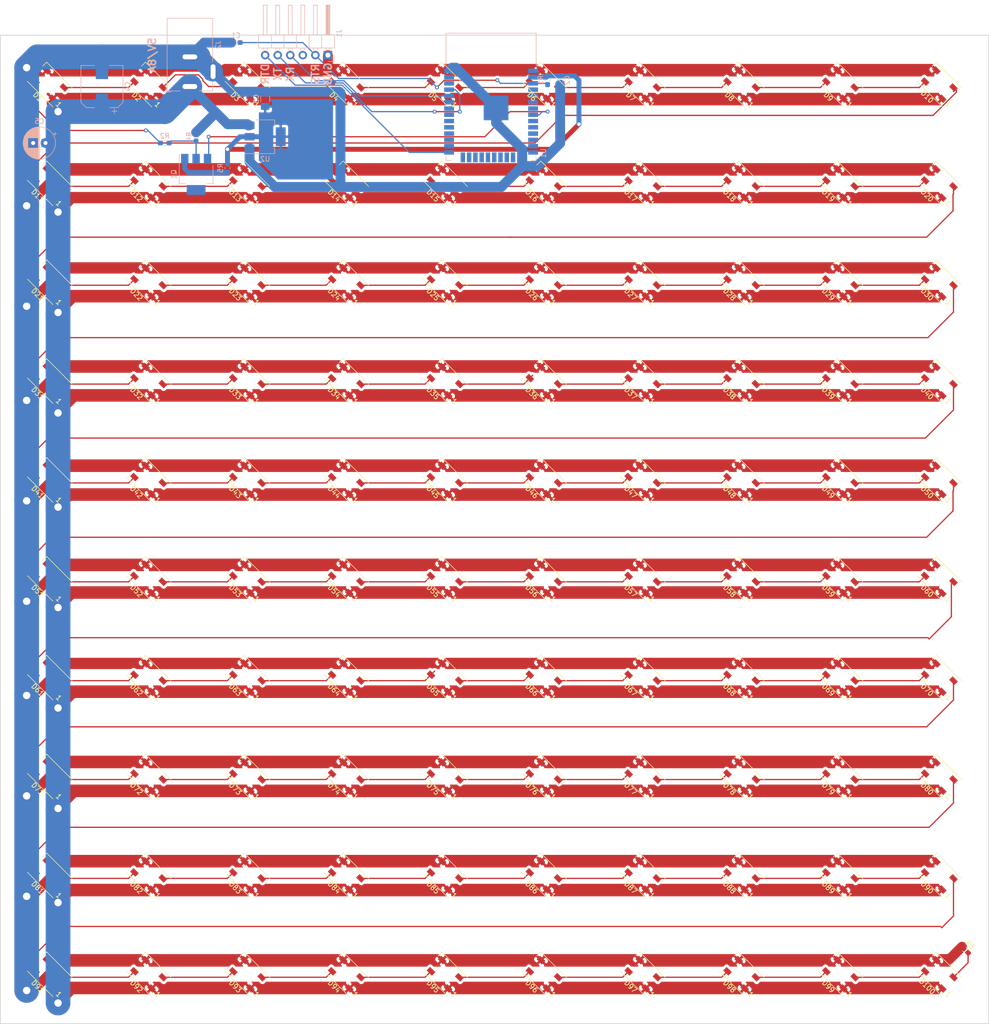
<source format=kicad_pcb>
(kicad_pcb (version 20171130) (host pcbnew 5.0.0)

  (general
    (thickness 1.6)
    (drawings 10)
    (tracks 452)
    (zones 0)
    (modules 115)
    (nets 143)
  )

  (page A3 portrait)
  (layers
    (0 F.Cu signal)
    (31 B.Cu signal)
    (32 B.Adhes user)
    (33 F.Adhes user)
    (34 B.Paste user)
    (35 F.Paste user)
    (36 B.SilkS user)
    (37 F.SilkS user)
    (38 B.Mask user)
    (39 F.Mask user)
    (40 Dwgs.User user)
    (41 Cmts.User user)
    (42 Eco1.User user)
    (43 Eco2.User user)
    (44 Edge.Cuts user)
    (45 Margin user)
    (46 B.CrtYd user)
    (47 F.CrtYd user)
    (48 B.Fab user)
    (49 F.Fab user)
  )

  (setup
    (last_trace_width 0.25)
    (trace_clearance 0.2)
    (zone_clearance 0.508)
    (zone_45_only no)
    (trace_min 0.2)
    (segment_width 0.2)
    (edge_width 0.15)
    (via_size 0.8)
    (via_drill 0.4)
    (via_min_size 0.4)
    (via_min_drill 0.3)
    (uvia_size 0.3)
    (uvia_drill 0.1)
    (uvias_allowed no)
    (uvia_min_size 0.2)
    (uvia_min_drill 0.1)
    (pcb_text_width 0.3)
    (pcb_text_size 1.5 1.5)
    (mod_edge_width 0.15)
    (mod_text_size 1 1)
    (mod_text_width 0.15)
    (pad_size 2 3.8)
    (pad_drill 0)
    (pad_to_mask_clearance 0.2)
    (aux_axis_origin 0 0)
    (visible_elements FFFFFF7F)
    (pcbplotparams
      (layerselection 0x010fc_ffffffff)
      (usegerberextensions false)
      (usegerberattributes false)
      (usegerberadvancedattributes false)
      (creategerberjobfile false)
      (excludeedgelayer true)
      (linewidth 0.100000)
      (plotframeref false)
      (viasonmask false)
      (mode 1)
      (useauxorigin false)
      (hpglpennumber 1)
      (hpglpenspeed 20)
      (hpglpendiameter 15.000000)
      (psnegative false)
      (psa4output false)
      (plotreference true)
      (plotvalue true)
      (plotinvisibletext false)
      (padsonsilk false)
      (subtractmaskfromsilk false)
      (outputformat 1)
      (mirror false)
      (drillshape 0)
      (scaleselection 1)
      (outputdirectory "./out.gerber"))
  )

  (net 0 "")
  (net 1 GND)
  (net 2 "Net-(D1-Pad2)")
  (net 3 +5V)
  (net 4 "Net-(D2-Pad2)")
  (net 5 "Net-(D3-Pad2)")
  (net 6 "Net-(D4-Pad2)")
  (net 7 "Net-(D5-Pad2)")
  (net 8 "Net-(D6-Pad2)")
  (net 9 "Net-(D7-Pad2)")
  (net 10 "Net-(D8-Pad2)")
  (net 11 "Net-(D10-Pad4)")
  (net 12 /sheet5B625F71/DIN)
  (net 13 "Net-(D13-Pad2)")
  (net 14 "Net-(D14-Pad2)")
  (net 15 "Net-(D11-Pad2)")
  (net 16 "Net-(D12-Pad2)")
  (net 17 "Net-(D26-Pad2)")
  (net 18 "Net-(D25-Pad2)")
  (net 19 "Net-(D37-Pad2)")
  (net 20 "Net-(D38-Pad2)")
  (net 21 "Net-(D15-Pad2)")
  (net 22 "Net-(D16-Pad2)")
  (net 23 "Net-(D17-Pad2)")
  (net 24 "Net-(D18-Pad2)")
  (net 25 "Net-(D19-Pad2)")
  (net 26 /sheet5B625F76/DIN)
  (net 27 "Net-(D21-Pad2)")
  (net 28 "Net-(D22-Pad2)")
  (net 29 "Net-(D23-Pad2)")
  (net 30 "Net-(D24-Pad2)")
  (net 31 "Net-(D39-Pad2)")
  (net 32 "Net-(D27-Pad2)")
  (net 33 "Net-(D28-Pad2)")
  (net 34 "Net-(D29-Pad2)")
  (net 35 /sheet5B625F7B/DIN)
  (net 36 "Net-(D31-Pad2)")
  (net 37 "Net-(D32-Pad2)")
  (net 38 "Net-(D33-Pad2)")
  (net 39 "Net-(D34-Pad2)")
  (net 40 "Net-(D35-Pad2)")
  (net 41 "Net-(D36-Pad2)")
  (net 42 /sheet5B625F80/DIN)
  (net 43 "Net-(D41-Pad2)")
  (net 44 "Net-(D42-Pad2)")
  (net 45 "Net-(D43-Pad2)")
  (net 46 "Net-(D44-Pad2)")
  (net 47 "Net-(D45-Pad2)")
  (net 48 "Net-(D46-Pad2)")
  (net 49 "Net-(D47-Pad2)")
  (net 50 "Net-(D48-Pad2)")
  (net 51 "Net-(D49-Pad2)")
  (net 52 /sheet5B625F85/DIN)
  (net 53 "Net-(D63-Pad2)")
  (net 54 "Net-(D64-Pad2)")
  (net 55 "Net-(D52-Pad2)")
  (net 56 "Net-(D51-Pad2)")
  (net 57 "Net-(D53-Pad2)")
  (net 58 "Net-(D54-Pad2)")
  (net 59 "Net-(D55-Pad2)")
  (net 60 "Net-(D56-Pad2)")
  (net 61 "Net-(D57-Pad2)")
  (net 62 "Net-(D58-Pad2)")
  (net 63 "Net-(D59-Pad2)")
  (net 64 /sheet5B625F8A/DIN)
  (net 65 "Net-(D61-Pad2)")
  (net 66 "Net-(D62-Pad2)")
  (net 67 "Net-(D75-Pad2)")
  (net 68 "Net-(D76-Pad2)")
  (net 69 "Net-(D88-Pad2)")
  (net 70 "Net-(D87-Pad2)")
  (net 71 "Net-(D65-Pad2)")
  (net 72 "Net-(D66-Pad2)")
  (net 73 "Net-(D67-Pad2)")
  (net 74 "Net-(D68-Pad2)")
  (net 75 "Net-(D69-Pad2)")
  (net 76 /sheet5B625F8F/DIN)
  (net 77 "Net-(D71-Pad2)")
  (net 78 "Net-(D72-Pad2)")
  (net 79 "Net-(D73-Pad2)")
  (net 80 "Net-(D74-Pad2)")
  (net 81 "Net-(D89-Pad2)")
  (net 82 "Net-(D77-Pad2)")
  (net 83 "Net-(D78-Pad2)")
  (net 84 "Net-(D79-Pad2)")
  (net 85 /sheet5B625F94/DIN)
  (net 86 "Net-(D81-Pad2)")
  (net 87 "Net-(D82-Pad2)")
  (net 88 "Net-(D83-Pad2)")
  (net 89 "Net-(D84-Pad2)")
  (net 90 "Net-(D85-Pad2)")
  (net 91 "Net-(D86-Pad2)")
  (net 92 /sheet5B625F99/DIN)
  (net 93 "Net-(D91-Pad2)")
  (net 94 "Net-(D92-Pad2)")
  (net 95 "Net-(D93-Pad2)")
  (net 96 "Net-(D94-Pad2)")
  (net 97 "Net-(D95-Pad2)")
  (net 98 "Net-(D96-Pad2)")
  (net 99 "Net-(D97-Pad2)")
  (net 100 "Net-(D98-Pad2)")
  (net 101 "Net-(D100-Pad4)")
  (net 102 /sheet5B625F99/DOUT)
  (net 103 +3V3)
  (net 104 /RTS)
  (net 105 /DATA)
  (net 106 "Net-(U1-Pad1)")
  (net 107 "Net-(U1-Pad4)")
  (net 108 "Net-(U1-Pad5)")
  (net 109 "Net-(U1-Pad6)")
  (net 110 "Net-(U1-Pad7)")
  (net 111 "Net-(U1-Pad9)")
  (net 112 "Net-(U1-Pad10)")
  (net 113 "Net-(U1-Pad11)")
  (net 114 "Net-(U1-Pad12)")
  (net 115 "Net-(U1-Pad13)")
  (net 116 "Net-(U1-Pad14)")
  (net 117 "Net-(U1-Pad16)")
  (net 118 "Net-(U1-Pad17)")
  (net 119 "Net-(U1-Pad18)")
  (net 120 "Net-(U1-Pad19)")
  (net 121 "Net-(U1-Pad20)")
  (net 122 "Net-(U1-Pad21)")
  (net 123 "Net-(U1-Pad22)")
  (net 124 "Net-(U1-Pad23)")
  (net 125 "Net-(U1-Pad24)")
  (net 126 /DTR)
  (net 127 "Net-(U1-Pad26)")
  (net 128 "Net-(U1-Pad27)")
  (net 129 "Net-(U1-Pad28)")
  (net 130 "Net-(U1-Pad29)")
  (net 131 "Net-(U1-Pad30)")
  (net 132 "Net-(U1-Pad31)")
  (net 133 "Net-(U1-Pad32)")
  (net 134 "Net-(U1-Pad33)")
  (net 135 /RX)
  (net 136 /TX)
  (net 137 "Net-(U1-Pad36)")
  (net 138 "Net-(U1-Pad37)")
  (net 139 "Net-(J1-Pad3)")
  (net 140 "Net-(Q1-Pad2)")
  (net 141 "Net-(Q1-Pad3)")
  (net 142 "Net-(Q1-Pad1)")

  (net_class Default "This is the default net class."
    (clearance 0.2)
    (trace_width 0.25)
    (via_dia 0.8)
    (via_drill 0.4)
    (uvia_dia 0.3)
    (uvia_drill 0.1)
    (add_net /DATA)
    (add_net /DTR)
    (add_net /RTS)
    (add_net /RX)
    (add_net /TX)
    (add_net /sheet5B625F71/DIN)
    (add_net /sheet5B625F76/DIN)
    (add_net /sheet5B625F7B/DIN)
    (add_net /sheet5B625F80/DIN)
    (add_net /sheet5B625F85/DIN)
    (add_net /sheet5B625F8A/DIN)
    (add_net /sheet5B625F8F/DIN)
    (add_net /sheet5B625F94/DIN)
    (add_net /sheet5B625F99/DIN)
    (add_net /sheet5B625F99/DOUT)
    (add_net "Net-(D1-Pad2)")
    (add_net "Net-(D10-Pad4)")
    (add_net "Net-(D100-Pad4)")
    (add_net "Net-(D11-Pad2)")
    (add_net "Net-(D12-Pad2)")
    (add_net "Net-(D13-Pad2)")
    (add_net "Net-(D14-Pad2)")
    (add_net "Net-(D15-Pad2)")
    (add_net "Net-(D16-Pad2)")
    (add_net "Net-(D17-Pad2)")
    (add_net "Net-(D18-Pad2)")
    (add_net "Net-(D19-Pad2)")
    (add_net "Net-(D2-Pad2)")
    (add_net "Net-(D21-Pad2)")
    (add_net "Net-(D22-Pad2)")
    (add_net "Net-(D23-Pad2)")
    (add_net "Net-(D24-Pad2)")
    (add_net "Net-(D25-Pad2)")
    (add_net "Net-(D26-Pad2)")
    (add_net "Net-(D27-Pad2)")
    (add_net "Net-(D28-Pad2)")
    (add_net "Net-(D29-Pad2)")
    (add_net "Net-(D3-Pad2)")
    (add_net "Net-(D31-Pad2)")
    (add_net "Net-(D32-Pad2)")
    (add_net "Net-(D33-Pad2)")
    (add_net "Net-(D34-Pad2)")
    (add_net "Net-(D35-Pad2)")
    (add_net "Net-(D36-Pad2)")
    (add_net "Net-(D37-Pad2)")
    (add_net "Net-(D38-Pad2)")
    (add_net "Net-(D39-Pad2)")
    (add_net "Net-(D4-Pad2)")
    (add_net "Net-(D41-Pad2)")
    (add_net "Net-(D42-Pad2)")
    (add_net "Net-(D43-Pad2)")
    (add_net "Net-(D44-Pad2)")
    (add_net "Net-(D45-Pad2)")
    (add_net "Net-(D46-Pad2)")
    (add_net "Net-(D47-Pad2)")
    (add_net "Net-(D48-Pad2)")
    (add_net "Net-(D49-Pad2)")
    (add_net "Net-(D5-Pad2)")
    (add_net "Net-(D51-Pad2)")
    (add_net "Net-(D52-Pad2)")
    (add_net "Net-(D53-Pad2)")
    (add_net "Net-(D54-Pad2)")
    (add_net "Net-(D55-Pad2)")
    (add_net "Net-(D56-Pad2)")
    (add_net "Net-(D57-Pad2)")
    (add_net "Net-(D58-Pad2)")
    (add_net "Net-(D59-Pad2)")
    (add_net "Net-(D6-Pad2)")
    (add_net "Net-(D61-Pad2)")
    (add_net "Net-(D62-Pad2)")
    (add_net "Net-(D63-Pad2)")
    (add_net "Net-(D64-Pad2)")
    (add_net "Net-(D65-Pad2)")
    (add_net "Net-(D66-Pad2)")
    (add_net "Net-(D67-Pad2)")
    (add_net "Net-(D68-Pad2)")
    (add_net "Net-(D69-Pad2)")
    (add_net "Net-(D7-Pad2)")
    (add_net "Net-(D71-Pad2)")
    (add_net "Net-(D72-Pad2)")
    (add_net "Net-(D73-Pad2)")
    (add_net "Net-(D74-Pad2)")
    (add_net "Net-(D75-Pad2)")
    (add_net "Net-(D76-Pad2)")
    (add_net "Net-(D77-Pad2)")
    (add_net "Net-(D78-Pad2)")
    (add_net "Net-(D79-Pad2)")
    (add_net "Net-(D8-Pad2)")
    (add_net "Net-(D81-Pad2)")
    (add_net "Net-(D82-Pad2)")
    (add_net "Net-(D83-Pad2)")
    (add_net "Net-(D84-Pad2)")
    (add_net "Net-(D85-Pad2)")
    (add_net "Net-(D86-Pad2)")
    (add_net "Net-(D87-Pad2)")
    (add_net "Net-(D88-Pad2)")
    (add_net "Net-(D89-Pad2)")
    (add_net "Net-(D91-Pad2)")
    (add_net "Net-(D92-Pad2)")
    (add_net "Net-(D93-Pad2)")
    (add_net "Net-(D94-Pad2)")
    (add_net "Net-(D95-Pad2)")
    (add_net "Net-(D96-Pad2)")
    (add_net "Net-(D97-Pad2)")
    (add_net "Net-(D98-Pad2)")
    (add_net "Net-(J1-Pad3)")
    (add_net "Net-(Q1-Pad1)")
    (add_net "Net-(Q1-Pad2)")
    (add_net "Net-(Q1-Pad3)")
    (add_net "Net-(U1-Pad1)")
    (add_net "Net-(U1-Pad10)")
    (add_net "Net-(U1-Pad11)")
    (add_net "Net-(U1-Pad12)")
    (add_net "Net-(U1-Pad13)")
    (add_net "Net-(U1-Pad14)")
    (add_net "Net-(U1-Pad16)")
    (add_net "Net-(U1-Pad17)")
    (add_net "Net-(U1-Pad18)")
    (add_net "Net-(U1-Pad19)")
    (add_net "Net-(U1-Pad20)")
    (add_net "Net-(U1-Pad21)")
    (add_net "Net-(U1-Pad22)")
    (add_net "Net-(U1-Pad23)")
    (add_net "Net-(U1-Pad24)")
    (add_net "Net-(U1-Pad26)")
    (add_net "Net-(U1-Pad27)")
    (add_net "Net-(U1-Pad28)")
    (add_net "Net-(U1-Pad29)")
    (add_net "Net-(U1-Pad30)")
    (add_net "Net-(U1-Pad31)")
    (add_net "Net-(U1-Pad32)")
    (add_net "Net-(U1-Pad33)")
    (add_net "Net-(U1-Pad36)")
    (add_net "Net-(U1-Pad37)")
    (add_net "Net-(U1-Pad4)")
    (add_net "Net-(U1-Pad5)")
    (add_net "Net-(U1-Pad6)")
    (add_net "Net-(U1-Pad7)")
    (add_net "Net-(U1-Pad9)")
  )

  (net_class Power ""
    (clearance 0.2)
    (trace_width 2)
    (via_dia 2)
    (via_drill 1.5)
    (uvia_dia 0.3)
    (uvia_drill 0.1)
    (add_net +5V)
    (add_net GND)
  )

  (net_class smallPower ""
    (clearance 0.2)
    (trace_width 1)
    (via_dia 1)
    (via_drill 0.7)
    (uvia_dia 0.3)
    (uvia_drill 0.1)
    (add_net +3V3)
  )

  (module Resistor_SMD:R_0603_1608Metric_Pad1.05x0.95mm_HandSolder (layer B.Cu) (tedit 5B301BBD) (tstamp 5C10E05B)
    (at 60.96 41.91 270)
    (descr "Resistor SMD 0603 (1608 Metric), square (rectangular) end terminal, IPC_7351 nominal with elongated pad for handsoldering. (Body size source: http://www.tortai-tech.com/upload/download/2011102023233369053.pdf), generated with kicad-footprint-generator")
    (tags "resistor handsolder")
    (path /5C124915)
    (attr smd)
    (fp_text reference R5 (at 0 1.43 270) (layer B.SilkS)
      (effects (font (size 1 1) (thickness 0.15)) (justify mirror))
    )
    (fp_text value 2.2k (at 0 -1.43 270) (layer B.Fab)
      (effects (font (size 1 1) (thickness 0.15)) (justify mirror))
    )
    (fp_text user %R (at 0 0 270) (layer B.Fab)
      (effects (font (size 0.4 0.4) (thickness 0.06)) (justify mirror))
    )
    (fp_line (start 1.65 -0.73) (end -1.65 -0.73) (layer B.CrtYd) (width 0.05))
    (fp_line (start 1.65 0.73) (end 1.65 -0.73) (layer B.CrtYd) (width 0.05))
    (fp_line (start -1.65 0.73) (end 1.65 0.73) (layer B.CrtYd) (width 0.05))
    (fp_line (start -1.65 -0.73) (end -1.65 0.73) (layer B.CrtYd) (width 0.05))
    (fp_line (start -0.171267 -0.51) (end 0.171267 -0.51) (layer B.SilkS) (width 0.12))
    (fp_line (start -0.171267 0.51) (end 0.171267 0.51) (layer B.SilkS) (width 0.12))
    (fp_line (start 0.8 -0.4) (end -0.8 -0.4) (layer B.Fab) (width 0.1))
    (fp_line (start 0.8 0.4) (end 0.8 -0.4) (layer B.Fab) (width 0.1))
    (fp_line (start -0.8 0.4) (end 0.8 0.4) (layer B.Fab) (width 0.1))
    (fp_line (start -0.8 -0.4) (end -0.8 0.4) (layer B.Fab) (width 0.1))
    (pad 2 smd roundrect (at 0.875 0 270) (size 1.05 0.95) (layers B.Cu B.Paste B.Mask) (roundrect_rratio 0.25)
      (net 142 "Net-(Q1-Pad1)"))
    (pad 1 smd roundrect (at -0.875 0 270) (size 1.05 0.95) (layers B.Cu B.Paste B.Mask) (roundrect_rratio 0.25)
      (net 103 +3V3))
    (model ${KISYS3DMOD}/Resistor_SMD.3dshapes/R_0603_1608Metric.wrl
      (at (xyz 0 0 0))
      (scale (xyz 1 1 1))
      (rotate (xyz 0 0 0))
    )
  )

  (module Resistor_SMD:R_0603_1608Metric_Pad1.05x0.95mm_HandSolder (layer B.Cu) (tedit 5B301BBD) (tstamp 5C10FAB8)
    (at 54.61 35.56 270)
    (descr "Resistor SMD 0603 (1608 Metric), square (rectangular) end terminal, IPC_7351 nominal with elongated pad for handsoldering. (Body size source: http://www.tortai-tech.com/upload/download/2011102023233369053.pdf), generated with kicad-footprint-generator")
    (tags "resistor handsolder")
    (path /5C115239)
    (attr smd)
    (fp_text reference R4 (at 0 1.43 270) (layer B.SilkS)
      (effects (font (size 1 1) (thickness 0.15)) (justify mirror))
    )
    (fp_text value 6.8k (at 0 -1.43 270) (layer B.Fab)
      (effects (font (size 1 1) (thickness 0.15)) (justify mirror))
    )
    (fp_line (start -0.8 -0.4) (end -0.8 0.4) (layer B.Fab) (width 0.1))
    (fp_line (start -0.8 0.4) (end 0.8 0.4) (layer B.Fab) (width 0.1))
    (fp_line (start 0.8 0.4) (end 0.8 -0.4) (layer B.Fab) (width 0.1))
    (fp_line (start 0.8 -0.4) (end -0.8 -0.4) (layer B.Fab) (width 0.1))
    (fp_line (start -0.171267 0.51) (end 0.171267 0.51) (layer B.SilkS) (width 0.12))
    (fp_line (start -0.171267 -0.51) (end 0.171267 -0.51) (layer B.SilkS) (width 0.12))
    (fp_line (start -1.65 -0.73) (end -1.65 0.73) (layer B.CrtYd) (width 0.05))
    (fp_line (start -1.65 0.73) (end 1.65 0.73) (layer B.CrtYd) (width 0.05))
    (fp_line (start 1.65 0.73) (end 1.65 -0.73) (layer B.CrtYd) (width 0.05))
    (fp_line (start 1.65 -0.73) (end -1.65 -0.73) (layer B.CrtYd) (width 0.05))
    (fp_text user %R (at 0 0 270) (layer B.Fab)
      (effects (font (size 0.4 0.4) (thickness 0.06)) (justify mirror))
    )
    (pad 1 smd roundrect (at -0.875 0 270) (size 1.05 0.95) (layers B.Cu B.Paste B.Mask) (roundrect_rratio 0.25)
      (net 3 +5V))
    (pad 2 smd roundrect (at 0.875 0 270) (size 1.05 0.95) (layers B.Cu B.Paste B.Mask) (roundrect_rratio 0.25)
      (net 140 "Net-(Q1-Pad2)"))
    (model ${KISYS3DMOD}/Resistor_SMD.3dshapes/R_0603_1608Metric.wrl
      (at (xyz 0 0 0))
      (scale (xyz 1 1 1))
      (rotate (xyz 0 0 0))
    )
  )

  (module Package_TO_SOT_SMD:SOT-223 (layer B.Cu) (tedit 5C100AB2) (tstamp 5C1126E0)
    (at 54.61 43.18 270)
    (descr "module CMS SOT223 4 pins")
    (tags "CMS SOT")
    (path /5C10106F)
    (attr smd)
    (fp_text reference Q1 (at 0 4.5 270) (layer B.SilkS)
      (effects (font (size 1 1) (thickness 0.15)) (justify mirror))
    )
    (fp_text value PZT2222A (at 0 -4.5 270) (layer B.Fab)
      (effects (font (size 1 1) (thickness 0.15)) (justify mirror))
    )
    (fp_text user %R (at 0 0 180) (layer B.Fab)
      (effects (font (size 0.8 0.8) (thickness 0.12)) (justify mirror))
    )
    (fp_line (start -1.85 2.3) (end -0.8 3.35) (layer B.Fab) (width 0.1))
    (fp_line (start 1.91 -3.41) (end 1.91 -2.15) (layer B.SilkS) (width 0.12))
    (fp_line (start 1.91 3.41) (end 1.91 2.15) (layer B.SilkS) (width 0.12))
    (fp_line (start 4.4 3.6) (end -4.4 3.6) (layer B.CrtYd) (width 0.05))
    (fp_line (start 4.4 -3.6) (end 4.4 3.6) (layer B.CrtYd) (width 0.05))
    (fp_line (start -4.4 -3.6) (end 4.4 -3.6) (layer B.CrtYd) (width 0.05))
    (fp_line (start -4.4 3.6) (end -4.4 -3.6) (layer B.CrtYd) (width 0.05))
    (fp_line (start -1.85 2.3) (end -1.85 -3.35) (layer B.Fab) (width 0.1))
    (fp_line (start -1.85 -3.41) (end 1.91 -3.41) (layer B.SilkS) (width 0.12))
    (fp_line (start -0.8 3.35) (end 1.85 3.35) (layer B.Fab) (width 0.1))
    (fp_line (start -4.1 3.41) (end 1.91 3.41) (layer B.SilkS) (width 0.12))
    (fp_line (start -1.85 -3.35) (end 1.85 -3.35) (layer B.Fab) (width 0.1))
    (fp_line (start 1.85 3.35) (end 1.85 -3.35) (layer B.Fab) (width 0.1))
    (pad 4 smd rect (at 3.15 0 270) (size 2 3.8) (layers B.Cu B.Paste B.Mask))
    (pad 2 smd rect (at -3.15 0 270) (size 2 1.5) (layers B.Cu B.Paste B.Mask)
      (net 140 "Net-(Q1-Pad2)"))
    (pad 3 smd rect (at -3.15 -2.3 270) (size 2 1.5) (layers B.Cu B.Paste B.Mask)
      (net 141 "Net-(Q1-Pad3)"))
    (pad 1 smd rect (at -3.15 2.3 270) (size 2 1.5) (layers B.Cu B.Paste B.Mask)
      (net 142 "Net-(Q1-Pad1)"))
    (model ${KISYS3DMOD}/Package_TO_SOT_SMD.3dshapes/SOT-223.wrl
      (at (xyz 0 0 0))
      (scale (xyz 1 1 1))
      (rotate (xyz 0 0 0))
    )
  )

  (module Resistor_SMD:R_0603_1608Metric_Pad1.05x0.95mm_HandSolder (layer B.Cu) (tedit 5B301BBD) (tstamp 5C107045)
    (at 48.26 36.83 180)
    (descr "Resistor SMD 0603 (1608 Metric), square (rectangular) end terminal, IPC_7351 nominal with elongated pad for handsoldering. (Body size source: http://www.tortai-tech.com/upload/download/2011102023233369053.pdf), generated with kicad-footprint-generator")
    (tags "resistor handsolder")
    (path /5B6229BA)
    (attr smd)
    (fp_text reference R2 (at 0 1.43 180) (layer B.SilkS)
      (effects (font (size 1 1) (thickness 0.15)) (justify mirror))
    )
    (fp_text value 470 (at 0 -1.43 180) (layer B.Fab)
      (effects (font (size 1 1) (thickness 0.15)) (justify mirror))
    )
    (fp_line (start -0.8 -0.4) (end -0.8 0.4) (layer B.Fab) (width 0.1))
    (fp_line (start -0.8 0.4) (end 0.8 0.4) (layer B.Fab) (width 0.1))
    (fp_line (start 0.8 0.4) (end 0.8 -0.4) (layer B.Fab) (width 0.1))
    (fp_line (start 0.8 -0.4) (end -0.8 -0.4) (layer B.Fab) (width 0.1))
    (fp_line (start -0.171267 0.51) (end 0.171267 0.51) (layer B.SilkS) (width 0.12))
    (fp_line (start -0.171267 -0.51) (end 0.171267 -0.51) (layer B.SilkS) (width 0.12))
    (fp_line (start -1.65 -0.73) (end -1.65 0.73) (layer B.CrtYd) (width 0.05))
    (fp_line (start -1.65 0.73) (end 1.65 0.73) (layer B.CrtYd) (width 0.05))
    (fp_line (start 1.65 0.73) (end 1.65 -0.73) (layer B.CrtYd) (width 0.05))
    (fp_line (start 1.65 -0.73) (end -1.65 -0.73) (layer B.CrtYd) (width 0.05))
    (fp_text user %R (at 0 0 180) (layer B.Fab)
      (effects (font (size 0.4 0.4) (thickness 0.06)) (justify mirror))
    )
    (pad 1 smd roundrect (at -0.875 0 180) (size 1.05 0.95) (layers B.Cu B.Paste B.Mask) (roundrect_rratio 0.25)
      (net 140 "Net-(Q1-Pad2)"))
    (pad 2 smd roundrect (at 0.875 0 180) (size 1.05 0.95) (layers B.Cu B.Paste B.Mask) (roundrect_rratio 0.25)
      (net 105 /DATA))
    (model ${KISYS3DMOD}/Resistor_SMD.3dshapes/R_0603_1608Metric.wrl
      (at (xyz 0 0 0))
      (scale (xyz 1 1 1))
      (rotate (xyz 0 0 0))
    )
  )

  (module Resistor_SMD:R_0603_1608Metric_Pad1.05x0.95mm_HandSolder (layer F.Cu) (tedit 5B301BBD) (tstamp 5B733D58)
    (at 210.201282 200.041282 315)
    (descr "Resistor SMD 0603 (1608 Metric), square (rectangular) end terminal, IPC_7351 nominal with elongated pad for handsoldering. (Body size source: http://www.tortai-tech.com/upload/download/2011102023233369053.pdf), generated with kicad-footprint-generator")
    (tags "resistor handsolder")
    (path /5B66FEDD)
    (attr smd)
    (fp_text reference R3 (at 0 -1.43 315) (layer F.SilkS)
      (effects (font (size 1 1) (thickness 0.15)))
    )
    (fp_text value 1k (at 0 1.43 315) (layer F.Fab)
      (effects (font (size 1 1) (thickness 0.15)))
    )
    (fp_line (start -0.8 0.4) (end -0.8 -0.4) (layer F.Fab) (width 0.1))
    (fp_line (start -0.8 -0.4) (end 0.8 -0.4) (layer F.Fab) (width 0.1))
    (fp_line (start 0.8 -0.4) (end 0.8 0.4) (layer F.Fab) (width 0.1))
    (fp_line (start 0.8 0.4) (end -0.8 0.4) (layer F.Fab) (width 0.1))
    (fp_line (start -0.171267 -0.51) (end 0.171267 -0.51) (layer F.SilkS) (width 0.12))
    (fp_line (start -0.171267 0.51) (end 0.171267 0.51) (layer F.SilkS) (width 0.12))
    (fp_line (start -1.65 0.73) (end -1.65 -0.73) (layer F.CrtYd) (width 0.05))
    (fp_line (start -1.65 -0.73) (end 1.65 -0.73) (layer F.CrtYd) (width 0.05))
    (fp_line (start 1.65 -0.73) (end 1.65 0.73) (layer F.CrtYd) (width 0.05))
    (fp_line (start 1.65 0.73) (end -1.65 0.73) (layer F.CrtYd) (width 0.05))
    (fp_text user %R (at 0 0 315) (layer F.Fab)
      (effects (font (size 0.4 0.4) (thickness 0.06)))
    )
    (pad 1 smd roundrect (at -0.874999 0 315) (size 1.05 0.95) (layers F.Cu F.Paste F.Mask) (roundrect_rratio 0.25)
      (net 1 GND))
    (pad 2 smd roundrect (at 0.874999 0 315) (size 1.05 0.95) (layers F.Cu F.Paste F.Mask) (roundrect_rratio 0.25)
      (net 102 /sheet5B625F99/DOUT))
    (model ${KISYS3DMOD}/Resistor_SMD.3dshapes/R_0603_1608Metric.wrl
      (at (xyz 0 0 0))
      (scale (xyz 1 1 1))
      (rotate (xyz 0 0 0))
    )
  )

  (module Connector_BarrelJack:BarrelJack_Horizontal (layer B.Cu) (tedit 5A1DBF6A) (tstamp 5B7EA195)
    (at 53.34 25.4 270)
    (descr "DC Barrel Jack")
    (tags "Power Jack")
    (path /5B660D82)
    (fp_text reference J2 (at -8.45 -5.75 270) (layer B.SilkS)
      (effects (font (size 1 1) (thickness 0.15)) (justify mirror))
    )
    (fp_text value Barrel_Jack_Switch (at -6.2 5.5 270) (layer B.Fab)
      (effects (font (size 1 1) (thickness 0.15)) (justify mirror))
    )
    (fp_text user %R (at -3 2.95 270) (layer B.Fab)
      (effects (font (size 1 1) (thickness 0.15)) (justify mirror))
    )
    (fp_line (start -0.003213 4.505425) (end 0.8 3.75) (layer B.Fab) (width 0.1))
    (fp_line (start 1.1 3.75) (end 1.1 4.8) (layer B.SilkS) (width 0.12))
    (fp_line (start 0.05 4.8) (end 1.1 4.8) (layer B.SilkS) (width 0.12))
    (fp_line (start 1 4.5) (end 1 4.75) (layer B.CrtYd) (width 0.05))
    (fp_line (start 1 4.75) (end -14 4.75) (layer B.CrtYd) (width 0.05))
    (fp_line (start 1 4.5) (end 1 2) (layer B.CrtYd) (width 0.05))
    (fp_line (start 1 2) (end 2 2) (layer B.CrtYd) (width 0.05))
    (fp_line (start 2 2) (end 2 -2) (layer B.CrtYd) (width 0.05))
    (fp_line (start 2 -2) (end 1 -2) (layer B.CrtYd) (width 0.05))
    (fp_line (start 1 -2) (end 1 -4.75) (layer B.CrtYd) (width 0.05))
    (fp_line (start 1 -4.75) (end -1 -4.75) (layer B.CrtYd) (width 0.05))
    (fp_line (start -1 -4.75) (end -1 -6.75) (layer B.CrtYd) (width 0.05))
    (fp_line (start -1 -6.75) (end -5 -6.75) (layer B.CrtYd) (width 0.05))
    (fp_line (start -5 -6.75) (end -5 -4.75) (layer B.CrtYd) (width 0.05))
    (fp_line (start -5 -4.75) (end -14 -4.75) (layer B.CrtYd) (width 0.05))
    (fp_line (start -14 -4.75) (end -14 4.75) (layer B.CrtYd) (width 0.05))
    (fp_line (start -5 -4.6) (end -13.8 -4.6) (layer B.SilkS) (width 0.12))
    (fp_line (start -13.8 -4.6) (end -13.8 4.6) (layer B.SilkS) (width 0.12))
    (fp_line (start 0.9 -1.9) (end 0.9 -4.6) (layer B.SilkS) (width 0.12))
    (fp_line (start 0.9 -4.6) (end -1 -4.6) (layer B.SilkS) (width 0.12))
    (fp_line (start -13.8 4.6) (end 0.9 4.6) (layer B.SilkS) (width 0.12))
    (fp_line (start 0.9 4.6) (end 0.9 2) (layer B.SilkS) (width 0.12))
    (fp_line (start -10.2 4.5) (end -10.2 -4.5) (layer B.Fab) (width 0.1))
    (fp_line (start -13.7 4.5) (end -13.7 -4.5) (layer B.Fab) (width 0.1))
    (fp_line (start -13.7 -4.5) (end 0.8 -4.5) (layer B.Fab) (width 0.1))
    (fp_line (start 0.8 -4.5) (end 0.8 3.75) (layer B.Fab) (width 0.1))
    (fp_line (start 0 4.5) (end -13.7 4.5) (layer B.Fab) (width 0.1))
    (pad 1 thru_hole rect (at 0 0 270) (size 3.5 3.5) (drill oval 1 3) (layers *.Cu *.Mask)
      (net 3 +5V))
    (pad 2 thru_hole roundrect (at -6 0 270) (size 3 3.5) (drill oval 1 3) (layers *.Cu *.Mask) (roundrect_rratio 0.25)
      (net 1 GND))
    (pad 3 thru_hole roundrect (at -3 -4.7 270) (size 3.5 3.5) (drill oval 3 1) (layers *.Cu *.Mask) (roundrect_rratio 0.25)
      (net 1 GND))
    (model ${KISYS3DMOD}/Connector_BarrelJack.3dshapes/BarrelJack_Horizontal.wrl
      (at (xyz 0 0 0))
      (scale (xyz 1 1 1))
      (rotate (xyz 0 0 0))
    )
  )

  (module Package_TO_SOT_SMD:SOT-223-3_TabPin2 (layer B.Cu) (tedit 5A02FF57) (tstamp 5B7F2854)
    (at 68.58 35.56)
    (descr "module CMS SOT223 4 pins")
    (tags "CMS SOT")
    (path /5B652DB1)
    (attr smd)
    (fp_text reference U2 (at 0 4.5) (layer B.SilkS)
      (effects (font (size 1 1) (thickness 0.15)) (justify mirror))
    )
    (fp_text value AMS1117-3.3 (at 0 -4.5) (layer B.Fab)
      (effects (font (size 1 1) (thickness 0.15)) (justify mirror))
    )
    (fp_text user %R (at 0 0) (layer B.Fab)
      (effects (font (size 0.8 0.8) (thickness 0.12)) (justify mirror))
    )
    (fp_line (start 1.91 -3.41) (end 1.91 -2.15) (layer B.SilkS) (width 0.12))
    (fp_line (start 1.91 3.41) (end 1.91 2.15) (layer B.SilkS) (width 0.12))
    (fp_line (start 4.4 3.6) (end -4.4 3.6) (layer B.CrtYd) (width 0.05))
    (fp_line (start 4.4 -3.6) (end 4.4 3.6) (layer B.CrtYd) (width 0.05))
    (fp_line (start -4.4 -3.6) (end 4.4 -3.6) (layer B.CrtYd) (width 0.05))
    (fp_line (start -4.4 3.6) (end -4.4 -3.6) (layer B.CrtYd) (width 0.05))
    (fp_line (start -1.85 2.35) (end -0.85 3.35) (layer B.Fab) (width 0.1))
    (fp_line (start -1.85 2.35) (end -1.85 -3.35) (layer B.Fab) (width 0.1))
    (fp_line (start -1.85 -3.41) (end 1.91 -3.41) (layer B.SilkS) (width 0.12))
    (fp_line (start -0.85 3.35) (end 1.85 3.35) (layer B.Fab) (width 0.1))
    (fp_line (start -4.1 3.41) (end 1.91 3.41) (layer B.SilkS) (width 0.12))
    (fp_line (start -1.85 -3.35) (end 1.85 -3.35) (layer B.Fab) (width 0.1))
    (fp_line (start 1.85 3.35) (end 1.85 -3.35) (layer B.Fab) (width 0.1))
    (pad 2 smd rect (at 3.15 0) (size 2 3.8) (layers B.Cu B.Paste B.Mask)
      (net 103 +3V3))
    (pad 2 smd rect (at -3.15 0) (size 2 1.5) (layers B.Cu B.Paste B.Mask)
      (net 103 +3V3))
    (pad 3 smd rect (at -3.15 -2.3) (size 2 1.5) (layers B.Cu B.Paste B.Mask)
      (net 3 +5V))
    (pad 1 smd rect (at -3.15 2.3) (size 2 1.5) (layers B.Cu B.Paste B.Mask)
      (net 1 GND))
    (model ${KISYS3DMOD}/Package_TO_SOT_SMD.3dshapes/SOT-223.wrl
      (at (xyz 0 0 0))
      (scale (xyz 1 1 1))
      (rotate (xyz 0 0 0))
    )
  )

  (module Capacitor_SMD:CP_Elec_8x10 (layer B.Cu) (tedit 5A841F9D) (tstamp 5B7F2E5F)
    (at 35.56 25.4 90)
    (descr "SMT capacitor, aluminium electrolytic, 8x10, Nichicon ")
    (tags "Capacitor Electrolytic")
    (path /5B622644)
    (attr smd)
    (fp_text reference C4 (at 0 5.2 90) (layer B.SilkS)
      (effects (font (size 1 1) (thickness 0.15)) (justify mirror))
    )
    (fp_text value 1m (at 0 -5.2 90) (layer B.Fab)
      (effects (font (size 1 1) (thickness 0.15)) (justify mirror))
    )
    (fp_circle (center 0 0) (end 4 0) (layer B.Fab) (width 0.1))
    (fp_line (start 4.15 4.15) (end 4.15 -4.15) (layer B.Fab) (width 0.1))
    (fp_line (start -3.15 4.15) (end 4.15 4.15) (layer B.Fab) (width 0.1))
    (fp_line (start -3.15 -4.15) (end 4.15 -4.15) (layer B.Fab) (width 0.1))
    (fp_line (start -4.15 3.15) (end -4.15 -3.15) (layer B.Fab) (width 0.1))
    (fp_line (start -4.15 3.15) (end -3.15 4.15) (layer B.Fab) (width 0.1))
    (fp_line (start -4.15 -3.15) (end -3.15 -4.15) (layer B.Fab) (width 0.1))
    (fp_line (start -3.562278 1.5) (end -2.762278 1.5) (layer B.Fab) (width 0.1))
    (fp_line (start -3.162278 1.9) (end -3.162278 1.1) (layer B.Fab) (width 0.1))
    (fp_line (start 4.26 -4.26) (end 4.26 -1.51) (layer B.SilkS) (width 0.12))
    (fp_line (start 4.26 4.26) (end 4.26 1.51) (layer B.SilkS) (width 0.12))
    (fp_line (start -3.195563 4.26) (end 4.26 4.26) (layer B.SilkS) (width 0.12))
    (fp_line (start -3.195563 -4.26) (end 4.26 -4.26) (layer B.SilkS) (width 0.12))
    (fp_line (start -4.26 -3.195563) (end -4.26 -1.51) (layer B.SilkS) (width 0.12))
    (fp_line (start -4.26 3.195563) (end -4.26 1.51) (layer B.SilkS) (width 0.12))
    (fp_line (start -4.26 3.195563) (end -3.195563 4.26) (layer B.SilkS) (width 0.12))
    (fp_line (start -4.26 -3.195563) (end -3.195563 -4.26) (layer B.SilkS) (width 0.12))
    (fp_line (start -5.5 2.51) (end -4.5 2.51) (layer B.SilkS) (width 0.12))
    (fp_line (start -5 3.01) (end -5 2.01) (layer B.SilkS) (width 0.12))
    (fp_line (start 4.4 4.4) (end 4.4 1.5) (layer B.CrtYd) (width 0.05))
    (fp_line (start 4.4 1.5) (end 5.25 1.5) (layer B.CrtYd) (width 0.05))
    (fp_line (start 5.25 1.5) (end 5.25 -1.5) (layer B.CrtYd) (width 0.05))
    (fp_line (start 5.25 -1.5) (end 4.4 -1.5) (layer B.CrtYd) (width 0.05))
    (fp_line (start 4.4 -1.5) (end 4.4 -4.4) (layer B.CrtYd) (width 0.05))
    (fp_line (start -3.25 -4.4) (end 4.4 -4.4) (layer B.CrtYd) (width 0.05))
    (fp_line (start -3.25 4.4) (end 4.4 4.4) (layer B.CrtYd) (width 0.05))
    (fp_line (start -4.4 -3.25) (end -3.25 -4.4) (layer B.CrtYd) (width 0.05))
    (fp_line (start -4.4 3.25) (end -3.25 4.4) (layer B.CrtYd) (width 0.05))
    (fp_line (start -4.4 3.25) (end -4.4 1.5) (layer B.CrtYd) (width 0.05))
    (fp_line (start -4.4 -1.5) (end -4.4 -3.25) (layer B.CrtYd) (width 0.05))
    (fp_line (start -4.4 1.5) (end -5.25 1.5) (layer B.CrtYd) (width 0.05))
    (fp_line (start -5.25 1.5) (end -5.25 -1.5) (layer B.CrtYd) (width 0.05))
    (fp_line (start -5.25 -1.5) (end -4.4 -1.5) (layer B.CrtYd) (width 0.05))
    (fp_text user %R (at 0 0 90) (layer B.Fab)
      (effects (font (size 1 1) (thickness 0.15)) (justify mirror))
    )
    (pad 1 smd rect (at -3.25 0 90) (size 3.5 2.5) (layers B.Cu B.Paste B.Mask)
      (net 3 +5V))
    (pad 2 smd rect (at 3.25 0 90) (size 3.5 2.5) (layers B.Cu B.Paste B.Mask)
      (net 1 GND))
    (model ${KISYS3DMOD}/Capacitor_SMD.3dshapes/CP_Elec_8x10.wrl
      (at (xyz 0 0 0))
      (scale (xyz 1 1 1))
      (rotate (xyz 0 0 0))
    )
  )

  (module Capacitor_SMD:C_0603_1608Metric_Pad1.05x0.95mm_HandSolder (layer B.Cu) (tedit 5B301BBE) (tstamp 5B7E431F)
    (at 128.27 24.13 90)
    (descr "Capacitor SMD 0603 (1608 Metric), square (rectangular) end terminal, IPC_7351 nominal with elongated pad for handsoldering. (Body size source: http://www.tortai-tech.com/upload/download/2011102023233369053.pdf), generated with kicad-footprint-generator")
    (tags "capacitor handsolder")
    (path /5B627C19)
    (attr smd)
    (fp_text reference C2 (at 0 1.43 90) (layer B.SilkS)
      (effects (font (size 1 1) (thickness 0.15)) (justify mirror))
    )
    (fp_text value 100n (at 0 -1.43 90) (layer B.Fab)
      (effects (font (size 1 1) (thickness 0.15)) (justify mirror))
    )
    (fp_text user %R (at 0 0 90) (layer B.Fab)
      (effects (font (size 0.4 0.4) (thickness 0.06)) (justify mirror))
    )
    (fp_line (start 1.65 -0.73) (end -1.65 -0.73) (layer B.CrtYd) (width 0.05))
    (fp_line (start 1.65 0.73) (end 1.65 -0.73) (layer B.CrtYd) (width 0.05))
    (fp_line (start -1.65 0.73) (end 1.65 0.73) (layer B.CrtYd) (width 0.05))
    (fp_line (start -1.65 -0.73) (end -1.65 0.73) (layer B.CrtYd) (width 0.05))
    (fp_line (start -0.171267 -0.51) (end 0.171267 -0.51) (layer B.SilkS) (width 0.12))
    (fp_line (start -0.171267 0.51) (end 0.171267 0.51) (layer B.SilkS) (width 0.12))
    (fp_line (start 0.8 -0.4) (end -0.8 -0.4) (layer B.Fab) (width 0.1))
    (fp_line (start 0.8 0.4) (end 0.8 -0.4) (layer B.Fab) (width 0.1))
    (fp_line (start -0.8 0.4) (end 0.8 0.4) (layer B.Fab) (width 0.1))
    (fp_line (start -0.8 -0.4) (end -0.8 0.4) (layer B.Fab) (width 0.1))
    (pad 2 smd roundrect (at 0.875 0 90) (size 1.05 0.95) (layers B.Cu B.Paste B.Mask) (roundrect_rratio 0.25)
      (net 103 +3V3))
    (pad 1 smd roundrect (at -0.875 0 90) (size 1.05 0.95) (layers B.Cu B.Paste B.Mask) (roundrect_rratio 0.25)
      (net 1 GND))
    (model ${KISYS3DMOD}/Capacitor_SMD.3dshapes/C_0603_1608Metric.wrl
      (at (xyz 0 0 0))
      (scale (xyz 1 1 1))
      (rotate (xyz 0 0 0))
    )
  )

  (module Capacitor_SMD:C_0603_1608Metric_Pad1.05x0.95mm_HandSolder (layer B.Cu) (tedit 5B301BBE) (tstamp 5B7F3730)
    (at 62.625 16.51 180)
    (descr "Capacitor SMD 0603 (1608 Metric), square (rectangular) end terminal, IPC_7351 nominal with elongated pad for handsoldering. (Body size source: http://www.tortai-tech.com/upload/download/2011102023233369053.pdf), generated with kicad-footprint-generator")
    (tags "capacitor handsolder")
    (path /5B623621)
    (attr smd)
    (fp_text reference C1 (at 0 1.43 180) (layer B.SilkS)
      (effects (font (size 1 1) (thickness 0.15)) (justify mirror))
    )
    (fp_text value 100n (at 0 -1.43 180) (layer B.Fab)
      (effects (font (size 1 1) (thickness 0.15)) (justify mirror))
    )
    (fp_line (start -0.8 -0.4) (end -0.8 0.4) (layer B.Fab) (width 0.1))
    (fp_line (start -0.8 0.4) (end 0.8 0.4) (layer B.Fab) (width 0.1))
    (fp_line (start 0.8 0.4) (end 0.8 -0.4) (layer B.Fab) (width 0.1))
    (fp_line (start 0.8 -0.4) (end -0.8 -0.4) (layer B.Fab) (width 0.1))
    (fp_line (start -0.171267 0.51) (end 0.171267 0.51) (layer B.SilkS) (width 0.12))
    (fp_line (start -0.171267 -0.51) (end 0.171267 -0.51) (layer B.SilkS) (width 0.12))
    (fp_line (start -1.65 -0.73) (end -1.65 0.73) (layer B.CrtYd) (width 0.05))
    (fp_line (start -1.65 0.73) (end 1.65 0.73) (layer B.CrtYd) (width 0.05))
    (fp_line (start 1.65 0.73) (end 1.65 -0.73) (layer B.CrtYd) (width 0.05))
    (fp_line (start 1.65 -0.73) (end -1.65 -0.73) (layer B.CrtYd) (width 0.05))
    (fp_text user %R (at 0 0 180) (layer B.Fab)
      (effects (font (size 0.4 0.4) (thickness 0.06)) (justify mirror))
    )
    (pad 1 smd roundrect (at -0.875 0 180) (size 1.05 0.95) (layers B.Cu B.Paste B.Mask) (roundrect_rratio 0.25)
      (net 104 /RTS))
    (pad 2 smd roundrect (at 0.875 0 180) (size 1.05 0.95) (layers B.Cu B.Paste B.Mask) (roundrect_rratio 0.25)
      (net 1 GND))
    (model ${KISYS3DMOD}/Capacitor_SMD.3dshapes/C_0603_1608Metric.wrl
      (at (xyz 0 0 0))
      (scale (xyz 1 1 1))
      (rotate (xyz 0 0 0))
    )
  )

  (module Capacitor_SMD:C_1206_3216Metric_Pad1.42x1.75mm_HandSolder (layer B.Cu) (tedit 5B301BBE) (tstamp 5B7F3781)
    (at 68.58 27.94 270)
    (descr "Capacitor SMD 1206 (3216 Metric), square (rectangular) end terminal, IPC_7351 nominal with elongated pad for handsoldering. (Body size source: http://www.tortai-tech.com/upload/download/2011102023233369053.pdf), generated with kicad-footprint-generator")
    (tags "capacitor handsolder")
    (path /5B627C53)
    (attr smd)
    (fp_text reference C3 (at 0 1.82 270) (layer B.SilkS)
      (effects (font (size 1 1) (thickness 0.15)) (justify mirror))
    )
    (fp_text value 10u (at 0 -1.82 270) (layer B.Fab)
      (effects (font (size 1 1) (thickness 0.15)) (justify mirror))
    )
    (fp_line (start -1.6 -0.8) (end -1.6 0.8) (layer B.Fab) (width 0.1))
    (fp_line (start -1.6 0.8) (end 1.6 0.8) (layer B.Fab) (width 0.1))
    (fp_line (start 1.6 0.8) (end 1.6 -0.8) (layer B.Fab) (width 0.1))
    (fp_line (start 1.6 -0.8) (end -1.6 -0.8) (layer B.Fab) (width 0.1))
    (fp_line (start -0.602064 0.91) (end 0.602064 0.91) (layer B.SilkS) (width 0.12))
    (fp_line (start -0.602064 -0.91) (end 0.602064 -0.91) (layer B.SilkS) (width 0.12))
    (fp_line (start -2.45 -1.12) (end -2.45 1.12) (layer B.CrtYd) (width 0.05))
    (fp_line (start -2.45 1.12) (end 2.45 1.12) (layer B.CrtYd) (width 0.05))
    (fp_line (start 2.45 1.12) (end 2.45 -1.12) (layer B.CrtYd) (width 0.05))
    (fp_line (start 2.45 -1.12) (end -2.45 -1.12) (layer B.CrtYd) (width 0.05))
    (fp_text user %R (at 0 0 270) (layer B.Fab)
      (effects (font (size 0.8 0.8) (thickness 0.12)) (justify mirror))
    )
    (pad 1 smd roundrect (at -1.4875 0 270) (size 1.425 1.75) (layers B.Cu B.Paste B.Mask) (roundrect_rratio 0.175439)
      (net 1 GND))
    (pad 2 smd roundrect (at 1.4875 0 270) (size 1.425 1.75) (layers B.Cu B.Paste B.Mask) (roundrect_rratio 0.175439)
      (net 103 +3V3))
    (model ${KISYS3DMOD}/Capacitor_SMD.3dshapes/C_1206_3216Metric.wrl
      (at (xyz 0 0 0))
      (scale (xyz 1 1 1))
      (rotate (xyz 0 0 0))
    )
  )

  (module Capacitor_THT:CP_Radial_D6.3mm_P2.50mm (layer B.Cu) (tedit 5AE50EF0) (tstamp 5B7E42EC)
    (at 24.13 36.83 180)
    (descr "CP, Radial series, Radial, pin pitch=2.50mm, , diameter=6.3mm, Electrolytic Capacitor")
    (tags "CP Radial series Radial pin pitch 2.50mm  diameter 6.3mm Electrolytic Capacitor")
    (path /5B646B67)
    (fp_text reference C5 (at 1.25 4.4 180) (layer B.SilkS)
      (effects (font (size 1 1) (thickness 0.15)) (justify mirror))
    )
    (fp_text value 1m (at 1.25 -4.4 180) (layer B.Fab)
      (effects (font (size 1 1) (thickness 0.15)) (justify mirror))
    )
    (fp_circle (center 1.25 0) (end 4.4 0) (layer B.Fab) (width 0.1))
    (fp_circle (center 1.25 0) (end 4.52 0) (layer B.SilkS) (width 0.12))
    (fp_circle (center 1.25 0) (end 4.65 0) (layer B.CrtYd) (width 0.05))
    (fp_line (start -1.443972 1.3735) (end -0.813972 1.3735) (layer B.Fab) (width 0.1))
    (fp_line (start -1.128972 1.6885) (end -1.128972 1.0585) (layer B.Fab) (width 0.1))
    (fp_line (start 1.25 3.23) (end 1.25 -3.23) (layer B.SilkS) (width 0.12))
    (fp_line (start 1.29 3.23) (end 1.29 -3.23) (layer B.SilkS) (width 0.12))
    (fp_line (start 1.33 3.23) (end 1.33 -3.23) (layer B.SilkS) (width 0.12))
    (fp_line (start 1.37 3.228) (end 1.37 -3.228) (layer B.SilkS) (width 0.12))
    (fp_line (start 1.41 3.227) (end 1.41 -3.227) (layer B.SilkS) (width 0.12))
    (fp_line (start 1.45 3.224) (end 1.45 -3.224) (layer B.SilkS) (width 0.12))
    (fp_line (start 1.49 3.222) (end 1.49 1.04) (layer B.SilkS) (width 0.12))
    (fp_line (start 1.49 -1.04) (end 1.49 -3.222) (layer B.SilkS) (width 0.12))
    (fp_line (start 1.53 3.218) (end 1.53 1.04) (layer B.SilkS) (width 0.12))
    (fp_line (start 1.53 -1.04) (end 1.53 -3.218) (layer B.SilkS) (width 0.12))
    (fp_line (start 1.57 3.215) (end 1.57 1.04) (layer B.SilkS) (width 0.12))
    (fp_line (start 1.57 -1.04) (end 1.57 -3.215) (layer B.SilkS) (width 0.12))
    (fp_line (start 1.61 3.211) (end 1.61 1.04) (layer B.SilkS) (width 0.12))
    (fp_line (start 1.61 -1.04) (end 1.61 -3.211) (layer B.SilkS) (width 0.12))
    (fp_line (start 1.65 3.206) (end 1.65 1.04) (layer B.SilkS) (width 0.12))
    (fp_line (start 1.65 -1.04) (end 1.65 -3.206) (layer B.SilkS) (width 0.12))
    (fp_line (start 1.69 3.201) (end 1.69 1.04) (layer B.SilkS) (width 0.12))
    (fp_line (start 1.69 -1.04) (end 1.69 -3.201) (layer B.SilkS) (width 0.12))
    (fp_line (start 1.73 3.195) (end 1.73 1.04) (layer B.SilkS) (width 0.12))
    (fp_line (start 1.73 -1.04) (end 1.73 -3.195) (layer B.SilkS) (width 0.12))
    (fp_line (start 1.77 3.189) (end 1.77 1.04) (layer B.SilkS) (width 0.12))
    (fp_line (start 1.77 -1.04) (end 1.77 -3.189) (layer B.SilkS) (width 0.12))
    (fp_line (start 1.81 3.182) (end 1.81 1.04) (layer B.SilkS) (width 0.12))
    (fp_line (start 1.81 -1.04) (end 1.81 -3.182) (layer B.SilkS) (width 0.12))
    (fp_line (start 1.85 3.175) (end 1.85 1.04) (layer B.SilkS) (width 0.12))
    (fp_line (start 1.85 -1.04) (end 1.85 -3.175) (layer B.SilkS) (width 0.12))
    (fp_line (start 1.89 3.167) (end 1.89 1.04) (layer B.SilkS) (width 0.12))
    (fp_line (start 1.89 -1.04) (end 1.89 -3.167) (layer B.SilkS) (width 0.12))
    (fp_line (start 1.93 3.159) (end 1.93 1.04) (layer B.SilkS) (width 0.12))
    (fp_line (start 1.93 -1.04) (end 1.93 -3.159) (layer B.SilkS) (width 0.12))
    (fp_line (start 1.971 3.15) (end 1.971 1.04) (layer B.SilkS) (width 0.12))
    (fp_line (start 1.971 -1.04) (end 1.971 -3.15) (layer B.SilkS) (width 0.12))
    (fp_line (start 2.011 3.141) (end 2.011 1.04) (layer B.SilkS) (width 0.12))
    (fp_line (start 2.011 -1.04) (end 2.011 -3.141) (layer B.SilkS) (width 0.12))
    (fp_line (start 2.051 3.131) (end 2.051 1.04) (layer B.SilkS) (width 0.12))
    (fp_line (start 2.051 -1.04) (end 2.051 -3.131) (layer B.SilkS) (width 0.12))
    (fp_line (start 2.091 3.121) (end 2.091 1.04) (layer B.SilkS) (width 0.12))
    (fp_line (start 2.091 -1.04) (end 2.091 -3.121) (layer B.SilkS) (width 0.12))
    (fp_line (start 2.131 3.11) (end 2.131 1.04) (layer B.SilkS) (width 0.12))
    (fp_line (start 2.131 -1.04) (end 2.131 -3.11) (layer B.SilkS) (width 0.12))
    (fp_line (start 2.171 3.098) (end 2.171 1.04) (layer B.SilkS) (width 0.12))
    (fp_line (start 2.171 -1.04) (end 2.171 -3.098) (layer B.SilkS) (width 0.12))
    (fp_line (start 2.211 3.086) (end 2.211 1.04) (layer B.SilkS) (width 0.12))
    (fp_line (start 2.211 -1.04) (end 2.211 -3.086) (layer B.SilkS) (width 0.12))
    (fp_line (start 2.251 3.074) (end 2.251 1.04) (layer B.SilkS) (width 0.12))
    (fp_line (start 2.251 -1.04) (end 2.251 -3.074) (layer B.SilkS) (width 0.12))
    (fp_line (start 2.291 3.061) (end 2.291 1.04) (layer B.SilkS) (width 0.12))
    (fp_line (start 2.291 -1.04) (end 2.291 -3.061) (layer B.SilkS) (width 0.12))
    (fp_line (start 2.331 3.047) (end 2.331 1.04) (layer B.SilkS) (width 0.12))
    (fp_line (start 2.331 -1.04) (end 2.331 -3.047) (layer B.SilkS) (width 0.12))
    (fp_line (start 2.371 3.033) (end 2.371 1.04) (layer B.SilkS) (width 0.12))
    (fp_line (start 2.371 -1.04) (end 2.371 -3.033) (layer B.SilkS) (width 0.12))
    (fp_line (start 2.411 3.018) (end 2.411 1.04) (layer B.SilkS) (width 0.12))
    (fp_line (start 2.411 -1.04) (end 2.411 -3.018) (layer B.SilkS) (width 0.12))
    (fp_line (start 2.451 3.002) (end 2.451 1.04) (layer B.SilkS) (width 0.12))
    (fp_line (start 2.451 -1.04) (end 2.451 -3.002) (layer B.SilkS) (width 0.12))
    (fp_line (start 2.491 2.986) (end 2.491 1.04) (layer B.SilkS) (width 0.12))
    (fp_line (start 2.491 -1.04) (end 2.491 -2.986) (layer B.SilkS) (width 0.12))
    (fp_line (start 2.531 2.97) (end 2.531 1.04) (layer B.SilkS) (width 0.12))
    (fp_line (start 2.531 -1.04) (end 2.531 -2.97) (layer B.SilkS) (width 0.12))
    (fp_line (start 2.571 2.952) (end 2.571 1.04) (layer B.SilkS) (width 0.12))
    (fp_line (start 2.571 -1.04) (end 2.571 -2.952) (layer B.SilkS) (width 0.12))
    (fp_line (start 2.611 2.934) (end 2.611 1.04) (layer B.SilkS) (width 0.12))
    (fp_line (start 2.611 -1.04) (end 2.611 -2.934) (layer B.SilkS) (width 0.12))
    (fp_line (start 2.651 2.916) (end 2.651 1.04) (layer B.SilkS) (width 0.12))
    (fp_line (start 2.651 -1.04) (end 2.651 -2.916) (layer B.SilkS) (width 0.12))
    (fp_line (start 2.691 2.896) (end 2.691 1.04) (layer B.SilkS) (width 0.12))
    (fp_line (start 2.691 -1.04) (end 2.691 -2.896) (layer B.SilkS) (width 0.12))
    (fp_line (start 2.731 2.876) (end 2.731 1.04) (layer B.SilkS) (width 0.12))
    (fp_line (start 2.731 -1.04) (end 2.731 -2.876) (layer B.SilkS) (width 0.12))
    (fp_line (start 2.771 2.856) (end 2.771 1.04) (layer B.SilkS) (width 0.12))
    (fp_line (start 2.771 -1.04) (end 2.771 -2.856) (layer B.SilkS) (width 0.12))
    (fp_line (start 2.811 2.834) (end 2.811 1.04) (layer B.SilkS) (width 0.12))
    (fp_line (start 2.811 -1.04) (end 2.811 -2.834) (layer B.SilkS) (width 0.12))
    (fp_line (start 2.851 2.812) (end 2.851 1.04) (layer B.SilkS) (width 0.12))
    (fp_line (start 2.851 -1.04) (end 2.851 -2.812) (layer B.SilkS) (width 0.12))
    (fp_line (start 2.891 2.79) (end 2.891 1.04) (layer B.SilkS) (width 0.12))
    (fp_line (start 2.891 -1.04) (end 2.891 -2.79) (layer B.SilkS) (width 0.12))
    (fp_line (start 2.931 2.766) (end 2.931 1.04) (layer B.SilkS) (width 0.12))
    (fp_line (start 2.931 -1.04) (end 2.931 -2.766) (layer B.SilkS) (width 0.12))
    (fp_line (start 2.971 2.742) (end 2.971 1.04) (layer B.SilkS) (width 0.12))
    (fp_line (start 2.971 -1.04) (end 2.971 -2.742) (layer B.SilkS) (width 0.12))
    (fp_line (start 3.011 2.716) (end 3.011 1.04) (layer B.SilkS) (width 0.12))
    (fp_line (start 3.011 -1.04) (end 3.011 -2.716) (layer B.SilkS) (width 0.12))
    (fp_line (start 3.051 2.69) (end 3.051 1.04) (layer B.SilkS) (width 0.12))
    (fp_line (start 3.051 -1.04) (end 3.051 -2.69) (layer B.SilkS) (width 0.12))
    (fp_line (start 3.091 2.664) (end 3.091 1.04) (layer B.SilkS) (width 0.12))
    (fp_line (start 3.091 -1.04) (end 3.091 -2.664) (layer B.SilkS) (width 0.12))
    (fp_line (start 3.131 2.636) (end 3.131 1.04) (layer B.SilkS) (width 0.12))
    (fp_line (start 3.131 -1.04) (end 3.131 -2.636) (layer B.SilkS) (width 0.12))
    (fp_line (start 3.171 2.607) (end 3.171 1.04) (layer B.SilkS) (width 0.12))
    (fp_line (start 3.171 -1.04) (end 3.171 -2.607) (layer B.SilkS) (width 0.12))
    (fp_line (start 3.211 2.578) (end 3.211 1.04) (layer B.SilkS) (width 0.12))
    (fp_line (start 3.211 -1.04) (end 3.211 -2.578) (layer B.SilkS) (width 0.12))
    (fp_line (start 3.251 2.548) (end 3.251 1.04) (layer B.SilkS) (width 0.12))
    (fp_line (start 3.251 -1.04) (end 3.251 -2.548) (layer B.SilkS) (width 0.12))
    (fp_line (start 3.291 2.516) (end 3.291 1.04) (layer B.SilkS) (width 0.12))
    (fp_line (start 3.291 -1.04) (end 3.291 -2.516) (layer B.SilkS) (width 0.12))
    (fp_line (start 3.331 2.484) (end 3.331 1.04) (layer B.SilkS) (width 0.12))
    (fp_line (start 3.331 -1.04) (end 3.331 -2.484) (layer B.SilkS) (width 0.12))
    (fp_line (start 3.371 2.45) (end 3.371 1.04) (layer B.SilkS) (width 0.12))
    (fp_line (start 3.371 -1.04) (end 3.371 -2.45) (layer B.SilkS) (width 0.12))
    (fp_line (start 3.411 2.416) (end 3.411 1.04) (layer B.SilkS) (width 0.12))
    (fp_line (start 3.411 -1.04) (end 3.411 -2.416) (layer B.SilkS) (width 0.12))
    (fp_line (start 3.451 2.38) (end 3.451 1.04) (layer B.SilkS) (width 0.12))
    (fp_line (start 3.451 -1.04) (end 3.451 -2.38) (layer B.SilkS) (width 0.12))
    (fp_line (start 3.491 2.343) (end 3.491 1.04) (layer B.SilkS) (width 0.12))
    (fp_line (start 3.491 -1.04) (end 3.491 -2.343) (layer B.SilkS) (width 0.12))
    (fp_line (start 3.531 2.305) (end 3.531 1.04) (layer B.SilkS) (width 0.12))
    (fp_line (start 3.531 -1.04) (end 3.531 -2.305) (layer B.SilkS) (width 0.12))
    (fp_line (start 3.571 2.265) (end 3.571 -2.265) (layer B.SilkS) (width 0.12))
    (fp_line (start 3.611 2.224) (end 3.611 -2.224) (layer B.SilkS) (width 0.12))
    (fp_line (start 3.651 2.182) (end 3.651 -2.182) (layer B.SilkS) (width 0.12))
    (fp_line (start 3.691 2.137) (end 3.691 -2.137) (layer B.SilkS) (width 0.12))
    (fp_line (start 3.731 2.092) (end 3.731 -2.092) (layer B.SilkS) (width 0.12))
    (fp_line (start 3.771 2.044) (end 3.771 -2.044) (layer B.SilkS) (width 0.12))
    (fp_line (start 3.811 1.995) (end 3.811 -1.995) (layer B.SilkS) (width 0.12))
    (fp_line (start 3.851 1.944) (end 3.851 -1.944) (layer B.SilkS) (width 0.12))
    (fp_line (start 3.891 1.89) (end 3.891 -1.89) (layer B.SilkS) (width 0.12))
    (fp_line (start 3.931 1.834) (end 3.931 -1.834) (layer B.SilkS) (width 0.12))
    (fp_line (start 3.971 1.776) (end 3.971 -1.776) (layer B.SilkS) (width 0.12))
    (fp_line (start 4.011 1.714) (end 4.011 -1.714) (layer B.SilkS) (width 0.12))
    (fp_line (start 4.051 1.65) (end 4.051 -1.65) (layer B.SilkS) (width 0.12))
    (fp_line (start 4.091 1.581) (end 4.091 -1.581) (layer B.SilkS) (width 0.12))
    (fp_line (start 4.131 1.509) (end 4.131 -1.509) (layer B.SilkS) (width 0.12))
    (fp_line (start 4.171 1.432) (end 4.171 -1.432) (layer B.SilkS) (width 0.12))
    (fp_line (start 4.211 1.35) (end 4.211 -1.35) (layer B.SilkS) (width 0.12))
    (fp_line (start 4.251 1.262) (end 4.251 -1.262) (layer B.SilkS) (width 0.12))
    (fp_line (start 4.291 1.165) (end 4.291 -1.165) (layer B.SilkS) (width 0.12))
    (fp_line (start 4.331 1.059) (end 4.331 -1.059) (layer B.SilkS) (width 0.12))
    (fp_line (start 4.371 0.94) (end 4.371 -0.94) (layer B.SilkS) (width 0.12))
    (fp_line (start 4.411 0.802) (end 4.411 -0.802) (layer B.SilkS) (width 0.12))
    (fp_line (start 4.451 0.633) (end 4.451 -0.633) (layer B.SilkS) (width 0.12))
    (fp_line (start 4.491 0.402) (end 4.491 -0.402) (layer B.SilkS) (width 0.12))
    (fp_line (start -2.250241 1.839) (end -1.620241 1.839) (layer B.SilkS) (width 0.12))
    (fp_line (start -1.935241 2.154) (end -1.935241 1.524) (layer B.SilkS) (width 0.12))
    (fp_text user %R (at 1.25 0 180) (layer B.Fab)
      (effects (font (size 1 1) (thickness 0.15)) (justify mirror))
    )
    (pad 1 thru_hole rect (at 0 0 180) (size 1.6 1.6) (drill 0.8) (layers *.Cu *.Mask)
      (net 3 +5V))
    (pad 2 thru_hole circle (at 2.5 0 180) (size 1.6 1.6) (drill 0.8) (layers *.Cu *.Mask)
      (net 1 GND))
    (model ${KISYS3DMOD}/Capacitor_THT.3dshapes/CP_Radial_D6.3mm_P2.50mm.wrl
      (at (xyz 0 0 0))
      (scale (xyz 1 1 1))
      (rotate (xyz 0 0 0))
    )
  )

  (module Connector_PinHeader_2.54mm:PinHeader_1x06_P2.54mm_Horizontal (layer B.Cu) (tedit 59FED5CB) (tstamp 5B7E4258)
    (at 81.28 19.05 90)
    (descr "Through hole angled pin header, 1x06, 2.54mm pitch, 6mm pin length, single row")
    (tags "Through hole angled pin header THT 1x06 2.54mm single row")
    (path /5B62E390)
    (fp_text reference J1 (at 4.385 2.27 90) (layer B.SilkS)
      (effects (font (size 1 1) (thickness 0.15)) (justify mirror))
    )
    (fp_text value Conn_01x06_Male (at 4.385 -14.97 90) (layer B.Fab)
      (effects (font (size 1 1) (thickness 0.15)) (justify mirror))
    )
    (fp_line (start 2.135 1.27) (end 4.04 1.27) (layer B.Fab) (width 0.1))
    (fp_line (start 4.04 1.27) (end 4.04 -13.97) (layer B.Fab) (width 0.1))
    (fp_line (start 4.04 -13.97) (end 1.5 -13.97) (layer B.Fab) (width 0.1))
    (fp_line (start 1.5 -13.97) (end 1.5 0.635) (layer B.Fab) (width 0.1))
    (fp_line (start 1.5 0.635) (end 2.135 1.27) (layer B.Fab) (width 0.1))
    (fp_line (start -0.32 0.32) (end 1.5 0.32) (layer B.Fab) (width 0.1))
    (fp_line (start -0.32 0.32) (end -0.32 -0.32) (layer B.Fab) (width 0.1))
    (fp_line (start -0.32 -0.32) (end 1.5 -0.32) (layer B.Fab) (width 0.1))
    (fp_line (start 4.04 0.32) (end 10.04 0.32) (layer B.Fab) (width 0.1))
    (fp_line (start 10.04 0.32) (end 10.04 -0.32) (layer B.Fab) (width 0.1))
    (fp_line (start 4.04 -0.32) (end 10.04 -0.32) (layer B.Fab) (width 0.1))
    (fp_line (start -0.32 -2.22) (end 1.5 -2.22) (layer B.Fab) (width 0.1))
    (fp_line (start -0.32 -2.22) (end -0.32 -2.86) (layer B.Fab) (width 0.1))
    (fp_line (start -0.32 -2.86) (end 1.5 -2.86) (layer B.Fab) (width 0.1))
    (fp_line (start 4.04 -2.22) (end 10.04 -2.22) (layer B.Fab) (width 0.1))
    (fp_line (start 10.04 -2.22) (end 10.04 -2.86) (layer B.Fab) (width 0.1))
    (fp_line (start 4.04 -2.86) (end 10.04 -2.86) (layer B.Fab) (width 0.1))
    (fp_line (start -0.32 -4.76) (end 1.5 -4.76) (layer B.Fab) (width 0.1))
    (fp_line (start -0.32 -4.76) (end -0.32 -5.4) (layer B.Fab) (width 0.1))
    (fp_line (start -0.32 -5.4) (end 1.5 -5.4) (layer B.Fab) (width 0.1))
    (fp_line (start 4.04 -4.76) (end 10.04 -4.76) (layer B.Fab) (width 0.1))
    (fp_line (start 10.04 -4.76) (end 10.04 -5.4) (layer B.Fab) (width 0.1))
    (fp_line (start 4.04 -5.4) (end 10.04 -5.4) (layer B.Fab) (width 0.1))
    (fp_line (start -0.32 -7.3) (end 1.5 -7.3) (layer B.Fab) (width 0.1))
    (fp_line (start -0.32 -7.3) (end -0.32 -7.94) (layer B.Fab) (width 0.1))
    (fp_line (start -0.32 -7.94) (end 1.5 -7.94) (layer B.Fab) (width 0.1))
    (fp_line (start 4.04 -7.3) (end 10.04 -7.3) (layer B.Fab) (width 0.1))
    (fp_line (start 10.04 -7.3) (end 10.04 -7.94) (layer B.Fab) (width 0.1))
    (fp_line (start 4.04 -7.94) (end 10.04 -7.94) (layer B.Fab) (width 0.1))
    (fp_line (start -0.32 -9.84) (end 1.5 -9.84) (layer B.Fab) (width 0.1))
    (fp_line (start -0.32 -9.84) (end -0.32 -10.48) (layer B.Fab) (width 0.1))
    (fp_line (start -0.32 -10.48) (end 1.5 -10.48) (layer B.Fab) (width 0.1))
    (fp_line (start 4.04 -9.84) (end 10.04 -9.84) (layer B.Fab) (width 0.1))
    (fp_line (start 10.04 -9.84) (end 10.04 -10.48) (layer B.Fab) (width 0.1))
    (fp_line (start 4.04 -10.48) (end 10.04 -10.48) (layer B.Fab) (width 0.1))
    (fp_line (start -0.32 -12.38) (end 1.5 -12.38) (layer B.Fab) (width 0.1))
    (fp_line (start -0.32 -12.38) (end -0.32 -13.02) (layer B.Fab) (width 0.1))
    (fp_line (start -0.32 -13.02) (end 1.5 -13.02) (layer B.Fab) (width 0.1))
    (fp_line (start 4.04 -12.38) (end 10.04 -12.38) (layer B.Fab) (width 0.1))
    (fp_line (start 10.04 -12.38) (end 10.04 -13.02) (layer B.Fab) (width 0.1))
    (fp_line (start 4.04 -13.02) (end 10.04 -13.02) (layer B.Fab) (width 0.1))
    (fp_line (start 1.44 1.33) (end 1.44 -14.03) (layer B.SilkS) (width 0.12))
    (fp_line (start 1.44 -14.03) (end 4.1 -14.03) (layer B.SilkS) (width 0.12))
    (fp_line (start 4.1 -14.03) (end 4.1 1.33) (layer B.SilkS) (width 0.12))
    (fp_line (start 4.1 1.33) (end 1.44 1.33) (layer B.SilkS) (width 0.12))
    (fp_line (start 4.1 0.38) (end 10.1 0.38) (layer B.SilkS) (width 0.12))
    (fp_line (start 10.1 0.38) (end 10.1 -0.38) (layer B.SilkS) (width 0.12))
    (fp_line (start 10.1 -0.38) (end 4.1 -0.38) (layer B.SilkS) (width 0.12))
    (fp_line (start 4.1 0.32) (end 10.1 0.32) (layer B.SilkS) (width 0.12))
    (fp_line (start 4.1 0.2) (end 10.1 0.2) (layer B.SilkS) (width 0.12))
    (fp_line (start 4.1 0.08) (end 10.1 0.08) (layer B.SilkS) (width 0.12))
    (fp_line (start 4.1 -0.04) (end 10.1 -0.04) (layer B.SilkS) (width 0.12))
    (fp_line (start 4.1 -0.16) (end 10.1 -0.16) (layer B.SilkS) (width 0.12))
    (fp_line (start 4.1 -0.28) (end 10.1 -0.28) (layer B.SilkS) (width 0.12))
    (fp_line (start 1.11 0.38) (end 1.44 0.38) (layer B.SilkS) (width 0.12))
    (fp_line (start 1.11 -0.38) (end 1.44 -0.38) (layer B.SilkS) (width 0.12))
    (fp_line (start 1.44 -1.27) (end 4.1 -1.27) (layer B.SilkS) (width 0.12))
    (fp_line (start 4.1 -2.16) (end 10.1 -2.16) (layer B.SilkS) (width 0.12))
    (fp_line (start 10.1 -2.16) (end 10.1 -2.92) (layer B.SilkS) (width 0.12))
    (fp_line (start 10.1 -2.92) (end 4.1 -2.92) (layer B.SilkS) (width 0.12))
    (fp_line (start 1.042929 -2.16) (end 1.44 -2.16) (layer B.SilkS) (width 0.12))
    (fp_line (start 1.042929 -2.92) (end 1.44 -2.92) (layer B.SilkS) (width 0.12))
    (fp_line (start 1.44 -3.81) (end 4.1 -3.81) (layer B.SilkS) (width 0.12))
    (fp_line (start 4.1 -4.7) (end 10.1 -4.7) (layer B.SilkS) (width 0.12))
    (fp_line (start 10.1 -4.7) (end 10.1 -5.46) (layer B.SilkS) (width 0.12))
    (fp_line (start 10.1 -5.46) (end 4.1 -5.46) (layer B.SilkS) (width 0.12))
    (fp_line (start 1.042929 -4.7) (end 1.44 -4.7) (layer B.SilkS) (width 0.12))
    (fp_line (start 1.042929 -5.46) (end 1.44 -5.46) (layer B.SilkS) (width 0.12))
    (fp_line (start 1.44 -6.35) (end 4.1 -6.35) (layer B.SilkS) (width 0.12))
    (fp_line (start 4.1 -7.24) (end 10.1 -7.24) (layer B.SilkS) (width 0.12))
    (fp_line (start 10.1 -7.24) (end 10.1 -8) (layer B.SilkS) (width 0.12))
    (fp_line (start 10.1 -8) (end 4.1 -8) (layer B.SilkS) (width 0.12))
    (fp_line (start 1.042929 -7.24) (end 1.44 -7.24) (layer B.SilkS) (width 0.12))
    (fp_line (start 1.042929 -8) (end 1.44 -8) (layer B.SilkS) (width 0.12))
    (fp_line (start 1.44 -8.89) (end 4.1 -8.89) (layer B.SilkS) (width 0.12))
    (fp_line (start 4.1 -9.78) (end 10.1 -9.78) (layer B.SilkS) (width 0.12))
    (fp_line (start 10.1 -9.78) (end 10.1 -10.54) (layer B.SilkS) (width 0.12))
    (fp_line (start 10.1 -10.54) (end 4.1 -10.54) (layer B.SilkS) (width 0.12))
    (fp_line (start 1.042929 -9.78) (end 1.44 -9.78) (layer B.SilkS) (width 0.12))
    (fp_line (start 1.042929 -10.54) (end 1.44 -10.54) (layer B.SilkS) (width 0.12))
    (fp_line (start 1.44 -11.43) (end 4.1 -11.43) (layer B.SilkS) (width 0.12))
    (fp_line (start 4.1 -12.32) (end 10.1 -12.32) (layer B.SilkS) (width 0.12))
    (fp_line (start 10.1 -12.32) (end 10.1 -13.08) (layer B.SilkS) (width 0.12))
    (fp_line (start 10.1 -13.08) (end 4.1 -13.08) (layer B.SilkS) (width 0.12))
    (fp_line (start 1.042929 -12.32) (end 1.44 -12.32) (layer B.SilkS) (width 0.12))
    (fp_line (start 1.042929 -13.08) (end 1.44 -13.08) (layer B.SilkS) (width 0.12))
    (fp_line (start -1.27 0) (end -1.27 1.27) (layer B.SilkS) (width 0.12))
    (fp_line (start -1.27 1.27) (end 0 1.27) (layer B.SilkS) (width 0.12))
    (fp_line (start -1.8 1.8) (end -1.8 -14.5) (layer B.CrtYd) (width 0.05))
    (fp_line (start -1.8 -14.5) (end 10.55 -14.5) (layer B.CrtYd) (width 0.05))
    (fp_line (start 10.55 -14.5) (end 10.55 1.8) (layer B.CrtYd) (width 0.05))
    (fp_line (start 10.55 1.8) (end -1.8 1.8) (layer B.CrtYd) (width 0.05))
    (fp_text user %R (at 2.77 -6.35) (layer B.Fab)
      (effects (font (size 1 1) (thickness 0.15)) (justify mirror))
    )
    (pad 1 thru_hole rect (at 0 0 90) (size 1.7 1.7) (drill 1) (layers *.Cu *.Mask)
      (net 1 GND))
    (pad 2 thru_hole oval (at 0 -2.54 90) (size 1.7 1.7) (drill 1) (layers *.Cu *.Mask)
      (net 104 /RTS))
    (pad 3 thru_hole oval (at 0 -5.08 90) (size 1.7 1.7) (drill 1) (layers *.Cu *.Mask)
      (net 139 "Net-(J1-Pad3)"))
    (pad 4 thru_hole oval (at 0 -7.62 90) (size 1.7 1.7) (drill 1) (layers *.Cu *.Mask)
      (net 135 /RX))
    (pad 5 thru_hole oval (at 0 -10.16 90) (size 1.7 1.7) (drill 1) (layers *.Cu *.Mask)
      (net 136 /TX))
    (pad 6 thru_hole oval (at 0 -12.7 90) (size 1.7 1.7) (drill 1) (layers *.Cu *.Mask)
      (net 126 /DTR))
    (model ${KISYS3DMOD}/Connector_PinHeader_2.54mm.3dshapes/PinHeader_1x06_P2.54mm_Horizontal.wrl
      (at (xyz 0 0 0))
      (scale (xyz 1 1 1))
      (rotate (xyz 0 0 0))
    )
  )

  (module RF_Module:ESP32-WROOM-32 (layer B.Cu) (tedit 5B5B4654) (tstamp 5B7E30C1)
    (at 114.3 30.48 180)
    (descr "Single 2.4 GHz Wi-Fi and Bluetooth combo chip https://www.espressif.com/sites/default/files/documentation/esp32-wroom-32_datasheet_en.pdf")
    (tags "Single 2.4 GHz Wi-Fi and Bluetooth combo  chip")
    (path /5B621C5E)
    (attr smd)
    (fp_text reference U1 (at -10.61 -8.43 90) (layer B.SilkS)
      (effects (font (size 1 1) (thickness 0.15)) (justify mirror))
    )
    (fp_text value ESP32-WROOM (at 0 -11.5 180) (layer B.Fab)
      (effects (font (size 1 1) (thickness 0.15)) (justify mirror))
    )
    (fp_text user %R (at 0 0 180) (layer B.Fab)
      (effects (font (size 1 1) (thickness 0.15)) (justify mirror))
    )
    (fp_text user "KEEP-OUT ZONE" (at 0 19 180) (layer Cmts.User)
      (effects (font (size 1 1) (thickness 0.15)))
    )
    (fp_text user Antenna (at 0 13 180) (layer Cmts.User)
      (effects (font (size 1 1) (thickness 0.15)))
    )
    (fp_text user "5 mm" (at 11.8 14.375 180) (layer Cmts.User)
      (effects (font (size 0.5 0.5) (thickness 0.1)))
    )
    (fp_text user "5 mm" (at -11.2 14.375 180) (layer Cmts.User)
      (effects (font (size 0.5 0.5) (thickness 0.1)))
    )
    (fp_text user "5 mm" (at 7.8 19.075 90) (layer Cmts.User)
      (effects (font (size 0.5 0.5) (thickness 0.1)))
    )
    (fp_line (start -14 9.97) (end -14 20.75) (layer Dwgs.User) (width 0.1))
    (fp_line (start 9 -9.76) (end 9 15.745) (layer B.Fab) (width 0.1))
    (fp_line (start -9 -9.76) (end 9 -9.76) (layer B.Fab) (width 0.1))
    (fp_line (start -9 15.745) (end -9 10.02) (layer B.Fab) (width 0.1))
    (fp_line (start -9 15.745) (end 9 15.745) (layer B.Fab) (width 0.1))
    (fp_line (start -9.75 -10.5) (end -9.75 9.72) (layer B.CrtYd) (width 0.05))
    (fp_line (start -9.75 -10.5) (end 9.75 -10.5) (layer B.CrtYd) (width 0.05))
    (fp_line (start 9.75 9.72) (end 9.75 -10.5) (layer B.CrtYd) (width 0.05))
    (fp_line (start -14.25 21) (end 14.25 21) (layer B.CrtYd) (width 0.05))
    (fp_line (start -9 9.02) (end -9 -9.76) (layer B.Fab) (width 0.1))
    (fp_line (start -8.5 9.52) (end -9 10.02) (layer B.Fab) (width 0.1))
    (fp_line (start -9 9.02) (end -8.5 9.52) (layer B.Fab) (width 0.1))
    (fp_line (start 14 9.97) (end -14 9.97) (layer Dwgs.User) (width 0.1))
    (fp_line (start 14 9.97) (end 14 20.75) (layer Dwgs.User) (width 0.1))
    (fp_line (start 14 20.75) (end -14 20.75) (layer Dwgs.User) (width 0.1))
    (fp_line (start -14.25 21) (end -14.25 9.72) (layer B.CrtYd) (width 0.05))
    (fp_line (start 14.25 21) (end 14.25 9.72) (layer B.CrtYd) (width 0.05))
    (fp_line (start -14.25 9.72) (end -9.75 9.72) (layer B.CrtYd) (width 0.05))
    (fp_line (start 9.75 9.72) (end 14.25 9.72) (layer B.CrtYd) (width 0.05))
    (fp_line (start -12.525 20.75) (end -14 19.66) (layer Dwgs.User) (width 0.1))
    (fp_line (start -10.525 20.75) (end -14 18.045) (layer Dwgs.User) (width 0.1))
    (fp_line (start -8.525 20.75) (end -14 16.43) (layer Dwgs.User) (width 0.1))
    (fp_line (start -6.525 20.75) (end -14 14.815) (layer Dwgs.User) (width 0.1))
    (fp_line (start -4.525 20.75) (end -14 13.2) (layer Dwgs.User) (width 0.1))
    (fp_line (start -2.525 20.75) (end -14 11.585) (layer Dwgs.User) (width 0.1))
    (fp_line (start -0.525 20.75) (end -14 9.97) (layer Dwgs.User) (width 0.1))
    (fp_line (start 1.475 20.75) (end -12 9.97) (layer Dwgs.User) (width 0.1))
    (fp_line (start 3.475 20.75) (end -10 9.97) (layer Dwgs.User) (width 0.1))
    (fp_line (start -8 9.97) (end 5.475 20.75) (layer Dwgs.User) (width 0.1))
    (fp_line (start 7.475 20.75) (end -6 9.97) (layer Dwgs.User) (width 0.1))
    (fp_line (start 9.475 20.75) (end -4 9.97) (layer Dwgs.User) (width 0.1))
    (fp_line (start 11.475 20.75) (end -2 9.97) (layer Dwgs.User) (width 0.1))
    (fp_line (start 13.475 20.75) (end 0 9.97) (layer Dwgs.User) (width 0.1))
    (fp_line (start 14 19.66) (end 2 9.97) (layer Dwgs.User) (width 0.1))
    (fp_line (start 14 18.045) (end 4 9.97) (layer Dwgs.User) (width 0.1))
    (fp_line (start 14 16.43) (end 6 9.97) (layer Dwgs.User) (width 0.1))
    (fp_line (start 14 14.815) (end 8 9.97) (layer Dwgs.User) (width 0.1))
    (fp_line (start 14 13.2) (end 10 9.97) (layer Dwgs.User) (width 0.1))
    (fp_line (start 14 11.585) (end 12 9.97) (layer Dwgs.User) (width 0.1))
    (fp_line (start 9.2 13.875) (end 13.8 13.875) (layer Cmts.User) (width 0.1))
    (fp_line (start 13.8 13.875) (end 13.6 14.075) (layer Cmts.User) (width 0.1))
    (fp_line (start 13.8 13.875) (end 13.6 13.675) (layer Cmts.User) (width 0.1))
    (fp_line (start 9.2 13.875) (end 9.4 14.075) (layer Cmts.User) (width 0.1))
    (fp_line (start 9.2 13.875) (end 9.4 13.675) (layer Cmts.User) (width 0.1))
    (fp_line (start -13.8 13.875) (end -13.6 14.075) (layer Cmts.User) (width 0.1))
    (fp_line (start -13.8 13.875) (end -13.6 13.675) (layer Cmts.User) (width 0.1))
    (fp_line (start -9.2 13.875) (end -9.4 13.675) (layer Cmts.User) (width 0.1))
    (fp_line (start -13.8 13.875) (end -9.2 13.875) (layer Cmts.User) (width 0.1))
    (fp_line (start -9.2 13.875) (end -9.4 14.075) (layer Cmts.User) (width 0.1))
    (fp_line (start 8.4 16) (end 8.2 16.2) (layer Cmts.User) (width 0.1))
    (fp_line (start 8.4 16) (end 8.6 16.2) (layer Cmts.User) (width 0.1))
    (fp_line (start 8.4 20.6) (end 8.6 20.4) (layer Cmts.User) (width 0.1))
    (fp_line (start 8.4 16) (end 8.4 20.6) (layer Cmts.User) (width 0.1))
    (fp_line (start 8.4 20.6) (end 8.2 20.4) (layer Cmts.User) (width 0.1))
    (fp_line (start -9.12 -9.1) (end -9.12 -9.88) (layer B.SilkS) (width 0.12))
    (fp_line (start -9.12 -9.88) (end -8.12 -9.88) (layer B.SilkS) (width 0.12))
    (fp_line (start 9.12 -9.1) (end 9.12 -9.88) (layer B.SilkS) (width 0.12))
    (fp_line (start 9.12 -9.88) (end 8.12 -9.88) (layer B.SilkS) (width 0.12))
    (fp_line (start -9.12 15.865) (end 9.12 15.865) (layer B.SilkS) (width 0.12))
    (fp_line (start 9.12 15.865) (end 9.12 9.445) (layer B.SilkS) (width 0.12))
    (fp_line (start -9.12 15.865) (end -9.12 9.445) (layer B.SilkS) (width 0.12))
    (fp_line (start -9.12 9.445) (end -9.5 9.445) (layer B.SilkS) (width 0.12))
    (pad 39 smd rect (at -1 0.755 180) (size 5 5) (layers B.Cu B.Paste B.Mask)
      (net 1 GND))
    (pad 1 smd rect (at -8.5 8.255 180) (size 2 0.9) (layers B.Cu B.Paste B.Mask)
      (net 106 "Net-(U1-Pad1)"))
    (pad 2 smd rect (at -8.5 6.985 180) (size 2 0.9) (layers B.Cu B.Paste B.Mask)
      (net 103 +3V3))
    (pad 3 smd rect (at -8.5 5.715 180) (size 2 0.9) (layers B.Cu B.Paste B.Mask)
      (net 104 /RTS))
    (pad 4 smd rect (at -8.5 4.445 180) (size 2 0.9) (layers B.Cu B.Paste B.Mask)
      (net 107 "Net-(U1-Pad4)"))
    (pad 5 smd rect (at -8.5 3.175 180) (size 2 0.9) (layers B.Cu B.Paste B.Mask)
      (net 108 "Net-(U1-Pad5)"))
    (pad 6 smd rect (at -8.5 1.905 180) (size 2 0.9) (layers B.Cu B.Paste B.Mask)
      (net 109 "Net-(U1-Pad6)"))
    (pad 7 smd rect (at -8.5 0.635 180) (size 2 0.9) (layers B.Cu B.Paste B.Mask)
      (net 110 "Net-(U1-Pad7)"))
    (pad 8 smd rect (at -8.5 -0.635 180) (size 2 0.9) (layers B.Cu B.Paste B.Mask)
      (net 141 "Net-(Q1-Pad3)"))
    (pad 9 smd rect (at -8.5 -1.905 180) (size 2 0.9) (layers B.Cu B.Paste B.Mask)
      (net 111 "Net-(U1-Pad9)"))
    (pad 10 smd rect (at -8.5 -3.175 180) (size 2 0.9) (layers B.Cu B.Paste B.Mask)
      (net 112 "Net-(U1-Pad10)"))
    (pad 11 smd rect (at -8.5 -4.445 180) (size 2 0.9) (layers B.Cu B.Paste B.Mask)
      (net 113 "Net-(U1-Pad11)"))
    (pad 12 smd rect (at -8.5 -5.715 180) (size 2 0.9) (layers B.Cu B.Paste B.Mask)
      (net 114 "Net-(U1-Pad12)"))
    (pad 13 smd rect (at -8.5 -6.985 180) (size 2 0.9) (layers B.Cu B.Paste B.Mask)
      (net 115 "Net-(U1-Pad13)"))
    (pad 14 smd rect (at -8.5 -8.255 180) (size 2 0.9) (layers B.Cu B.Paste B.Mask)
      (net 116 "Net-(U1-Pad14)"))
    (pad 15 smd rect (at -5.715 -9.255 90) (size 2 0.9) (layers B.Cu B.Paste B.Mask)
      (net 1 GND))
    (pad 16 smd rect (at -4.445 -9.255 90) (size 2 0.9) (layers B.Cu B.Paste B.Mask)
      (net 117 "Net-(U1-Pad16)"))
    (pad 17 smd rect (at -3.175 -9.255 90) (size 2 0.9) (layers B.Cu B.Paste B.Mask)
      (net 118 "Net-(U1-Pad17)"))
    (pad 18 smd rect (at -1.905 -9.255 90) (size 2 0.9) (layers B.Cu B.Paste B.Mask)
      (net 119 "Net-(U1-Pad18)"))
    (pad 19 smd rect (at -0.635 -9.255 90) (size 2 0.9) (layers B.Cu B.Paste B.Mask)
      (net 120 "Net-(U1-Pad19)"))
    (pad 20 smd rect (at 0.635 -9.255 90) (size 2 0.9) (layers B.Cu B.Paste B.Mask)
      (net 121 "Net-(U1-Pad20)"))
    (pad 21 smd rect (at 1.905 -9.255 90) (size 2 0.9) (layers B.Cu B.Paste B.Mask)
      (net 122 "Net-(U1-Pad21)"))
    (pad 22 smd rect (at 3.175 -9.255 90) (size 2 0.9) (layers B.Cu B.Paste B.Mask)
      (net 123 "Net-(U1-Pad22)"))
    (pad 23 smd rect (at 4.445 -9.255 90) (size 2 0.9) (layers B.Cu B.Paste B.Mask)
      (net 124 "Net-(U1-Pad23)"))
    (pad 24 smd rect (at 5.715 -9.255 90) (size 2 0.9) (layers B.Cu B.Paste B.Mask)
      (net 125 "Net-(U1-Pad24)"))
    (pad 25 smd rect (at 8.5 -8.255 180) (size 2 0.9) (layers B.Cu B.Paste B.Mask)
      (net 126 /DTR))
    (pad 26 smd rect (at 8.5 -6.985 180) (size 2 0.9) (layers B.Cu B.Paste B.Mask)
      (net 127 "Net-(U1-Pad26)"))
    (pad 27 smd rect (at 8.5 -5.715 180) (size 2 0.9) (layers B.Cu B.Paste B.Mask)
      (net 128 "Net-(U1-Pad27)"))
    (pad 28 smd rect (at 8.5 -4.445 180) (size 2 0.9) (layers B.Cu B.Paste B.Mask)
      (net 129 "Net-(U1-Pad28)"))
    (pad 29 smd rect (at 8.5 -3.175 180) (size 2 0.9) (layers B.Cu B.Paste B.Mask)
      (net 130 "Net-(U1-Pad29)"))
    (pad 30 smd rect (at 8.5 -1.905 180) (size 2 0.9) (layers B.Cu B.Paste B.Mask)
      (net 131 "Net-(U1-Pad30)"))
    (pad 31 smd rect (at 8.5 -0.635 180) (size 2 0.9) (layers B.Cu B.Paste B.Mask)
      (net 132 "Net-(U1-Pad31)"))
    (pad 32 smd rect (at 8.5 0.635 180) (size 2 0.9) (layers B.Cu B.Paste B.Mask)
      (net 133 "Net-(U1-Pad32)"))
    (pad 33 smd rect (at 8.5 1.905 180) (size 2 0.9) (layers B.Cu B.Paste B.Mask)
      (net 134 "Net-(U1-Pad33)"))
    (pad 34 smd rect (at 8.5 3.175 180) (size 2 0.9) (layers B.Cu B.Paste B.Mask)
      (net 135 /RX))
    (pad 35 smd rect (at 8.5 4.445 180) (size 2 0.9) (layers B.Cu B.Paste B.Mask)
      (net 136 /TX))
    (pad 36 smd rect (at 8.5 5.715 180) (size 2 0.9) (layers B.Cu B.Paste B.Mask)
      (net 137 "Net-(U1-Pad36)"))
    (pad 37 smd rect (at 8.5 6.985 180) (size 2 0.9) (layers B.Cu B.Paste B.Mask)
      (net 138 "Net-(U1-Pad37)"))
    (pad 38 smd rect (at 8.5 8.255 180) (size 2 0.9) (layers B.Cu B.Paste B.Mask)
      (net 1 GND))
    (model ${KISYS3DMOD}/RF_Module.3dshapes/ESP32-WROOM-32.wrl
      (at (xyz 0 0 0))
      (scale (xyz 1 1 1))
      (rotate (xyz 0 0 0))
    )
  )

  (module Resistor_SMD:R_0603_1608Metric_Pad1.05x0.95mm_HandSolder (layer B.Cu) (tedit 5B301BBD) (tstamp 5B7E3041)
    (at 125.73 24.13 270)
    (descr "Resistor SMD 0603 (1608 Metric), square (rectangular) end terminal, IPC_7351 nominal with elongated pad for handsoldering. (Body size source: http://www.tortai-tech.com/upload/download/2011102023233369053.pdf), generated with kicad-footprint-generator")
    (tags "resistor handsolder")
    (path /5B6235C5)
    (attr smd)
    (fp_text reference R1 (at 0 1.43 270) (layer B.SilkS)
      (effects (font (size 1 1) (thickness 0.15)) (justify mirror))
    )
    (fp_text value 10k (at 0 -1.43 270) (layer B.Fab)
      (effects (font (size 1 1) (thickness 0.15)) (justify mirror))
    )
    (fp_line (start -0.8 -0.4) (end -0.8 0.4) (layer B.Fab) (width 0.1))
    (fp_line (start -0.8 0.4) (end 0.8 0.4) (layer B.Fab) (width 0.1))
    (fp_line (start 0.8 0.4) (end 0.8 -0.4) (layer B.Fab) (width 0.1))
    (fp_line (start 0.8 -0.4) (end -0.8 -0.4) (layer B.Fab) (width 0.1))
    (fp_line (start -0.171267 0.51) (end 0.171267 0.51) (layer B.SilkS) (width 0.12))
    (fp_line (start -0.171267 -0.51) (end 0.171267 -0.51) (layer B.SilkS) (width 0.12))
    (fp_line (start -1.65 -0.73) (end -1.65 0.73) (layer B.CrtYd) (width 0.05))
    (fp_line (start -1.65 0.73) (end 1.65 0.73) (layer B.CrtYd) (width 0.05))
    (fp_line (start 1.65 0.73) (end 1.65 -0.73) (layer B.CrtYd) (width 0.05))
    (fp_line (start 1.65 -0.73) (end -1.65 -0.73) (layer B.CrtYd) (width 0.05))
    (fp_text user %R (at 0 0 270) (layer B.Fab)
      (effects (font (size 0.4 0.4) (thickness 0.06)) (justify mirror))
    )
    (pad 1 smd roundrect (at -0.875 0 270) (size 1.05 0.95) (layers B.Cu B.Paste B.Mask) (roundrect_rratio 0.25)
      (net 103 +3V3))
    (pad 2 smd roundrect (at 0.875 0 270) (size 1.05 0.95) (layers B.Cu B.Paste B.Mask) (roundrect_rratio 0.25)
      (net 104 /RTS))
    (model ${KISYS3DMOD}/Resistor_SMD.3dshapes/R_0603_1608Metric.wrl
      (at (xyz 0 0 0))
      (scale (xyz 1 1 1))
      (rotate (xyz 0 0 0))
    )
  )

  (module LED_SMD:LED_WS2812B_PLCC4_5.0x5.0mm_P3.2mm (layer F.Cu) (tedit 5AA4B285) (tstamp 5B724671)
    (at 205 205 135)
    (descr https://cdn-shop.adafruit.com/datasheets/WS2812B.pdf)
    (tags "LED RGB NeoPixel")
    (path /5B625F9D/5B6250EF)
    (attr smd)
    (fp_text reference D100 (at 0 -3.5 135) (layer F.SilkS)
      (effects (font (size 1 1) (thickness 0.15)))
    )
    (fp_text value WS2812B (at 0 4 135) (layer F.Fab)
      (effects (font (size 1 1) (thickness 0.15)))
    )
    (fp_circle (center 0 0) (end 0 -2) (layer F.Fab) (width 0.1))
    (fp_line (start 3.65 2.75) (end 3.65 1.6) (layer F.SilkS) (width 0.12))
    (fp_line (start -3.65 2.75) (end 3.65 2.75) (layer F.SilkS) (width 0.12))
    (fp_line (start -3.65 -2.75) (end 3.65 -2.75) (layer F.SilkS) (width 0.12))
    (fp_line (start 2.5 -2.5) (end -2.5 -2.5) (layer F.Fab) (width 0.1))
    (fp_line (start 2.5 2.5) (end 2.5 -2.5) (layer F.Fab) (width 0.1))
    (fp_line (start -2.5 2.5) (end 2.5 2.5) (layer F.Fab) (width 0.1))
    (fp_line (start -2.5 -2.5) (end -2.5 2.5) (layer F.Fab) (width 0.1))
    (fp_line (start 2.5 1.5) (end 1.5 2.5) (layer F.Fab) (width 0.1))
    (fp_line (start -3.45 -2.75) (end -3.45 2.75) (layer F.CrtYd) (width 0.05))
    (fp_line (start -3.45 2.75) (end 3.45 2.75) (layer F.CrtYd) (width 0.05))
    (fp_line (start 3.45 2.75) (end 3.45 -2.75) (layer F.CrtYd) (width 0.05))
    (fp_line (start 3.45 -2.75) (end -3.45 -2.75) (layer F.CrtYd) (width 0.05))
    (fp_text user %R (at 0 0 135) (layer F.Fab)
      (effects (font (size 0.8 0.8) (thickness 0.15)))
    )
    (fp_text user 1 (at -4.15 -1.6 135) (layer F.SilkS)
      (effects (font (size 1 1) (thickness 0.15)))
    )
    (pad 1 smd rect (at -2.45 -1.6 135) (size 1.5 1) (layers F.Cu F.Paste F.Mask)
      (net 3 +5V))
    (pad 2 smd rect (at -2.45 1.6 135) (size 1.5 1) (layers F.Cu F.Paste F.Mask)
      (net 102 /sheet5B625F99/DOUT))
    (pad 4 smd rect (at 2.45 -1.6 135) (size 1.5 1) (layers F.Cu F.Paste F.Mask)
      (net 101 "Net-(D100-Pad4)"))
    (pad 3 smd rect (at 2.45 1.6 135) (size 1.5 1) (layers F.Cu F.Paste F.Mask)
      (net 1 GND))
    (model ${KISYS3DMOD}/LED_SMD.3dshapes/LED_WS2812B_PLCC4_5.0x5.0mm_P3.2mm.wrl
      (at (xyz 0 0 0))
      (scale (xyz 1 1 1))
      (rotate (xyz 0 0 0))
    )
  )

  (module LED_SMD:LED_WS2812B_PLCC4_5.0x5.0mm_P3.2mm (layer F.Cu) (tedit 5AA4B285) (tstamp 5B72465A)
    (at 185 205 135)
    (descr https://cdn-shop.adafruit.com/datasheets/WS2812B.pdf)
    (tags "LED RGB NeoPixel")
    (path /5B625F9D/5B6250DA)
    (attr smd)
    (fp_text reference D99 (at 0 -3.5 135) (layer F.SilkS)
      (effects (font (size 1 1) (thickness 0.15)))
    )
    (fp_text value WS2812B (at 0 4 135) (layer F.Fab)
      (effects (font (size 1 1) (thickness 0.15)))
    )
    (fp_text user 1 (at -4.15 -1.6 135) (layer F.SilkS)
      (effects (font (size 1 1) (thickness 0.15)))
    )
    (fp_text user %R (at 0 0 135) (layer F.Fab)
      (effects (font (size 0.8 0.8) (thickness 0.15)))
    )
    (fp_line (start 3.45 -2.75) (end -3.45 -2.75) (layer F.CrtYd) (width 0.05))
    (fp_line (start 3.45 2.75) (end 3.45 -2.75) (layer F.CrtYd) (width 0.05))
    (fp_line (start -3.45 2.75) (end 3.45 2.75) (layer F.CrtYd) (width 0.05))
    (fp_line (start -3.45 -2.75) (end -3.45 2.75) (layer F.CrtYd) (width 0.05))
    (fp_line (start 2.5 1.5) (end 1.5 2.5) (layer F.Fab) (width 0.1))
    (fp_line (start -2.5 -2.5) (end -2.5 2.5) (layer F.Fab) (width 0.1))
    (fp_line (start -2.5 2.5) (end 2.5 2.5) (layer F.Fab) (width 0.1))
    (fp_line (start 2.5 2.5) (end 2.5 -2.5) (layer F.Fab) (width 0.1))
    (fp_line (start 2.5 -2.5) (end -2.5 -2.5) (layer F.Fab) (width 0.1))
    (fp_line (start -3.65 -2.75) (end 3.65 -2.75) (layer F.SilkS) (width 0.12))
    (fp_line (start -3.65 2.75) (end 3.65 2.75) (layer F.SilkS) (width 0.12))
    (fp_line (start 3.65 2.75) (end 3.65 1.6) (layer F.SilkS) (width 0.12))
    (fp_circle (center 0 0) (end 0 -2) (layer F.Fab) (width 0.1))
    (pad 3 smd rect (at 2.45 1.6 135) (size 1.5 1) (layers F.Cu F.Paste F.Mask)
      (net 1 GND))
    (pad 4 smd rect (at 2.45 -1.6 135) (size 1.5 1) (layers F.Cu F.Paste F.Mask)
      (net 100 "Net-(D98-Pad2)"))
    (pad 2 smd rect (at -2.45 1.6 135) (size 1.5 1) (layers F.Cu F.Paste F.Mask)
      (net 101 "Net-(D100-Pad4)"))
    (pad 1 smd rect (at -2.45 -1.6 135) (size 1.5 1) (layers F.Cu F.Paste F.Mask)
      (net 3 +5V))
    (model ${KISYS3DMOD}/LED_SMD.3dshapes/LED_WS2812B_PLCC4_5.0x5.0mm_P3.2mm.wrl
      (at (xyz 0 0 0))
      (scale (xyz 1 1 1))
      (rotate (xyz 0 0 0))
    )
  )

  (module LED_SMD:LED_WS2812B_PLCC4_5.0x5.0mm_P3.2mm (layer F.Cu) (tedit 5AA4B285) (tstamp 5B724643)
    (at 165 205 135)
    (descr https://cdn-shop.adafruit.com/datasheets/WS2812B.pdf)
    (tags "LED RGB NeoPixel")
    (path /5B625F9D/5B62509B)
    (attr smd)
    (fp_text reference D98 (at 0 -3.5 135) (layer F.SilkS)
      (effects (font (size 1 1) (thickness 0.15)))
    )
    (fp_text value WS2812B (at 0 4 135) (layer F.Fab)
      (effects (font (size 1 1) (thickness 0.15)))
    )
    (fp_circle (center 0 0) (end 0 -2) (layer F.Fab) (width 0.1))
    (fp_line (start 3.65 2.75) (end 3.65 1.6) (layer F.SilkS) (width 0.12))
    (fp_line (start -3.65 2.75) (end 3.65 2.75) (layer F.SilkS) (width 0.12))
    (fp_line (start -3.65 -2.75) (end 3.65 -2.75) (layer F.SilkS) (width 0.12))
    (fp_line (start 2.5 -2.5) (end -2.5 -2.5) (layer F.Fab) (width 0.1))
    (fp_line (start 2.5 2.5) (end 2.5 -2.5) (layer F.Fab) (width 0.1))
    (fp_line (start -2.5 2.5) (end 2.5 2.5) (layer F.Fab) (width 0.1))
    (fp_line (start -2.5 -2.5) (end -2.5 2.5) (layer F.Fab) (width 0.1))
    (fp_line (start 2.5 1.5) (end 1.5 2.5) (layer F.Fab) (width 0.1))
    (fp_line (start -3.45 -2.75) (end -3.45 2.75) (layer F.CrtYd) (width 0.05))
    (fp_line (start -3.45 2.75) (end 3.45 2.75) (layer F.CrtYd) (width 0.05))
    (fp_line (start 3.45 2.75) (end 3.45 -2.75) (layer F.CrtYd) (width 0.05))
    (fp_line (start 3.45 -2.75) (end -3.45 -2.75) (layer F.CrtYd) (width 0.05))
    (fp_text user %R (at 0 0 135) (layer F.Fab)
      (effects (font (size 0.8 0.8) (thickness 0.15)))
    )
    (fp_text user 1 (at -4.15 -1.6 135) (layer F.SilkS)
      (effects (font (size 1 1) (thickness 0.15)))
    )
    (pad 1 smd rect (at -2.45 -1.6 135) (size 1.5 1) (layers F.Cu F.Paste F.Mask)
      (net 3 +5V))
    (pad 2 smd rect (at -2.45 1.6 135) (size 1.5 1) (layers F.Cu F.Paste F.Mask)
      (net 100 "Net-(D98-Pad2)"))
    (pad 4 smd rect (at 2.45 -1.6 135) (size 1.5 1) (layers F.Cu F.Paste F.Mask)
      (net 99 "Net-(D97-Pad2)"))
    (pad 3 smd rect (at 2.45 1.6 135) (size 1.5 1) (layers F.Cu F.Paste F.Mask)
      (net 1 GND))
    (model ${KISYS3DMOD}/LED_SMD.3dshapes/LED_WS2812B_PLCC4_5.0x5.0mm_P3.2mm.wrl
      (at (xyz 0 0 0))
      (scale (xyz 1 1 1))
      (rotate (xyz 0 0 0))
    )
  )

  (module LED_SMD:LED_WS2812B_PLCC4_5.0x5.0mm_P3.2mm (layer F.Cu) (tedit 5AA4B285) (tstamp 5B72462C)
    (at 145 205 135)
    (descr https://cdn-shop.adafruit.com/datasheets/WS2812B.pdf)
    (tags "LED RGB NeoPixel")
    (path /5B625F9D/5B6250B0)
    (attr smd)
    (fp_text reference D97 (at 0 -3.5 135) (layer F.SilkS)
      (effects (font (size 1 1) (thickness 0.15)))
    )
    (fp_text value WS2812B (at 0 4 135) (layer F.Fab)
      (effects (font (size 1 1) (thickness 0.15)))
    )
    (fp_text user 1 (at -4.15 -1.6 135) (layer F.SilkS)
      (effects (font (size 1 1) (thickness 0.15)))
    )
    (fp_text user %R (at 0 0 135) (layer F.Fab)
      (effects (font (size 0.8 0.8) (thickness 0.15)))
    )
    (fp_line (start 3.45 -2.75) (end -3.45 -2.75) (layer F.CrtYd) (width 0.05))
    (fp_line (start 3.45 2.75) (end 3.45 -2.75) (layer F.CrtYd) (width 0.05))
    (fp_line (start -3.45 2.75) (end 3.45 2.75) (layer F.CrtYd) (width 0.05))
    (fp_line (start -3.45 -2.75) (end -3.45 2.75) (layer F.CrtYd) (width 0.05))
    (fp_line (start 2.5 1.5) (end 1.5 2.5) (layer F.Fab) (width 0.1))
    (fp_line (start -2.5 -2.5) (end -2.5 2.5) (layer F.Fab) (width 0.1))
    (fp_line (start -2.5 2.5) (end 2.5 2.5) (layer F.Fab) (width 0.1))
    (fp_line (start 2.5 2.5) (end 2.5 -2.5) (layer F.Fab) (width 0.1))
    (fp_line (start 2.5 -2.5) (end -2.5 -2.5) (layer F.Fab) (width 0.1))
    (fp_line (start -3.65 -2.75) (end 3.65 -2.75) (layer F.SilkS) (width 0.12))
    (fp_line (start -3.65 2.75) (end 3.65 2.75) (layer F.SilkS) (width 0.12))
    (fp_line (start 3.65 2.75) (end 3.65 1.6) (layer F.SilkS) (width 0.12))
    (fp_circle (center 0 0) (end 0 -2) (layer F.Fab) (width 0.1))
    (pad 3 smd rect (at 2.45 1.6 135) (size 1.5 1) (layers F.Cu F.Paste F.Mask)
      (net 1 GND))
    (pad 4 smd rect (at 2.45 -1.6 135) (size 1.5 1) (layers F.Cu F.Paste F.Mask)
      (net 98 "Net-(D96-Pad2)"))
    (pad 2 smd rect (at -2.45 1.6 135) (size 1.5 1) (layers F.Cu F.Paste F.Mask)
      (net 99 "Net-(D97-Pad2)"))
    (pad 1 smd rect (at -2.45 -1.6 135) (size 1.5 1) (layers F.Cu F.Paste F.Mask)
      (net 3 +5V))
    (model ${KISYS3DMOD}/LED_SMD.3dshapes/LED_WS2812B_PLCC4_5.0x5.0mm_P3.2mm.wrl
      (at (xyz 0 0 0))
      (scale (xyz 1 1 1))
      (rotate (xyz 0 0 0))
    )
  )

  (module LED_SMD:LED_WS2812B_PLCC4_5.0x5.0mm_P3.2mm (layer F.Cu) (tedit 5AA4B285) (tstamp 5B724615)
    (at 125 205 135)
    (descr https://cdn-shop.adafruit.com/datasheets/WS2812B.pdf)
    (tags "LED RGB NeoPixel")
    (path /5B625F9D/5B6250C5)
    (attr smd)
    (fp_text reference D96 (at 0 -3.5 135) (layer F.SilkS)
      (effects (font (size 1 1) (thickness 0.15)))
    )
    (fp_text value WS2812B (at 0 4 135) (layer F.Fab)
      (effects (font (size 1 1) (thickness 0.15)))
    )
    (fp_circle (center 0 0) (end 0 -2) (layer F.Fab) (width 0.1))
    (fp_line (start 3.65 2.75) (end 3.65 1.6) (layer F.SilkS) (width 0.12))
    (fp_line (start -3.65 2.75) (end 3.65 2.75) (layer F.SilkS) (width 0.12))
    (fp_line (start -3.65 -2.75) (end 3.65 -2.75) (layer F.SilkS) (width 0.12))
    (fp_line (start 2.5 -2.5) (end -2.5 -2.5) (layer F.Fab) (width 0.1))
    (fp_line (start 2.5 2.5) (end 2.5 -2.5) (layer F.Fab) (width 0.1))
    (fp_line (start -2.5 2.5) (end 2.5 2.5) (layer F.Fab) (width 0.1))
    (fp_line (start -2.5 -2.5) (end -2.5 2.5) (layer F.Fab) (width 0.1))
    (fp_line (start 2.5 1.5) (end 1.5 2.5) (layer F.Fab) (width 0.1))
    (fp_line (start -3.45 -2.75) (end -3.45 2.75) (layer F.CrtYd) (width 0.05))
    (fp_line (start -3.45 2.75) (end 3.45 2.75) (layer F.CrtYd) (width 0.05))
    (fp_line (start 3.45 2.75) (end 3.45 -2.75) (layer F.CrtYd) (width 0.05))
    (fp_line (start 3.45 -2.75) (end -3.45 -2.75) (layer F.CrtYd) (width 0.05))
    (fp_text user %R (at 0 0 135) (layer F.Fab)
      (effects (font (size 0.8 0.8) (thickness 0.15)))
    )
    (fp_text user 1 (at -4.15 -1.6 135) (layer F.SilkS)
      (effects (font (size 1 1) (thickness 0.15)))
    )
    (pad 1 smd rect (at -2.45 -1.6 135) (size 1.5 1) (layers F.Cu F.Paste F.Mask)
      (net 3 +5V))
    (pad 2 smd rect (at -2.45 1.6 135) (size 1.5 1) (layers F.Cu F.Paste F.Mask)
      (net 98 "Net-(D96-Pad2)"))
    (pad 4 smd rect (at 2.45 -1.6 135) (size 1.5 1) (layers F.Cu F.Paste F.Mask)
      (net 97 "Net-(D95-Pad2)"))
    (pad 3 smd rect (at 2.45 1.6 135) (size 1.5 1) (layers F.Cu F.Paste F.Mask)
      (net 1 GND))
    (model ${KISYS3DMOD}/LED_SMD.3dshapes/LED_WS2812B_PLCC4_5.0x5.0mm_P3.2mm.wrl
      (at (xyz 0 0 0))
      (scale (xyz 1 1 1))
      (rotate (xyz 0 0 0))
    )
  )

  (module LED_SMD:LED_WS2812B_PLCC4_5.0x5.0mm_P3.2mm (layer F.Cu) (tedit 5AA4B285) (tstamp 5B7245FE)
    (at 105 205 135)
    (descr https://cdn-shop.adafruit.com/datasheets/WS2812B.pdf)
    (tags "LED RGB NeoPixel")
    (path /5B625F9D/5B625086)
    (attr smd)
    (fp_text reference D95 (at 0 -3.5 135) (layer F.SilkS)
      (effects (font (size 1 1) (thickness 0.15)))
    )
    (fp_text value WS2812B (at 0 4 135) (layer F.Fab)
      (effects (font (size 1 1) (thickness 0.15)))
    )
    (fp_text user 1 (at -4.15 -1.6 135) (layer F.SilkS)
      (effects (font (size 1 1) (thickness 0.15)))
    )
    (fp_text user %R (at 0 0 135) (layer F.Fab)
      (effects (font (size 0.8 0.8) (thickness 0.15)))
    )
    (fp_line (start 3.45 -2.75) (end -3.45 -2.75) (layer F.CrtYd) (width 0.05))
    (fp_line (start 3.45 2.75) (end 3.45 -2.75) (layer F.CrtYd) (width 0.05))
    (fp_line (start -3.45 2.75) (end 3.45 2.75) (layer F.CrtYd) (width 0.05))
    (fp_line (start -3.45 -2.75) (end -3.45 2.75) (layer F.CrtYd) (width 0.05))
    (fp_line (start 2.5 1.5) (end 1.5 2.5) (layer F.Fab) (width 0.1))
    (fp_line (start -2.5 -2.5) (end -2.5 2.5) (layer F.Fab) (width 0.1))
    (fp_line (start -2.5 2.5) (end 2.5 2.5) (layer F.Fab) (width 0.1))
    (fp_line (start 2.5 2.5) (end 2.5 -2.5) (layer F.Fab) (width 0.1))
    (fp_line (start 2.5 -2.5) (end -2.5 -2.5) (layer F.Fab) (width 0.1))
    (fp_line (start -3.65 -2.75) (end 3.65 -2.75) (layer F.SilkS) (width 0.12))
    (fp_line (start -3.65 2.75) (end 3.65 2.75) (layer F.SilkS) (width 0.12))
    (fp_line (start 3.65 2.75) (end 3.65 1.6) (layer F.SilkS) (width 0.12))
    (fp_circle (center 0 0) (end 0 -2) (layer F.Fab) (width 0.1))
    (pad 3 smd rect (at 2.45 1.6 135) (size 1.5 1) (layers F.Cu F.Paste F.Mask)
      (net 1 GND))
    (pad 4 smd rect (at 2.45 -1.6 135) (size 1.5 1) (layers F.Cu F.Paste F.Mask)
      (net 96 "Net-(D94-Pad2)"))
    (pad 2 smd rect (at -2.45 1.6 135) (size 1.5 1) (layers F.Cu F.Paste F.Mask)
      (net 97 "Net-(D95-Pad2)"))
    (pad 1 smd rect (at -2.45 -1.6 135) (size 1.5 1) (layers F.Cu F.Paste F.Mask)
      (net 3 +5V))
    (model ${KISYS3DMOD}/LED_SMD.3dshapes/LED_WS2812B_PLCC4_5.0x5.0mm_P3.2mm.wrl
      (at (xyz 0 0 0))
      (scale (xyz 1 1 1))
      (rotate (xyz 0 0 0))
    )
  )

  (module LED_SMD:LED_WS2812B_PLCC4_5.0x5.0mm_P3.2mm (layer F.Cu) (tedit 5AA4B285) (tstamp 5B7245E7)
    (at 85 205 135)
    (descr https://cdn-shop.adafruit.com/datasheets/WS2812B.pdf)
    (tags "LED RGB NeoPixel")
    (path /5B625F9D/5B625071)
    (attr smd)
    (fp_text reference D94 (at 0 -3.5 135) (layer F.SilkS)
      (effects (font (size 1 1) (thickness 0.15)))
    )
    (fp_text value WS2812B (at 0 4 135) (layer F.Fab)
      (effects (font (size 1 1) (thickness 0.15)))
    )
    (fp_circle (center 0 0) (end 0 -2) (layer F.Fab) (width 0.1))
    (fp_line (start 3.65 2.75) (end 3.65 1.6) (layer F.SilkS) (width 0.12))
    (fp_line (start -3.65 2.75) (end 3.65 2.75) (layer F.SilkS) (width 0.12))
    (fp_line (start -3.65 -2.75) (end 3.65 -2.75) (layer F.SilkS) (width 0.12))
    (fp_line (start 2.5 -2.5) (end -2.5 -2.5) (layer F.Fab) (width 0.1))
    (fp_line (start 2.5 2.5) (end 2.5 -2.5) (layer F.Fab) (width 0.1))
    (fp_line (start -2.5 2.5) (end 2.5 2.5) (layer F.Fab) (width 0.1))
    (fp_line (start -2.5 -2.5) (end -2.5 2.5) (layer F.Fab) (width 0.1))
    (fp_line (start 2.5 1.5) (end 1.5 2.5) (layer F.Fab) (width 0.1))
    (fp_line (start -3.45 -2.75) (end -3.45 2.75) (layer F.CrtYd) (width 0.05))
    (fp_line (start -3.45 2.75) (end 3.45 2.75) (layer F.CrtYd) (width 0.05))
    (fp_line (start 3.45 2.75) (end 3.45 -2.75) (layer F.CrtYd) (width 0.05))
    (fp_line (start 3.45 -2.75) (end -3.45 -2.75) (layer F.CrtYd) (width 0.05))
    (fp_text user %R (at 0 0 135) (layer F.Fab)
      (effects (font (size 0.8 0.8) (thickness 0.15)))
    )
    (fp_text user 1 (at -4.15 -1.6 135) (layer F.SilkS)
      (effects (font (size 1 1) (thickness 0.15)))
    )
    (pad 1 smd rect (at -2.45 -1.6 135) (size 1.5 1) (layers F.Cu F.Paste F.Mask)
      (net 3 +5V))
    (pad 2 smd rect (at -2.45 1.6 135) (size 1.5 1) (layers F.Cu F.Paste F.Mask)
      (net 96 "Net-(D94-Pad2)"))
    (pad 4 smd rect (at 2.45 -1.6 135) (size 1.5 1) (layers F.Cu F.Paste F.Mask)
      (net 95 "Net-(D93-Pad2)"))
    (pad 3 smd rect (at 2.45 1.6 135) (size 1.5 1) (layers F.Cu F.Paste F.Mask)
      (net 1 GND))
    (model ${KISYS3DMOD}/LED_SMD.3dshapes/LED_WS2812B_PLCC4_5.0x5.0mm_P3.2mm.wrl
      (at (xyz 0 0 0))
      (scale (xyz 1 1 1))
      (rotate (xyz 0 0 0))
    )
  )

  (module LED_SMD:LED_WS2812B_PLCC4_5.0x5.0mm_P3.2mm (layer F.Cu) (tedit 5AA4B285) (tstamp 5B7245D0)
    (at 65 205 135)
    (descr https://cdn-shop.adafruit.com/datasheets/WS2812B.pdf)
    (tags "LED RGB NeoPixel")
    (path /5B625F9D/5B625032)
    (attr smd)
    (fp_text reference D93 (at 0 -3.5 135) (layer F.SilkS)
      (effects (font (size 1 1) (thickness 0.15)))
    )
    (fp_text value WS2812B (at 0 4 135) (layer F.Fab)
      (effects (font (size 1 1) (thickness 0.15)))
    )
    (fp_text user 1 (at -4.15 -1.6 135) (layer F.SilkS)
      (effects (font (size 1 1) (thickness 0.15)))
    )
    (fp_text user %R (at 0 0 135) (layer F.Fab)
      (effects (font (size 0.8 0.8) (thickness 0.15)))
    )
    (fp_line (start 3.45 -2.75) (end -3.45 -2.75) (layer F.CrtYd) (width 0.05))
    (fp_line (start 3.45 2.75) (end 3.45 -2.75) (layer F.CrtYd) (width 0.05))
    (fp_line (start -3.45 2.75) (end 3.45 2.75) (layer F.CrtYd) (width 0.05))
    (fp_line (start -3.45 -2.75) (end -3.45 2.75) (layer F.CrtYd) (width 0.05))
    (fp_line (start 2.5 1.5) (end 1.5 2.5) (layer F.Fab) (width 0.1))
    (fp_line (start -2.5 -2.5) (end -2.5 2.5) (layer F.Fab) (width 0.1))
    (fp_line (start -2.5 2.5) (end 2.5 2.5) (layer F.Fab) (width 0.1))
    (fp_line (start 2.5 2.5) (end 2.5 -2.5) (layer F.Fab) (width 0.1))
    (fp_line (start 2.5 -2.5) (end -2.5 -2.5) (layer F.Fab) (width 0.1))
    (fp_line (start -3.65 -2.75) (end 3.65 -2.75) (layer F.SilkS) (width 0.12))
    (fp_line (start -3.65 2.75) (end 3.65 2.75) (layer F.SilkS) (width 0.12))
    (fp_line (start 3.65 2.75) (end 3.65 1.6) (layer F.SilkS) (width 0.12))
    (fp_circle (center 0 0) (end 0 -2) (layer F.Fab) (width 0.1))
    (pad 3 smd rect (at 2.45 1.6 135) (size 1.5 1) (layers F.Cu F.Paste F.Mask)
      (net 1 GND))
    (pad 4 smd rect (at 2.45 -1.6 135) (size 1.5 1) (layers F.Cu F.Paste F.Mask)
      (net 94 "Net-(D92-Pad2)"))
    (pad 2 smd rect (at -2.45 1.6 135) (size 1.5 1) (layers F.Cu F.Paste F.Mask)
      (net 95 "Net-(D93-Pad2)"))
    (pad 1 smd rect (at -2.45 -1.6 135) (size 1.5 1) (layers F.Cu F.Paste F.Mask)
      (net 3 +5V))
    (model ${KISYS3DMOD}/LED_SMD.3dshapes/LED_WS2812B_PLCC4_5.0x5.0mm_P3.2mm.wrl
      (at (xyz 0 0 0))
      (scale (xyz 1 1 1))
      (rotate (xyz 0 0 0))
    )
  )

  (module LED_SMD:LED_WS2812B_PLCC4_5.0x5.0mm_P3.2mm (layer F.Cu) (tedit 5AA4B285) (tstamp 5B7245B9)
    (at 45 205 135)
    (descr https://cdn-shop.adafruit.com/datasheets/WS2812B.pdf)
    (tags "LED RGB NeoPixel")
    (path /5B625F9D/5B625047)
    (attr smd)
    (fp_text reference D92 (at 0 -3.5 135) (layer F.SilkS)
      (effects (font (size 1 1) (thickness 0.15)))
    )
    (fp_text value WS2812B (at 0 4 135) (layer F.Fab)
      (effects (font (size 1 1) (thickness 0.15)))
    )
    (fp_circle (center 0 0) (end 0 -2) (layer F.Fab) (width 0.1))
    (fp_line (start 3.65 2.75) (end 3.65 1.6) (layer F.SilkS) (width 0.12))
    (fp_line (start -3.65 2.75) (end 3.65 2.75) (layer F.SilkS) (width 0.12))
    (fp_line (start -3.65 -2.75) (end 3.65 -2.75) (layer F.SilkS) (width 0.12))
    (fp_line (start 2.5 -2.5) (end -2.5 -2.5) (layer F.Fab) (width 0.1))
    (fp_line (start 2.5 2.5) (end 2.5 -2.5) (layer F.Fab) (width 0.1))
    (fp_line (start -2.5 2.5) (end 2.5 2.5) (layer F.Fab) (width 0.1))
    (fp_line (start -2.5 -2.5) (end -2.5 2.5) (layer F.Fab) (width 0.1))
    (fp_line (start 2.5 1.5) (end 1.5 2.5) (layer F.Fab) (width 0.1))
    (fp_line (start -3.45 -2.75) (end -3.45 2.75) (layer F.CrtYd) (width 0.05))
    (fp_line (start -3.45 2.75) (end 3.45 2.75) (layer F.CrtYd) (width 0.05))
    (fp_line (start 3.45 2.75) (end 3.45 -2.75) (layer F.CrtYd) (width 0.05))
    (fp_line (start 3.45 -2.75) (end -3.45 -2.75) (layer F.CrtYd) (width 0.05))
    (fp_text user %R (at 0 0 135) (layer F.Fab)
      (effects (font (size 0.8 0.8) (thickness 0.15)))
    )
    (fp_text user 1 (at -4.15 -1.6 135) (layer F.SilkS)
      (effects (font (size 1 1) (thickness 0.15)))
    )
    (pad 1 smd rect (at -2.45 -1.6 135) (size 1.5 1) (layers F.Cu F.Paste F.Mask)
      (net 3 +5V))
    (pad 2 smd rect (at -2.45 1.6 135) (size 1.5 1) (layers F.Cu F.Paste F.Mask)
      (net 94 "Net-(D92-Pad2)"))
    (pad 4 smd rect (at 2.45 -1.6 135) (size 1.5 1) (layers F.Cu F.Paste F.Mask)
      (net 93 "Net-(D91-Pad2)"))
    (pad 3 smd rect (at 2.45 1.6 135) (size 1.5 1) (layers F.Cu F.Paste F.Mask)
      (net 1 GND))
    (model ${KISYS3DMOD}/LED_SMD.3dshapes/LED_WS2812B_PLCC4_5.0x5.0mm_P3.2mm.wrl
      (at (xyz 0 0 0))
      (scale (xyz 1 1 1))
      (rotate (xyz 0 0 0))
    )
  )

  (module LED_SMD:LED_WS2812B_PLCC4_5.0x5.0mm_P3.2mm (layer F.Cu) (tedit 5AA4B285) (tstamp 5B7245A2)
    (at 25 205 135)
    (descr https://cdn-shop.adafruit.com/datasheets/WS2812B.pdf)
    (tags "LED RGB NeoPixel")
    (path /5B625F9D/5B62505C)
    (attr smd)
    (fp_text reference D91 (at 0 -3.5 135) (layer F.SilkS)
      (effects (font (size 1 1) (thickness 0.15)))
    )
    (fp_text value WS2812B (at 0 4 135) (layer F.Fab)
      (effects (font (size 1 1) (thickness 0.15)))
    )
    (fp_text user 1 (at -4.15 -1.6 135) (layer F.SilkS)
      (effects (font (size 1 1) (thickness 0.15)))
    )
    (fp_text user %R (at 0 0 135) (layer F.Fab)
      (effects (font (size 0.8 0.8) (thickness 0.15)))
    )
    (fp_line (start 3.45 -2.75) (end -3.45 -2.75) (layer F.CrtYd) (width 0.05))
    (fp_line (start 3.45 2.75) (end 3.45 -2.75) (layer F.CrtYd) (width 0.05))
    (fp_line (start -3.45 2.75) (end 3.45 2.75) (layer F.CrtYd) (width 0.05))
    (fp_line (start -3.45 -2.75) (end -3.45 2.75) (layer F.CrtYd) (width 0.05))
    (fp_line (start 2.5 1.5) (end 1.5 2.5) (layer F.Fab) (width 0.1))
    (fp_line (start -2.5 -2.5) (end -2.5 2.5) (layer F.Fab) (width 0.1))
    (fp_line (start -2.5 2.5) (end 2.5 2.5) (layer F.Fab) (width 0.1))
    (fp_line (start 2.5 2.5) (end 2.5 -2.5) (layer F.Fab) (width 0.1))
    (fp_line (start 2.5 -2.5) (end -2.5 -2.5) (layer F.Fab) (width 0.1))
    (fp_line (start -3.65 -2.75) (end 3.65 -2.75) (layer F.SilkS) (width 0.12))
    (fp_line (start -3.65 2.75) (end 3.65 2.75) (layer F.SilkS) (width 0.12))
    (fp_line (start 3.65 2.75) (end 3.65 1.6) (layer F.SilkS) (width 0.12))
    (fp_circle (center 0 0) (end 0 -2) (layer F.Fab) (width 0.1))
    (pad 3 smd rect (at 2.45 1.6 135) (size 1.5 1) (layers F.Cu F.Paste F.Mask)
      (net 1 GND))
    (pad 4 smd rect (at 2.45 -1.6 135) (size 1.5 1) (layers F.Cu F.Paste F.Mask)
      (net 92 /sheet5B625F99/DIN))
    (pad 2 smd rect (at -2.45 1.6 135) (size 1.5 1) (layers F.Cu F.Paste F.Mask)
      (net 93 "Net-(D91-Pad2)"))
    (pad 1 smd rect (at -2.45 -1.6 135) (size 1.5 1) (layers F.Cu F.Paste F.Mask)
      (net 3 +5V))
    (model ${KISYS3DMOD}/LED_SMD.3dshapes/LED_WS2812B_PLCC4_5.0x5.0mm_P3.2mm.wrl
      (at (xyz 0 0 0))
      (scale (xyz 1 1 1))
      (rotate (xyz 0 0 0))
    )
  )

  (module LED_SMD:LED_WS2812B_PLCC4_5.0x5.0mm_P3.2mm (layer F.Cu) (tedit 5AA4B285) (tstamp 5B72458B)
    (at 205 185 135)
    (descr https://cdn-shop.adafruit.com/datasheets/WS2812B.pdf)
    (tags "LED RGB NeoPixel")
    (path /5B625F98/5B6250EF)
    (attr smd)
    (fp_text reference D90 (at 0 -3.5 135) (layer F.SilkS)
      (effects (font (size 1 1) (thickness 0.15)))
    )
    (fp_text value WS2812B (at 0 4 135) (layer F.Fab)
      (effects (font (size 1 1) (thickness 0.15)))
    )
    (fp_circle (center 0 0) (end 0 -2) (layer F.Fab) (width 0.1))
    (fp_line (start 3.65 2.75) (end 3.65 1.6) (layer F.SilkS) (width 0.12))
    (fp_line (start -3.65 2.75) (end 3.65 2.75) (layer F.SilkS) (width 0.12))
    (fp_line (start -3.65 -2.75) (end 3.65 -2.75) (layer F.SilkS) (width 0.12))
    (fp_line (start 2.5 -2.5) (end -2.5 -2.5) (layer F.Fab) (width 0.1))
    (fp_line (start 2.5 2.5) (end 2.5 -2.5) (layer F.Fab) (width 0.1))
    (fp_line (start -2.5 2.5) (end 2.5 2.5) (layer F.Fab) (width 0.1))
    (fp_line (start -2.5 -2.5) (end -2.5 2.5) (layer F.Fab) (width 0.1))
    (fp_line (start 2.5 1.5) (end 1.5 2.5) (layer F.Fab) (width 0.1))
    (fp_line (start -3.45 -2.75) (end -3.45 2.75) (layer F.CrtYd) (width 0.05))
    (fp_line (start -3.45 2.75) (end 3.45 2.75) (layer F.CrtYd) (width 0.05))
    (fp_line (start 3.45 2.75) (end 3.45 -2.75) (layer F.CrtYd) (width 0.05))
    (fp_line (start 3.45 -2.75) (end -3.45 -2.75) (layer F.CrtYd) (width 0.05))
    (fp_text user %R (at 0 0 135) (layer F.Fab)
      (effects (font (size 0.8 0.8) (thickness 0.15)))
    )
    (fp_text user 1 (at -4.15 -1.6 135) (layer F.SilkS)
      (effects (font (size 1 1) (thickness 0.15)))
    )
    (pad 1 smd rect (at -2.45 -1.6 135) (size 1.5 1) (layers F.Cu F.Paste F.Mask)
      (net 3 +5V))
    (pad 2 smd rect (at -2.45 1.6 135) (size 1.5 1) (layers F.Cu F.Paste F.Mask)
      (net 92 /sheet5B625F99/DIN))
    (pad 4 smd rect (at 2.45 -1.6 135) (size 1.5 1) (layers F.Cu F.Paste F.Mask)
      (net 81 "Net-(D89-Pad2)"))
    (pad 3 smd rect (at 2.45 1.6 135) (size 1.5 1) (layers F.Cu F.Paste F.Mask)
      (net 1 GND))
    (model ${KISYS3DMOD}/LED_SMD.3dshapes/LED_WS2812B_PLCC4_5.0x5.0mm_P3.2mm.wrl
      (at (xyz 0 0 0))
      (scale (xyz 1 1 1))
      (rotate (xyz 0 0 0))
    )
  )

  (module LED_SMD:LED_WS2812B_PLCC4_5.0x5.0mm_P3.2mm (layer F.Cu) (tedit 5AA4B285) (tstamp 5B724574)
    (at 65 145 135)
    (descr https://cdn-shop.adafruit.com/datasheets/WS2812B.pdf)
    (tags "LED RGB NeoPixel")
    (path /5B625F8E/5B625032)
    (attr smd)
    (fp_text reference D63 (at 0 -3.5 135) (layer F.SilkS)
      (effects (font (size 1 1) (thickness 0.15)))
    )
    (fp_text value WS2812B (at 0 4 135) (layer F.Fab)
      (effects (font (size 1 1) (thickness 0.15)))
    )
    (fp_text user 1 (at -4.15 -1.6 135) (layer F.SilkS)
      (effects (font (size 1 1) (thickness 0.15)))
    )
    (fp_text user %R (at 0 0 135) (layer F.Fab)
      (effects (font (size 0.8 0.8) (thickness 0.15)))
    )
    (fp_line (start 3.45 -2.75) (end -3.45 -2.75) (layer F.CrtYd) (width 0.05))
    (fp_line (start 3.45 2.75) (end 3.45 -2.75) (layer F.CrtYd) (width 0.05))
    (fp_line (start -3.45 2.75) (end 3.45 2.75) (layer F.CrtYd) (width 0.05))
    (fp_line (start -3.45 -2.75) (end -3.45 2.75) (layer F.CrtYd) (width 0.05))
    (fp_line (start 2.5 1.5) (end 1.5 2.5) (layer F.Fab) (width 0.1))
    (fp_line (start -2.5 -2.5) (end -2.5 2.5) (layer F.Fab) (width 0.1))
    (fp_line (start -2.5 2.5) (end 2.5 2.5) (layer F.Fab) (width 0.1))
    (fp_line (start 2.5 2.5) (end 2.5 -2.5) (layer F.Fab) (width 0.1))
    (fp_line (start 2.5 -2.5) (end -2.5 -2.5) (layer F.Fab) (width 0.1))
    (fp_line (start -3.65 -2.75) (end 3.65 -2.75) (layer F.SilkS) (width 0.12))
    (fp_line (start -3.65 2.75) (end 3.65 2.75) (layer F.SilkS) (width 0.12))
    (fp_line (start 3.65 2.75) (end 3.65 1.6) (layer F.SilkS) (width 0.12))
    (fp_circle (center 0 0) (end 0 -2.000001) (layer F.Fab) (width 0.1))
    (pad 3 smd rect (at 2.45 1.6 135) (size 1.5 1) (layers F.Cu F.Paste F.Mask)
      (net 1 GND))
    (pad 4 smd rect (at 2.45 -1.6 135) (size 1.5 1) (layers F.Cu F.Paste F.Mask)
      (net 66 "Net-(D62-Pad2)"))
    (pad 2 smd rect (at -2.45 1.6 135) (size 1.5 1) (layers F.Cu F.Paste F.Mask)
      (net 53 "Net-(D63-Pad2)"))
    (pad 1 smd rect (at -2.45 -1.6 135) (size 1.5 1) (layers F.Cu F.Paste F.Mask)
      (net 3 +5V))
    (model ${KISYS3DMOD}/LED_SMD.3dshapes/LED_WS2812B_PLCC4_5.0x5.0mm_P3.2mm.wrl
      (at (xyz 0 0 0))
      (scale (xyz 1 1 1))
      (rotate (xyz 0 0 0))
    )
  )

  (module LED_SMD:LED_WS2812B_PLCC4_5.0x5.0mm_P3.2mm (layer F.Cu) (tedit 5AA4B285) (tstamp 5B72455D)
    (at 25 125 135)
    (descr https://cdn-shop.adafruit.com/datasheets/WS2812B.pdf)
    (tags "LED RGB NeoPixel")
    (path /5B625F89/5B62505C)
    (attr smd)
    (fp_text reference D51 (at 0 -3.5 135) (layer F.SilkS)
      (effects (font (size 1 1) (thickness 0.15)))
    )
    (fp_text value WS2812B (at 0 4 135) (layer F.Fab)
      (effects (font (size 1 1) (thickness 0.15)))
    )
    (fp_circle (center 0 0) (end 0 -2) (layer F.Fab) (width 0.1))
    (fp_line (start 3.65 2.75) (end 3.65 1.6) (layer F.SilkS) (width 0.12))
    (fp_line (start -3.65 2.75) (end 3.65 2.75) (layer F.SilkS) (width 0.12))
    (fp_line (start -3.65 -2.75) (end 3.65 -2.75) (layer F.SilkS) (width 0.12))
    (fp_line (start 2.5 -2.5) (end -2.5 -2.5) (layer F.Fab) (width 0.1))
    (fp_line (start 2.5 2.5) (end 2.5 -2.5) (layer F.Fab) (width 0.1))
    (fp_line (start -2.5 2.5) (end 2.5 2.5) (layer F.Fab) (width 0.1))
    (fp_line (start -2.5 -2.5) (end -2.5 2.5) (layer F.Fab) (width 0.1))
    (fp_line (start 2.5 1.5) (end 1.5 2.5) (layer F.Fab) (width 0.1))
    (fp_line (start -3.45 -2.75) (end -3.45 2.75) (layer F.CrtYd) (width 0.05))
    (fp_line (start -3.45 2.75) (end 3.45 2.75) (layer F.CrtYd) (width 0.05))
    (fp_line (start 3.45 2.75) (end 3.45 -2.75) (layer F.CrtYd) (width 0.05))
    (fp_line (start 3.45 -2.75) (end -3.45 -2.75) (layer F.CrtYd) (width 0.05))
    (fp_text user %R (at 0 0 135) (layer F.Fab)
      (effects (font (size 0.8 0.8) (thickness 0.15)))
    )
    (fp_text user 1 (at -4.15 -1.6 135) (layer F.SilkS)
      (effects (font (size 1 1) (thickness 0.15)))
    )
    (pad 1 smd rect (at -2.45 -1.6 135) (size 1.5 1) (layers F.Cu F.Paste F.Mask)
      (net 3 +5V))
    (pad 2 smd rect (at -2.45 1.6 135) (size 1.5 1) (layers F.Cu F.Paste F.Mask)
      (net 56 "Net-(D51-Pad2)"))
    (pad 4 smd rect (at 2.45 -1.6 135) (size 1.5 1) (layers F.Cu F.Paste F.Mask)
      (net 52 /sheet5B625F85/DIN))
    (pad 3 smd rect (at 2.45 1.6 135) (size 1.5 1) (layers F.Cu F.Paste F.Mask)
      (net 1 GND))
    (model ${KISYS3DMOD}/LED_SMD.3dshapes/LED_WS2812B_PLCC4_5.0x5.0mm_P3.2mm.wrl
      (at (xyz 0 0 0))
      (scale (xyz 1 1 1))
      (rotate (xyz 0 0 0))
    )
  )

  (module LED_SMD:LED_WS2812B_PLCC4_5.0x5.0mm_P3.2mm (layer F.Cu) (tedit 5AA4B285) (tstamp 5B724546)
    (at 145 185 135)
    (descr https://cdn-shop.adafruit.com/datasheets/WS2812B.pdf)
    (tags "LED RGB NeoPixel")
    (path /5B625F98/5B6250B0)
    (attr smd)
    (fp_text reference D87 (at 0 -3.5 135) (layer F.SilkS)
      (effects (font (size 1 1) (thickness 0.15)))
    )
    (fp_text value WS2812B (at 0 4 135) (layer F.Fab)
      (effects (font (size 1 1) (thickness 0.15)))
    )
    (fp_text user 1 (at -4.15 -1.6 135) (layer F.SilkS)
      (effects (font (size 1 1) (thickness 0.15)))
    )
    (fp_text user %R (at 0 0 135) (layer F.Fab)
      (effects (font (size 0.8 0.8) (thickness 0.15)))
    )
    (fp_line (start 3.45 -2.75) (end -3.45 -2.75) (layer F.CrtYd) (width 0.05))
    (fp_line (start 3.45 2.75) (end 3.45 -2.75) (layer F.CrtYd) (width 0.05))
    (fp_line (start -3.45 2.75) (end 3.45 2.75) (layer F.CrtYd) (width 0.05))
    (fp_line (start -3.45 -2.75) (end -3.45 2.75) (layer F.CrtYd) (width 0.05))
    (fp_line (start 2.5 1.5) (end 1.5 2.5) (layer F.Fab) (width 0.1))
    (fp_line (start -2.5 -2.5) (end -2.5 2.5) (layer F.Fab) (width 0.1))
    (fp_line (start -2.5 2.5) (end 2.5 2.5) (layer F.Fab) (width 0.1))
    (fp_line (start 2.5 2.5) (end 2.5 -2.5) (layer F.Fab) (width 0.1))
    (fp_line (start 2.5 -2.5) (end -2.5 -2.5) (layer F.Fab) (width 0.1))
    (fp_line (start -3.65 -2.75) (end 3.65 -2.75) (layer F.SilkS) (width 0.12))
    (fp_line (start -3.65 2.75) (end 3.65 2.75) (layer F.SilkS) (width 0.12))
    (fp_line (start 3.65 2.75) (end 3.65 1.6) (layer F.SilkS) (width 0.12))
    (fp_circle (center 0 0) (end 0 -2) (layer F.Fab) (width 0.1))
    (pad 3 smd rect (at 2.45 1.6 135) (size 1.5 1) (layers F.Cu F.Paste F.Mask)
      (net 1 GND))
    (pad 4 smd rect (at 2.45 -1.6 135) (size 1.5 1) (layers F.Cu F.Paste F.Mask)
      (net 91 "Net-(D86-Pad2)"))
    (pad 2 smd rect (at -2.45 1.6 135) (size 1.5 1) (layers F.Cu F.Paste F.Mask)
      (net 70 "Net-(D87-Pad2)"))
    (pad 1 smd rect (at -2.45 -1.6 135) (size 1.5 1) (layers F.Cu F.Paste F.Mask)
      (net 3 +5V))
    (model ${KISYS3DMOD}/LED_SMD.3dshapes/LED_WS2812B_PLCC4_5.0x5.0mm_P3.2mm.wrl
      (at (xyz 0 0 0))
      (scale (xyz 1 1 1))
      (rotate (xyz 0 0 0))
    )
  )

  (module LED_SMD:LED_WS2812B_PLCC4_5.0x5.0mm_P3.2mm (layer F.Cu) (tedit 5AA4B285) (tstamp 5B72452F)
    (at 125 185 135)
    (descr https://cdn-shop.adafruit.com/datasheets/WS2812B.pdf)
    (tags "LED RGB NeoPixel")
    (path /5B625F98/5B6250C5)
    (attr smd)
    (fp_text reference D86 (at 0 -3.5 135) (layer F.SilkS)
      (effects (font (size 1 1) (thickness 0.15)))
    )
    (fp_text value WS2812B (at 0 4 135) (layer F.Fab)
      (effects (font (size 1 1) (thickness 0.15)))
    )
    (fp_circle (center 0 0) (end 0 -2) (layer F.Fab) (width 0.1))
    (fp_line (start 3.65 2.75) (end 3.65 1.6) (layer F.SilkS) (width 0.12))
    (fp_line (start -3.65 2.75) (end 3.65 2.75) (layer F.SilkS) (width 0.12))
    (fp_line (start -3.65 -2.75) (end 3.65 -2.75) (layer F.SilkS) (width 0.12))
    (fp_line (start 2.5 -2.5) (end -2.5 -2.5) (layer F.Fab) (width 0.1))
    (fp_line (start 2.5 2.5) (end 2.5 -2.5) (layer F.Fab) (width 0.1))
    (fp_line (start -2.5 2.5) (end 2.5 2.5) (layer F.Fab) (width 0.1))
    (fp_line (start -2.5 -2.5) (end -2.5 2.5) (layer F.Fab) (width 0.1))
    (fp_line (start 2.5 1.5) (end 1.5 2.5) (layer F.Fab) (width 0.1))
    (fp_line (start -3.45 -2.75) (end -3.45 2.75) (layer F.CrtYd) (width 0.05))
    (fp_line (start -3.45 2.75) (end 3.45 2.75) (layer F.CrtYd) (width 0.05))
    (fp_line (start 3.45 2.75) (end 3.45 -2.75) (layer F.CrtYd) (width 0.05))
    (fp_line (start 3.45 -2.75) (end -3.45 -2.75) (layer F.CrtYd) (width 0.05))
    (fp_text user %R (at 0 0 135) (layer F.Fab)
      (effects (font (size 0.8 0.8) (thickness 0.15)))
    )
    (fp_text user 1 (at -4.15 -1.6 135) (layer F.SilkS)
      (effects (font (size 1 1) (thickness 0.15)))
    )
    (pad 1 smd rect (at -2.45 -1.6 135) (size 1.5 1) (layers F.Cu F.Paste F.Mask)
      (net 3 +5V))
    (pad 2 smd rect (at -2.45 1.6 135) (size 1.5 1) (layers F.Cu F.Paste F.Mask)
      (net 91 "Net-(D86-Pad2)"))
    (pad 4 smd rect (at 2.45 -1.6 135) (size 1.5 1) (layers F.Cu F.Paste F.Mask)
      (net 90 "Net-(D85-Pad2)"))
    (pad 3 smd rect (at 2.45 1.6 135) (size 1.5 1) (layers F.Cu F.Paste F.Mask)
      (net 1 GND))
    (model ${KISYS3DMOD}/LED_SMD.3dshapes/LED_WS2812B_PLCC4_5.0x5.0mm_P3.2mm.wrl
      (at (xyz 0 0 0))
      (scale (xyz 1 1 1))
      (rotate (xyz 0 0 0))
    )
  )

  (module LED_SMD:LED_WS2812B_PLCC4_5.0x5.0mm_P3.2mm (layer F.Cu) (tedit 5AA4B285) (tstamp 5B724518)
    (at 105 185 135)
    (descr https://cdn-shop.adafruit.com/datasheets/WS2812B.pdf)
    (tags "LED RGB NeoPixel")
    (path /5B625F98/5B625086)
    (attr smd)
    (fp_text reference D85 (at 0 -3.5 135) (layer F.SilkS)
      (effects (font (size 1 1) (thickness 0.15)))
    )
    (fp_text value WS2812B (at 0 4 135) (layer F.Fab)
      (effects (font (size 1 1) (thickness 0.15)))
    )
    (fp_text user 1 (at -4.15 -1.6 135) (layer F.SilkS)
      (effects (font (size 1 1) (thickness 0.15)))
    )
    (fp_text user %R (at 0 0 135) (layer F.Fab)
      (effects (font (size 0.8 0.8) (thickness 0.15)))
    )
    (fp_line (start 3.45 -2.75) (end -3.45 -2.75) (layer F.CrtYd) (width 0.05))
    (fp_line (start 3.45 2.75) (end 3.45 -2.75) (layer F.CrtYd) (width 0.05))
    (fp_line (start -3.45 2.75) (end 3.45 2.75) (layer F.CrtYd) (width 0.05))
    (fp_line (start -3.45 -2.75) (end -3.45 2.75) (layer F.CrtYd) (width 0.05))
    (fp_line (start 2.5 1.5) (end 1.5 2.5) (layer F.Fab) (width 0.1))
    (fp_line (start -2.5 -2.5) (end -2.5 2.5) (layer F.Fab) (width 0.1))
    (fp_line (start -2.5 2.5) (end 2.5 2.5) (layer F.Fab) (width 0.1))
    (fp_line (start 2.5 2.5) (end 2.5 -2.5) (layer F.Fab) (width 0.1))
    (fp_line (start 2.5 -2.5) (end -2.5 -2.5) (layer F.Fab) (width 0.1))
    (fp_line (start -3.65 -2.75) (end 3.65 -2.75) (layer F.SilkS) (width 0.12))
    (fp_line (start -3.65 2.75) (end 3.65 2.75) (layer F.SilkS) (width 0.12))
    (fp_line (start 3.65 2.75) (end 3.65 1.6) (layer F.SilkS) (width 0.12))
    (fp_circle (center 0 0) (end 0 -2) (layer F.Fab) (width 0.1))
    (pad 3 smd rect (at 2.45 1.6 135) (size 1.5 1) (layers F.Cu F.Paste F.Mask)
      (net 1 GND))
    (pad 4 smd rect (at 2.45 -1.6 135) (size 1.5 1) (layers F.Cu F.Paste F.Mask)
      (net 89 "Net-(D84-Pad2)"))
    (pad 2 smd rect (at -2.45 1.6 135) (size 1.5 1) (layers F.Cu F.Paste F.Mask)
      (net 90 "Net-(D85-Pad2)"))
    (pad 1 smd rect (at -2.45 -1.6 135) (size 1.5 1) (layers F.Cu F.Paste F.Mask)
      (net 3 +5V))
    (model ${KISYS3DMOD}/LED_SMD.3dshapes/LED_WS2812B_PLCC4_5.0x5.0mm_P3.2mm.wrl
      (at (xyz 0 0 0))
      (scale (xyz 1 1 1))
      (rotate (xyz 0 0 0))
    )
  )

  (module LED_SMD:LED_WS2812B_PLCC4_5.0x5.0mm_P3.2mm (layer F.Cu) (tedit 5AA4B285) (tstamp 5B724501)
    (at 85 185 135)
    (descr https://cdn-shop.adafruit.com/datasheets/WS2812B.pdf)
    (tags "LED RGB NeoPixel")
    (path /5B625F98/5B625071)
    (attr smd)
    (fp_text reference D84 (at 0 -3.5 135) (layer F.SilkS)
      (effects (font (size 1 1) (thickness 0.15)))
    )
    (fp_text value WS2812B (at 0 4 135) (layer F.Fab)
      (effects (font (size 1 1) (thickness 0.15)))
    )
    (fp_circle (center 0 0) (end 0 -2) (layer F.Fab) (width 0.1))
    (fp_line (start 3.65 2.75) (end 3.65 1.6) (layer F.SilkS) (width 0.12))
    (fp_line (start -3.65 2.75) (end 3.65 2.75) (layer F.SilkS) (width 0.12))
    (fp_line (start -3.65 -2.75) (end 3.65 -2.75) (layer F.SilkS) (width 0.12))
    (fp_line (start 2.5 -2.5) (end -2.5 -2.5) (layer F.Fab) (width 0.1))
    (fp_line (start 2.5 2.5) (end 2.5 -2.5) (layer F.Fab) (width 0.1))
    (fp_line (start -2.5 2.5) (end 2.5 2.5) (layer F.Fab) (width 0.1))
    (fp_line (start -2.5 -2.5) (end -2.5 2.5) (layer F.Fab) (width 0.1))
    (fp_line (start 2.5 1.5) (end 1.5 2.5) (layer F.Fab) (width 0.1))
    (fp_line (start -3.45 -2.75) (end -3.45 2.75) (layer F.CrtYd) (width 0.05))
    (fp_line (start -3.45 2.75) (end 3.45 2.75) (layer F.CrtYd) (width 0.05))
    (fp_line (start 3.45 2.75) (end 3.45 -2.75) (layer F.CrtYd) (width 0.05))
    (fp_line (start 3.45 -2.75) (end -3.45 -2.75) (layer F.CrtYd) (width 0.05))
    (fp_text user %R (at 0 0 135) (layer F.Fab)
      (effects (font (size 0.8 0.8) (thickness 0.15)))
    )
    (fp_text user 1 (at -4.15 -1.6 135) (layer F.SilkS)
      (effects (font (size 1 1) (thickness 0.15)))
    )
    (pad 1 smd rect (at -2.45 -1.6 135) (size 1.5 1) (layers F.Cu F.Paste F.Mask)
      (net 3 +5V))
    (pad 2 smd rect (at -2.45 1.6 135) (size 1.5 1) (layers F.Cu F.Paste F.Mask)
      (net 89 "Net-(D84-Pad2)"))
    (pad 4 smd rect (at 2.45 -1.6 135) (size 1.5 1) (layers F.Cu F.Paste F.Mask)
      (net 88 "Net-(D83-Pad2)"))
    (pad 3 smd rect (at 2.45 1.6 135) (size 1.5 1) (layers F.Cu F.Paste F.Mask)
      (net 1 GND))
    (model ${KISYS3DMOD}/LED_SMD.3dshapes/LED_WS2812B_PLCC4_5.0x5.0mm_P3.2mm.wrl
      (at (xyz 0 0 0))
      (scale (xyz 1 1 1))
      (rotate (xyz 0 0 0))
    )
  )

  (module LED_SMD:LED_WS2812B_PLCC4_5.0x5.0mm_P3.2mm (layer F.Cu) (tedit 5AA4B285) (tstamp 5B7244EA)
    (at 65 185 135)
    (descr https://cdn-shop.adafruit.com/datasheets/WS2812B.pdf)
    (tags "LED RGB NeoPixel")
    (path /5B625F98/5B625032)
    (attr smd)
    (fp_text reference D83 (at 0 -3.5 135) (layer F.SilkS)
      (effects (font (size 1 1) (thickness 0.15)))
    )
    (fp_text value WS2812B (at 0 4 135) (layer F.Fab)
      (effects (font (size 1 1) (thickness 0.15)))
    )
    (fp_text user 1 (at -4.15 -1.6 135) (layer F.SilkS)
      (effects (font (size 1 1) (thickness 0.15)))
    )
    (fp_text user %R (at 0 0 135) (layer F.Fab)
      (effects (font (size 0.8 0.8) (thickness 0.15)))
    )
    (fp_line (start 3.45 -2.75) (end -3.45 -2.75) (layer F.CrtYd) (width 0.05))
    (fp_line (start 3.45 2.75) (end 3.45 -2.75) (layer F.CrtYd) (width 0.05))
    (fp_line (start -3.45 2.75) (end 3.45 2.75) (layer F.CrtYd) (width 0.05))
    (fp_line (start -3.45 -2.75) (end -3.45 2.75) (layer F.CrtYd) (width 0.05))
    (fp_line (start 2.5 1.5) (end 1.5 2.5) (layer F.Fab) (width 0.1))
    (fp_line (start -2.5 -2.5) (end -2.5 2.5) (layer F.Fab) (width 0.1))
    (fp_line (start -2.5 2.5) (end 2.5 2.5) (layer F.Fab) (width 0.1))
    (fp_line (start 2.5 2.5) (end 2.5 -2.5) (layer F.Fab) (width 0.1))
    (fp_line (start 2.5 -2.5) (end -2.5 -2.5) (layer F.Fab) (width 0.1))
    (fp_line (start -3.65 -2.75) (end 3.65 -2.75) (layer F.SilkS) (width 0.12))
    (fp_line (start -3.65 2.75) (end 3.65 2.75) (layer F.SilkS) (width 0.12))
    (fp_line (start 3.65 2.75) (end 3.65 1.6) (layer F.SilkS) (width 0.12))
    (fp_circle (center 0 0) (end 0 -2) (layer F.Fab) (width 0.1))
    (pad 3 smd rect (at 2.45 1.6 135) (size 1.5 1) (layers F.Cu F.Paste F.Mask)
      (net 1 GND))
    (pad 4 smd rect (at 2.45 -1.6 135) (size 1.5 1) (layers F.Cu F.Paste F.Mask)
      (net 87 "Net-(D82-Pad2)"))
    (pad 2 smd rect (at -2.45 1.6 135) (size 1.5 1) (layers F.Cu F.Paste F.Mask)
      (net 88 "Net-(D83-Pad2)"))
    (pad 1 smd rect (at -2.45 -1.6 135) (size 1.5 1) (layers F.Cu F.Paste F.Mask)
      (net 3 +5V))
    (model ${KISYS3DMOD}/LED_SMD.3dshapes/LED_WS2812B_PLCC4_5.0x5.0mm_P3.2mm.wrl
      (at (xyz 0 0 0))
      (scale (xyz 1 1 1))
      (rotate (xyz 0 0 0))
    )
  )

  (module LED_SMD:LED_WS2812B_PLCC4_5.0x5.0mm_P3.2mm (layer F.Cu) (tedit 5AA4B285) (tstamp 5B7244D3)
    (at 45 185 135)
    (descr https://cdn-shop.adafruit.com/datasheets/WS2812B.pdf)
    (tags "LED RGB NeoPixel")
    (path /5B625F98/5B625047)
    (attr smd)
    (fp_text reference D82 (at 0 -3.5 135) (layer F.SilkS)
      (effects (font (size 1 1) (thickness 0.15)))
    )
    (fp_text value WS2812B (at 0 4 135) (layer F.Fab)
      (effects (font (size 1 1) (thickness 0.15)))
    )
    (fp_circle (center 0 0) (end 0 -2) (layer F.Fab) (width 0.1))
    (fp_line (start 3.65 2.75) (end 3.65 1.6) (layer F.SilkS) (width 0.12))
    (fp_line (start -3.65 2.75) (end 3.65 2.75) (layer F.SilkS) (width 0.12))
    (fp_line (start -3.65 -2.75) (end 3.65 -2.75) (layer F.SilkS) (width 0.12))
    (fp_line (start 2.5 -2.5) (end -2.5 -2.5) (layer F.Fab) (width 0.1))
    (fp_line (start 2.5 2.5) (end 2.5 -2.5) (layer F.Fab) (width 0.1))
    (fp_line (start -2.5 2.5) (end 2.5 2.5) (layer F.Fab) (width 0.1))
    (fp_line (start -2.5 -2.5) (end -2.5 2.5) (layer F.Fab) (width 0.1))
    (fp_line (start 2.5 1.5) (end 1.5 2.5) (layer F.Fab) (width 0.1))
    (fp_line (start -3.45 -2.75) (end -3.45 2.75) (layer F.CrtYd) (width 0.05))
    (fp_line (start -3.45 2.75) (end 3.45 2.75) (layer F.CrtYd) (width 0.05))
    (fp_line (start 3.45 2.75) (end 3.45 -2.75) (layer F.CrtYd) (width 0.05))
    (fp_line (start 3.45 -2.75) (end -3.45 -2.75) (layer F.CrtYd) (width 0.05))
    (fp_text user %R (at 0 0 135) (layer F.Fab)
      (effects (font (size 0.8 0.8) (thickness 0.15)))
    )
    (fp_text user 1 (at -4.15 -1.6 135) (layer F.SilkS)
      (effects (font (size 1 1) (thickness 0.15)))
    )
    (pad 1 smd rect (at -2.45 -1.6 135) (size 1.5 1) (layers F.Cu F.Paste F.Mask)
      (net 3 +5V))
    (pad 2 smd rect (at -2.45 1.6 135) (size 1.5 1) (layers F.Cu F.Paste F.Mask)
      (net 87 "Net-(D82-Pad2)"))
    (pad 4 smd rect (at 2.45 -1.6 135) (size 1.5 1) (layers F.Cu F.Paste F.Mask)
      (net 86 "Net-(D81-Pad2)"))
    (pad 3 smd rect (at 2.45 1.6 135) (size 1.5 1) (layers F.Cu F.Paste F.Mask)
      (net 1 GND))
    (model ${KISYS3DMOD}/LED_SMD.3dshapes/LED_WS2812B_PLCC4_5.0x5.0mm_P3.2mm.wrl
      (at (xyz 0 0 0))
      (scale (xyz 1 1 1))
      (rotate (xyz 0 0 0))
    )
  )

  (module LED_SMD:LED_WS2812B_PLCC4_5.0x5.0mm_P3.2mm (layer F.Cu) (tedit 5AA4B285) (tstamp 5B7244BC)
    (at 25 185 135)
    (descr https://cdn-shop.adafruit.com/datasheets/WS2812B.pdf)
    (tags "LED RGB NeoPixel")
    (path /5B625F98/5B62505C)
    (attr smd)
    (fp_text reference D81 (at 0 -3.5 135) (layer F.SilkS)
      (effects (font (size 1 1) (thickness 0.15)))
    )
    (fp_text value WS2812B (at 0 4 135) (layer F.Fab)
      (effects (font (size 1 1) (thickness 0.15)))
    )
    (fp_text user 1 (at -4.15 -1.6 135) (layer F.SilkS)
      (effects (font (size 1 1) (thickness 0.15)))
    )
    (fp_text user %R (at 0 0 135) (layer F.Fab)
      (effects (font (size 0.8 0.8) (thickness 0.15)))
    )
    (fp_line (start 3.45 -2.75) (end -3.45 -2.75) (layer F.CrtYd) (width 0.05))
    (fp_line (start 3.45 2.75) (end 3.45 -2.75) (layer F.CrtYd) (width 0.05))
    (fp_line (start -3.45 2.75) (end 3.45 2.75) (layer F.CrtYd) (width 0.05))
    (fp_line (start -3.45 -2.75) (end -3.45 2.75) (layer F.CrtYd) (width 0.05))
    (fp_line (start 2.5 1.5) (end 1.5 2.5) (layer F.Fab) (width 0.1))
    (fp_line (start -2.5 -2.5) (end -2.5 2.5) (layer F.Fab) (width 0.1))
    (fp_line (start -2.5 2.5) (end 2.5 2.5) (layer F.Fab) (width 0.1))
    (fp_line (start 2.5 2.5) (end 2.5 -2.5) (layer F.Fab) (width 0.1))
    (fp_line (start 2.5 -2.5) (end -2.5 -2.5) (layer F.Fab) (width 0.1))
    (fp_line (start -3.65 -2.75) (end 3.65 -2.75) (layer F.SilkS) (width 0.12))
    (fp_line (start -3.65 2.75) (end 3.65 2.75) (layer F.SilkS) (width 0.12))
    (fp_line (start 3.65 2.75) (end 3.65 1.6) (layer F.SilkS) (width 0.12))
    (fp_circle (center 0 0) (end 0 -2) (layer F.Fab) (width 0.1))
    (pad 3 smd rect (at 2.45 1.6 135) (size 1.5 1) (layers F.Cu F.Paste F.Mask)
      (net 1 GND))
    (pad 4 smd rect (at 2.45 -1.6 135) (size 1.5 1) (layers F.Cu F.Paste F.Mask)
      (net 85 /sheet5B625F94/DIN))
    (pad 2 smd rect (at -2.45 1.6 135) (size 1.5 1) (layers F.Cu F.Paste F.Mask)
      (net 86 "Net-(D81-Pad2)"))
    (pad 1 smd rect (at -2.45 -1.6 135) (size 1.5 1) (layers F.Cu F.Paste F.Mask)
      (net 3 +5V))
    (model ${KISYS3DMOD}/LED_SMD.3dshapes/LED_WS2812B_PLCC4_5.0x5.0mm_P3.2mm.wrl
      (at (xyz 0 0 0))
      (scale (xyz 1 1 1))
      (rotate (xyz 0 0 0))
    )
  )

  (module LED_SMD:LED_WS2812B_PLCC4_5.0x5.0mm_P3.2mm (layer F.Cu) (tedit 5AA4B285) (tstamp 5B7244A5)
    (at 205 165 135)
    (descr https://cdn-shop.adafruit.com/datasheets/WS2812B.pdf)
    (tags "LED RGB NeoPixel")
    (path /5B625F93/5B6250EF)
    (attr smd)
    (fp_text reference D80 (at 0 -3.5 135) (layer F.SilkS)
      (effects (font (size 1 1) (thickness 0.15)))
    )
    (fp_text value WS2812B (at 0 4 135) (layer F.Fab)
      (effects (font (size 1 1) (thickness 0.15)))
    )
    (fp_circle (center 0 0) (end 0 -2) (layer F.Fab) (width 0.1))
    (fp_line (start 3.65 2.75) (end 3.65 1.6) (layer F.SilkS) (width 0.12))
    (fp_line (start -3.65 2.75) (end 3.65 2.75) (layer F.SilkS) (width 0.12))
    (fp_line (start -3.65 -2.75) (end 3.65 -2.75) (layer F.SilkS) (width 0.12))
    (fp_line (start 2.5 -2.5) (end -2.5 -2.5) (layer F.Fab) (width 0.1))
    (fp_line (start 2.5 2.5) (end 2.5 -2.5) (layer F.Fab) (width 0.1))
    (fp_line (start -2.5 2.5) (end 2.5 2.5) (layer F.Fab) (width 0.1))
    (fp_line (start -2.5 -2.5) (end -2.5 2.5) (layer F.Fab) (width 0.1))
    (fp_line (start 2.5 1.5) (end 1.5 2.5) (layer F.Fab) (width 0.1))
    (fp_line (start -3.45 -2.75) (end -3.45 2.75) (layer F.CrtYd) (width 0.05))
    (fp_line (start -3.45 2.75) (end 3.45 2.75) (layer F.CrtYd) (width 0.05))
    (fp_line (start 3.45 2.75) (end 3.45 -2.75) (layer F.CrtYd) (width 0.05))
    (fp_line (start 3.45 -2.75) (end -3.45 -2.75) (layer F.CrtYd) (width 0.05))
    (fp_text user %R (at 0 0 135) (layer F.Fab)
      (effects (font (size 0.8 0.8) (thickness 0.15)))
    )
    (fp_text user 1 (at -4.15 -1.6 135) (layer F.SilkS)
      (effects (font (size 1 1) (thickness 0.15)))
    )
    (pad 1 smd rect (at -2.45 -1.6 135) (size 1.5 1) (layers F.Cu F.Paste F.Mask)
      (net 3 +5V))
    (pad 2 smd rect (at -2.45 1.6 135) (size 1.5 1) (layers F.Cu F.Paste F.Mask)
      (net 85 /sheet5B625F94/DIN))
    (pad 4 smd rect (at 2.45 -1.6 135) (size 1.5 1) (layers F.Cu F.Paste F.Mask)
      (net 84 "Net-(D79-Pad2)"))
    (pad 3 smd rect (at 2.45 1.6 135) (size 1.5 1) (layers F.Cu F.Paste F.Mask)
      (net 1 GND))
    (model ${KISYS3DMOD}/LED_SMD.3dshapes/LED_WS2812B_PLCC4_5.0x5.0mm_P3.2mm.wrl
      (at (xyz 0 0 0))
      (scale (xyz 1 1 1))
      (rotate (xyz 0 0 0))
    )
  )

  (module LED_SMD:LED_WS2812B_PLCC4_5.0x5.0mm_P3.2mm (layer F.Cu) (tedit 5AA4B285) (tstamp 5B72448E)
    (at 185 165 135)
    (descr https://cdn-shop.adafruit.com/datasheets/WS2812B.pdf)
    (tags "LED RGB NeoPixel")
    (path /5B625F93/5B6250DA)
    (attr smd)
    (fp_text reference D79 (at 0 -3.5 135) (layer F.SilkS)
      (effects (font (size 1 1) (thickness 0.15)))
    )
    (fp_text value WS2812B (at 0 4 135) (layer F.Fab)
      (effects (font (size 1 1) (thickness 0.15)))
    )
    (fp_text user 1 (at -4.15 -1.6 135) (layer F.SilkS)
      (effects (font (size 1 1) (thickness 0.15)))
    )
    (fp_text user %R (at 0 0 135) (layer F.Fab)
      (effects (font (size 0.8 0.8) (thickness 0.15)))
    )
    (fp_line (start 3.45 -2.75) (end -3.45 -2.75) (layer F.CrtYd) (width 0.05))
    (fp_line (start 3.45 2.75) (end 3.45 -2.75) (layer F.CrtYd) (width 0.05))
    (fp_line (start -3.45 2.75) (end 3.45 2.75) (layer F.CrtYd) (width 0.05))
    (fp_line (start -3.45 -2.75) (end -3.45 2.75) (layer F.CrtYd) (width 0.05))
    (fp_line (start 2.5 1.5) (end 1.5 2.5) (layer F.Fab) (width 0.1))
    (fp_line (start -2.5 -2.5) (end -2.5 2.5) (layer F.Fab) (width 0.1))
    (fp_line (start -2.5 2.5) (end 2.5 2.5) (layer F.Fab) (width 0.1))
    (fp_line (start 2.5 2.5) (end 2.5 -2.5) (layer F.Fab) (width 0.1))
    (fp_line (start 2.5 -2.5) (end -2.5 -2.5) (layer F.Fab) (width 0.1))
    (fp_line (start -3.65 -2.75) (end 3.65 -2.75) (layer F.SilkS) (width 0.12))
    (fp_line (start -3.65 2.75) (end 3.65 2.75) (layer F.SilkS) (width 0.12))
    (fp_line (start 3.65 2.75) (end 3.65 1.6) (layer F.SilkS) (width 0.12))
    (fp_circle (center 0 0) (end 0 -2) (layer F.Fab) (width 0.1))
    (pad 3 smd rect (at 2.45 1.6 135) (size 1.5 1) (layers F.Cu F.Paste F.Mask)
      (net 1 GND))
    (pad 4 smd rect (at 2.45 -1.6 135) (size 1.5 1) (layers F.Cu F.Paste F.Mask)
      (net 83 "Net-(D78-Pad2)"))
    (pad 2 smd rect (at -2.45 1.6 135) (size 1.5 1) (layers F.Cu F.Paste F.Mask)
      (net 84 "Net-(D79-Pad2)"))
    (pad 1 smd rect (at -2.45 -1.6 135) (size 1.5 1) (layers F.Cu F.Paste F.Mask)
      (net 3 +5V))
    (model ${KISYS3DMOD}/LED_SMD.3dshapes/LED_WS2812B_PLCC4_5.0x5.0mm_P3.2mm.wrl
      (at (xyz 0 0 0))
      (scale (xyz 1 1 1))
      (rotate (xyz 0 0 0))
    )
  )

  (module LED_SMD:LED_WS2812B_PLCC4_5.0x5.0mm_P3.2mm (layer F.Cu) (tedit 5AA4B285) (tstamp 5B724477)
    (at 165 165 135)
    (descr https://cdn-shop.adafruit.com/datasheets/WS2812B.pdf)
    (tags "LED RGB NeoPixel")
    (path /5B625F93/5B62509B)
    (attr smd)
    (fp_text reference D78 (at 0 -3.5 135) (layer F.SilkS)
      (effects (font (size 1 1) (thickness 0.15)))
    )
    (fp_text value WS2812B (at 0 4 135) (layer F.Fab)
      (effects (font (size 1 1) (thickness 0.15)))
    )
    (fp_circle (center 0 0) (end 0 -2) (layer F.Fab) (width 0.1))
    (fp_line (start 3.65 2.75) (end 3.65 1.6) (layer F.SilkS) (width 0.12))
    (fp_line (start -3.65 2.75) (end 3.65 2.75) (layer F.SilkS) (width 0.12))
    (fp_line (start -3.65 -2.75) (end 3.65 -2.75) (layer F.SilkS) (width 0.12))
    (fp_line (start 2.5 -2.5) (end -2.5 -2.5) (layer F.Fab) (width 0.1))
    (fp_line (start 2.5 2.5) (end 2.5 -2.5) (layer F.Fab) (width 0.1))
    (fp_line (start -2.5 2.5) (end 2.5 2.5) (layer F.Fab) (width 0.1))
    (fp_line (start -2.5 -2.5) (end -2.5 2.5) (layer F.Fab) (width 0.1))
    (fp_line (start 2.5 1.5) (end 1.5 2.5) (layer F.Fab) (width 0.1))
    (fp_line (start -3.45 -2.75) (end -3.45 2.75) (layer F.CrtYd) (width 0.05))
    (fp_line (start -3.45 2.75) (end 3.45 2.75) (layer F.CrtYd) (width 0.05))
    (fp_line (start 3.45 2.75) (end 3.45 -2.75) (layer F.CrtYd) (width 0.05))
    (fp_line (start 3.45 -2.75) (end -3.45 -2.75) (layer F.CrtYd) (width 0.05))
    (fp_text user %R (at 0 0 135) (layer F.Fab)
      (effects (font (size 0.8 0.8) (thickness 0.15)))
    )
    (fp_text user 1 (at -4.15 -1.6 135) (layer F.SilkS)
      (effects (font (size 1 1) (thickness 0.15)))
    )
    (pad 1 smd rect (at -2.45 -1.6 135) (size 1.5 1) (layers F.Cu F.Paste F.Mask)
      (net 3 +5V))
    (pad 2 smd rect (at -2.45 1.6 135) (size 1.5 1) (layers F.Cu F.Paste F.Mask)
      (net 83 "Net-(D78-Pad2)"))
    (pad 4 smd rect (at 2.45 -1.6 135) (size 1.5 1) (layers F.Cu F.Paste F.Mask)
      (net 82 "Net-(D77-Pad2)"))
    (pad 3 smd rect (at 2.45 1.6 135) (size 1.5 1) (layers F.Cu F.Paste F.Mask)
      (net 1 GND))
    (model ${KISYS3DMOD}/LED_SMD.3dshapes/LED_WS2812B_PLCC4_5.0x5.0mm_P3.2mm.wrl
      (at (xyz 0 0 0))
      (scale (xyz 1 1 1))
      (rotate (xyz 0 0 0))
    )
  )

  (module LED_SMD:LED_WS2812B_PLCC4_5.0x5.0mm_P3.2mm (layer F.Cu) (tedit 5AA4B285) (tstamp 5B72BAE4)
    (at 145 165 135)
    (descr https://cdn-shop.adafruit.com/datasheets/WS2812B.pdf)
    (tags "LED RGB NeoPixel")
    (path /5B625F93/5B6250B0)
    (attr smd)
    (fp_text reference D77 (at 0 -3.5 135) (layer F.SilkS)
      (effects (font (size 1 1) (thickness 0.15)))
    )
    (fp_text value WS2812B (at 0 4 135) (layer F.Fab)
      (effects (font (size 1 1) (thickness 0.15)))
    )
    (fp_text user 1 (at -4.15 -1.6 135) (layer F.SilkS)
      (effects (font (size 1 1) (thickness 0.15)))
    )
    (fp_text user %R (at 0 0 135) (layer F.Fab)
      (effects (font (size 0.8 0.8) (thickness 0.15)))
    )
    (fp_line (start 3.45 -2.75) (end -3.45 -2.75) (layer F.CrtYd) (width 0.05))
    (fp_line (start 3.45 2.75) (end 3.45 -2.75) (layer F.CrtYd) (width 0.05))
    (fp_line (start -3.45 2.75) (end 3.45 2.75) (layer F.CrtYd) (width 0.05))
    (fp_line (start -3.45 -2.75) (end -3.45 2.75) (layer F.CrtYd) (width 0.05))
    (fp_line (start 2.5 1.5) (end 1.5 2.5) (layer F.Fab) (width 0.1))
    (fp_line (start -2.5 -2.5) (end -2.5 2.5) (layer F.Fab) (width 0.1))
    (fp_line (start -2.5 2.5) (end 2.5 2.5) (layer F.Fab) (width 0.1))
    (fp_line (start 2.5 2.5) (end 2.5 -2.5) (layer F.Fab) (width 0.1))
    (fp_line (start 2.5 -2.5) (end -2.5 -2.5) (layer F.Fab) (width 0.1))
    (fp_line (start -3.65 -2.75) (end 3.65 -2.75) (layer F.SilkS) (width 0.12))
    (fp_line (start -3.65 2.75) (end 3.65 2.75) (layer F.SilkS) (width 0.12))
    (fp_line (start 3.65 2.75) (end 3.65 1.6) (layer F.SilkS) (width 0.12))
    (fp_circle (center 0 0) (end 0 -2.000001) (layer F.Fab) (width 0.1))
    (pad 3 smd rect (at 2.45 1.6 135) (size 1.5 1) (layers F.Cu F.Paste F.Mask)
      (net 1 GND))
    (pad 4 smd rect (at 2.45 -1.6 135) (size 1.5 1) (layers F.Cu F.Paste F.Mask)
      (net 68 "Net-(D76-Pad2)"))
    (pad 2 smd rect (at -2.45 1.6 135) (size 1.5 1) (layers F.Cu F.Paste F.Mask)
      (net 82 "Net-(D77-Pad2)"))
    (pad 1 smd rect (at -2.45 -1.6 135) (size 1.5 1) (layers F.Cu F.Paste F.Mask)
      (net 3 +5V))
    (model ${KISYS3DMOD}/LED_SMD.3dshapes/LED_WS2812B_PLCC4_5.0x5.0mm_P3.2mm.wrl
      (at (xyz 0 0 0))
      (scale (xyz 1 1 1))
      (rotate (xyz 0 0 0))
    )
  )

  (module LED_SMD:LED_WS2812B_PLCC4_5.0x5.0mm_P3.2mm (layer F.Cu) (tedit 5AA4B285) (tstamp 5B724449)
    (at 185 185 135)
    (descr https://cdn-shop.adafruit.com/datasheets/WS2812B.pdf)
    (tags "LED RGB NeoPixel")
    (path /5B625F98/5B6250DA)
    (attr smd)
    (fp_text reference D89 (at 0 -3.5 135) (layer F.SilkS)
      (effects (font (size 1 1) (thickness 0.15)))
    )
    (fp_text value WS2812B (at 0 4 135) (layer F.Fab)
      (effects (font (size 1 1) (thickness 0.15)))
    )
    (fp_circle (center 0 0) (end 0 -2) (layer F.Fab) (width 0.1))
    (fp_line (start 3.65 2.75) (end 3.65 1.6) (layer F.SilkS) (width 0.12))
    (fp_line (start -3.65 2.75) (end 3.65 2.75) (layer F.SilkS) (width 0.12))
    (fp_line (start -3.65 -2.75) (end 3.65 -2.75) (layer F.SilkS) (width 0.12))
    (fp_line (start 2.5 -2.5) (end -2.5 -2.5) (layer F.Fab) (width 0.1))
    (fp_line (start 2.5 2.5) (end 2.5 -2.5) (layer F.Fab) (width 0.1))
    (fp_line (start -2.5 2.5) (end 2.5 2.5) (layer F.Fab) (width 0.1))
    (fp_line (start -2.5 -2.5) (end -2.5 2.5) (layer F.Fab) (width 0.1))
    (fp_line (start 2.5 1.5) (end 1.5 2.5) (layer F.Fab) (width 0.1))
    (fp_line (start -3.45 -2.75) (end -3.45 2.75) (layer F.CrtYd) (width 0.05))
    (fp_line (start -3.45 2.75) (end 3.45 2.75) (layer F.CrtYd) (width 0.05))
    (fp_line (start 3.45 2.75) (end 3.45 -2.75) (layer F.CrtYd) (width 0.05))
    (fp_line (start 3.45 -2.75) (end -3.45 -2.75) (layer F.CrtYd) (width 0.05))
    (fp_text user %R (at 0 0 135) (layer F.Fab)
      (effects (font (size 0.8 0.8) (thickness 0.15)))
    )
    (fp_text user 1 (at -4.15 -1.6 135) (layer F.SilkS)
      (effects (font (size 1 1) (thickness 0.15)))
    )
    (pad 1 smd rect (at -2.45 -1.6 135) (size 1.5 1) (layers F.Cu F.Paste F.Mask)
      (net 3 +5V))
    (pad 2 smd rect (at -2.45 1.6 135) (size 1.5 1) (layers F.Cu F.Paste F.Mask)
      (net 81 "Net-(D89-Pad2)"))
    (pad 4 smd rect (at 2.45 -1.6 135) (size 1.5 1) (layers F.Cu F.Paste F.Mask)
      (net 69 "Net-(D88-Pad2)"))
    (pad 3 smd rect (at 2.45 1.6 135) (size 1.5 1) (layers F.Cu F.Paste F.Mask)
      (net 1 GND))
    (model ${KISYS3DMOD}/LED_SMD.3dshapes/LED_WS2812B_PLCC4_5.0x5.0mm_P3.2mm.wrl
      (at (xyz 0 0 0))
      (scale (xyz 1 1 1))
      (rotate (xyz 0 0 0))
    )
  )

  (module LED_SMD:LED_WS2812B_PLCC4_5.0x5.0mm_P3.2mm (layer F.Cu) (tedit 5AA4B285) (tstamp 5B724432)
    (at 105 165 135)
    (descr https://cdn-shop.adafruit.com/datasheets/WS2812B.pdf)
    (tags "LED RGB NeoPixel")
    (path /5B625F93/5B625086)
    (attr smd)
    (fp_text reference D75 (at 0 -3.5 135) (layer F.SilkS)
      (effects (font (size 1 1) (thickness 0.15)))
    )
    (fp_text value WS2812B (at 0 4 135) (layer F.Fab)
      (effects (font (size 1 1) (thickness 0.15)))
    )
    (fp_text user 1 (at -4.15 -1.6 135) (layer F.SilkS)
      (effects (font (size 1 1) (thickness 0.15)))
    )
    (fp_text user %R (at 0 0 135) (layer F.Fab)
      (effects (font (size 0.8 0.8) (thickness 0.15)))
    )
    (fp_line (start 3.45 -2.75) (end -3.45 -2.75) (layer F.CrtYd) (width 0.05))
    (fp_line (start 3.45 2.75) (end 3.45 -2.75) (layer F.CrtYd) (width 0.05))
    (fp_line (start -3.45 2.75) (end 3.45 2.75) (layer F.CrtYd) (width 0.05))
    (fp_line (start -3.45 -2.75) (end -3.45 2.75) (layer F.CrtYd) (width 0.05))
    (fp_line (start 2.5 1.5) (end 1.5 2.5) (layer F.Fab) (width 0.1))
    (fp_line (start -2.5 -2.5) (end -2.5 2.5) (layer F.Fab) (width 0.1))
    (fp_line (start -2.5 2.5) (end 2.5 2.5) (layer F.Fab) (width 0.1))
    (fp_line (start 2.5 2.5) (end 2.5 -2.5) (layer F.Fab) (width 0.1))
    (fp_line (start 2.5 -2.5) (end -2.5 -2.5) (layer F.Fab) (width 0.1))
    (fp_line (start -3.65 -2.75) (end 3.65 -2.75) (layer F.SilkS) (width 0.12))
    (fp_line (start -3.65 2.75) (end 3.65 2.75) (layer F.SilkS) (width 0.12))
    (fp_line (start 3.65 2.75) (end 3.65 1.6) (layer F.SilkS) (width 0.12))
    (fp_circle (center 0 0) (end 0 -2) (layer F.Fab) (width 0.1))
    (pad 3 smd rect (at 2.45 1.6 135) (size 1.5 1) (layers F.Cu F.Paste F.Mask)
      (net 1 GND))
    (pad 4 smd rect (at 2.45 -1.6 135) (size 1.5 1) (layers F.Cu F.Paste F.Mask)
      (net 80 "Net-(D74-Pad2)"))
    (pad 2 smd rect (at -2.45 1.6 135) (size 1.5 1) (layers F.Cu F.Paste F.Mask)
      (net 67 "Net-(D75-Pad2)"))
    (pad 1 smd rect (at -2.45 -1.6 135) (size 1.5 1) (layers F.Cu F.Paste F.Mask)
      (net 3 +5V))
    (model ${KISYS3DMOD}/LED_SMD.3dshapes/LED_WS2812B_PLCC4_5.0x5.0mm_P3.2mm.wrl
      (at (xyz 0 0 0))
      (scale (xyz 1 1 1))
      (rotate (xyz 0 0 0))
    )
  )

  (module LED_SMD:LED_WS2812B_PLCC4_5.0x5.0mm_P3.2mm (layer F.Cu) (tedit 5AA4B285) (tstamp 5B72441B)
    (at 85 165 135)
    (descr https://cdn-shop.adafruit.com/datasheets/WS2812B.pdf)
    (tags "LED RGB NeoPixel")
    (path /5B625F93/5B625071)
    (attr smd)
    (fp_text reference D74 (at 0 -3.5 135) (layer F.SilkS)
      (effects (font (size 1 1) (thickness 0.15)))
    )
    (fp_text value WS2812B (at 0 4 135) (layer F.Fab)
      (effects (font (size 1 1) (thickness 0.15)))
    )
    (fp_circle (center 0 0) (end 0 -2) (layer F.Fab) (width 0.1))
    (fp_line (start 3.65 2.75) (end 3.65 1.6) (layer F.SilkS) (width 0.12))
    (fp_line (start -3.65 2.75) (end 3.65 2.75) (layer F.SilkS) (width 0.12))
    (fp_line (start -3.65 -2.75) (end 3.65 -2.75) (layer F.SilkS) (width 0.12))
    (fp_line (start 2.5 -2.5) (end -2.5 -2.5) (layer F.Fab) (width 0.1))
    (fp_line (start 2.5 2.5) (end 2.5 -2.5) (layer F.Fab) (width 0.1))
    (fp_line (start -2.5 2.5) (end 2.5 2.5) (layer F.Fab) (width 0.1))
    (fp_line (start -2.5 -2.5) (end -2.5 2.5) (layer F.Fab) (width 0.1))
    (fp_line (start 2.5 1.5) (end 1.5 2.5) (layer F.Fab) (width 0.1))
    (fp_line (start -3.45 -2.75) (end -3.45 2.75) (layer F.CrtYd) (width 0.05))
    (fp_line (start -3.45 2.75) (end 3.45 2.75) (layer F.CrtYd) (width 0.05))
    (fp_line (start 3.45 2.75) (end 3.45 -2.75) (layer F.CrtYd) (width 0.05))
    (fp_line (start 3.45 -2.75) (end -3.45 -2.75) (layer F.CrtYd) (width 0.05))
    (fp_text user %R (at 0 0 135) (layer F.Fab)
      (effects (font (size 0.8 0.8) (thickness 0.15)))
    )
    (fp_text user 1 (at -4.15 -1.6 135) (layer F.SilkS)
      (effects (font (size 1 1) (thickness 0.15)))
    )
    (pad 1 smd rect (at -2.45 -1.6 135) (size 1.5 1) (layers F.Cu F.Paste F.Mask)
      (net 3 +5V))
    (pad 2 smd rect (at -2.45 1.6 135) (size 1.5 1) (layers F.Cu F.Paste F.Mask)
      (net 80 "Net-(D74-Pad2)"))
    (pad 4 smd rect (at 2.45 -1.6 135) (size 1.5 1) (layers F.Cu F.Paste F.Mask)
      (net 79 "Net-(D73-Pad2)"))
    (pad 3 smd rect (at 2.45 1.6 135) (size 1.5 1) (layers F.Cu F.Paste F.Mask)
      (net 1 GND))
    (model ${KISYS3DMOD}/LED_SMD.3dshapes/LED_WS2812B_PLCC4_5.0x5.0mm_P3.2mm.wrl
      (at (xyz 0 0 0))
      (scale (xyz 1 1 1))
      (rotate (xyz 0 0 0))
    )
  )

  (module LED_SMD:LED_WS2812B_PLCC4_5.0x5.0mm_P3.2mm (layer F.Cu) (tedit 5AA4B285) (tstamp 5B724404)
    (at 65 165 135)
    (descr https://cdn-shop.adafruit.com/datasheets/WS2812B.pdf)
    (tags "LED RGB NeoPixel")
    (path /5B625F93/5B625032)
    (attr smd)
    (fp_text reference D73 (at 0 -3.5 135) (layer F.SilkS)
      (effects (font (size 1 1) (thickness 0.15)))
    )
    (fp_text value WS2812B (at 0 4 135) (layer F.Fab)
      (effects (font (size 1 1) (thickness 0.15)))
    )
    (fp_text user 1 (at -4.15 -1.6 135) (layer F.SilkS)
      (effects (font (size 1 1) (thickness 0.15)))
    )
    (fp_text user %R (at 0 0 135) (layer F.Fab)
      (effects (font (size 0.8 0.8) (thickness 0.15)))
    )
    (fp_line (start 3.45 -2.75) (end -3.45 -2.75) (layer F.CrtYd) (width 0.05))
    (fp_line (start 3.45 2.75) (end 3.45 -2.75) (layer F.CrtYd) (width 0.05))
    (fp_line (start -3.45 2.75) (end 3.45 2.75) (layer F.CrtYd) (width 0.05))
    (fp_line (start -3.45 -2.75) (end -3.45 2.75) (layer F.CrtYd) (width 0.05))
    (fp_line (start 2.5 1.5) (end 1.5 2.5) (layer F.Fab) (width 0.1))
    (fp_line (start -2.5 -2.5) (end -2.5 2.5) (layer F.Fab) (width 0.1))
    (fp_line (start -2.5 2.5) (end 2.5 2.5) (layer F.Fab) (width 0.1))
    (fp_line (start 2.5 2.5) (end 2.5 -2.5) (layer F.Fab) (width 0.1))
    (fp_line (start 2.5 -2.5) (end -2.5 -2.5) (layer F.Fab) (width 0.1))
    (fp_line (start -3.65 -2.75) (end 3.65 -2.75) (layer F.SilkS) (width 0.12))
    (fp_line (start -3.65 2.75) (end 3.65 2.75) (layer F.SilkS) (width 0.12))
    (fp_line (start 3.65 2.75) (end 3.65 1.6) (layer F.SilkS) (width 0.12))
    (fp_circle (center 0 0) (end 0 -2) (layer F.Fab) (width 0.1))
    (pad 3 smd rect (at 2.45 1.6 135) (size 1.5 1) (layers F.Cu F.Paste F.Mask)
      (net 1 GND))
    (pad 4 smd rect (at 2.45 -1.6 135) (size 1.5 1) (layers F.Cu F.Paste F.Mask)
      (net 78 "Net-(D72-Pad2)"))
    (pad 2 smd rect (at -2.45 1.6 135) (size 1.5 1) (layers F.Cu F.Paste F.Mask)
      (net 79 "Net-(D73-Pad2)"))
    (pad 1 smd rect (at -2.45 -1.6 135) (size 1.5 1) (layers F.Cu F.Paste F.Mask)
      (net 3 +5V))
    (model ${KISYS3DMOD}/LED_SMD.3dshapes/LED_WS2812B_PLCC4_5.0x5.0mm_P3.2mm.wrl
      (at (xyz 0 0 0))
      (scale (xyz 1 1 1))
      (rotate (xyz 0 0 0))
    )
  )

  (module LED_SMD:LED_WS2812B_PLCC4_5.0x5.0mm_P3.2mm (layer F.Cu) (tedit 5AA4B285) (tstamp 5B7243ED)
    (at 45 165 135)
    (descr https://cdn-shop.adafruit.com/datasheets/WS2812B.pdf)
    (tags "LED RGB NeoPixel")
    (path /5B625F93/5B625047)
    (attr smd)
    (fp_text reference D72 (at 0 -3.5 135) (layer F.SilkS)
      (effects (font (size 1 1) (thickness 0.15)))
    )
    (fp_text value WS2812B (at 0 4 135) (layer F.Fab)
      (effects (font (size 1 1) (thickness 0.15)))
    )
    (fp_circle (center 0 0) (end 0 -2) (layer F.Fab) (width 0.1))
    (fp_line (start 3.65 2.75) (end 3.65 1.6) (layer F.SilkS) (width 0.12))
    (fp_line (start -3.65 2.75) (end 3.65 2.75) (layer F.SilkS) (width 0.12))
    (fp_line (start -3.65 -2.75) (end 3.65 -2.75) (layer F.SilkS) (width 0.12))
    (fp_line (start 2.5 -2.5) (end -2.5 -2.5) (layer F.Fab) (width 0.1))
    (fp_line (start 2.5 2.5) (end 2.5 -2.5) (layer F.Fab) (width 0.1))
    (fp_line (start -2.5 2.5) (end 2.5 2.5) (layer F.Fab) (width 0.1))
    (fp_line (start -2.5 -2.5) (end -2.5 2.5) (layer F.Fab) (width 0.1))
    (fp_line (start 2.5 1.5) (end 1.5 2.5) (layer F.Fab) (width 0.1))
    (fp_line (start -3.45 -2.75) (end -3.45 2.75) (layer F.CrtYd) (width 0.05))
    (fp_line (start -3.45 2.75) (end 3.45 2.75) (layer F.CrtYd) (width 0.05))
    (fp_line (start 3.45 2.75) (end 3.45 -2.75) (layer F.CrtYd) (width 0.05))
    (fp_line (start 3.45 -2.75) (end -3.45 -2.75) (layer F.CrtYd) (width 0.05))
    (fp_text user %R (at 0 0 135) (layer F.Fab)
      (effects (font (size 0.8 0.8) (thickness 0.15)))
    )
    (fp_text user 1 (at -4.15 -1.6 135) (layer F.SilkS)
      (effects (font (size 1 1) (thickness 0.15)))
    )
    (pad 1 smd rect (at -2.45 -1.6 135) (size 1.5 1) (layers F.Cu F.Paste F.Mask)
      (net 3 +5V))
    (pad 2 smd rect (at -2.45 1.6 135) (size 1.5 1) (layers F.Cu F.Paste F.Mask)
      (net 78 "Net-(D72-Pad2)"))
    (pad 4 smd rect (at 2.45 -1.6 135) (size 1.5 1) (layers F.Cu F.Paste F.Mask)
      (net 77 "Net-(D71-Pad2)"))
    (pad 3 smd rect (at 2.45 1.6 135) (size 1.5 1) (layers F.Cu F.Paste F.Mask)
      (net 1 GND))
    (model ${KISYS3DMOD}/LED_SMD.3dshapes/LED_WS2812B_PLCC4_5.0x5.0mm_P3.2mm.wrl
      (at (xyz 0 0 0))
      (scale (xyz 1 1 1))
      (rotate (xyz 0 0 0))
    )
  )

  (module LED_SMD:LED_WS2812B_PLCC4_5.0x5.0mm_P3.2mm (layer F.Cu) (tedit 5AA4B285) (tstamp 5B7243D6)
    (at 25 165 135)
    (descr https://cdn-shop.adafruit.com/datasheets/WS2812B.pdf)
    (tags "LED RGB NeoPixel")
    (path /5B625F93/5B62505C)
    (attr smd)
    (fp_text reference D71 (at 0 -3.5 135) (layer F.SilkS)
      (effects (font (size 1 1) (thickness 0.15)))
    )
    (fp_text value WS2812B (at 0 4 135) (layer F.Fab)
      (effects (font (size 1 1) (thickness 0.15)))
    )
    (fp_text user 1 (at -4.15 -1.6 135) (layer F.SilkS)
      (effects (font (size 1 1) (thickness 0.15)))
    )
    (fp_text user %R (at 0 0 135) (layer F.Fab)
      (effects (font (size 0.8 0.8) (thickness 0.15)))
    )
    (fp_line (start 3.45 -2.75) (end -3.45 -2.75) (layer F.CrtYd) (width 0.05))
    (fp_line (start 3.45 2.75) (end 3.45 -2.75) (layer F.CrtYd) (width 0.05))
    (fp_line (start -3.45 2.75) (end 3.45 2.75) (layer F.CrtYd) (width 0.05))
    (fp_line (start -3.45 -2.75) (end -3.45 2.75) (layer F.CrtYd) (width 0.05))
    (fp_line (start 2.5 1.5) (end 1.5 2.5) (layer F.Fab) (width 0.1))
    (fp_line (start -2.5 -2.5) (end -2.5 2.5) (layer F.Fab) (width 0.1))
    (fp_line (start -2.5 2.5) (end 2.5 2.5) (layer F.Fab) (width 0.1))
    (fp_line (start 2.5 2.5) (end 2.5 -2.5) (layer F.Fab) (width 0.1))
    (fp_line (start 2.5 -2.5) (end -2.5 -2.5) (layer F.Fab) (width 0.1))
    (fp_line (start -3.65 -2.75) (end 3.65 -2.75) (layer F.SilkS) (width 0.12))
    (fp_line (start -3.65 2.75) (end 3.65 2.75) (layer F.SilkS) (width 0.12))
    (fp_line (start 3.65 2.75) (end 3.65 1.6) (layer F.SilkS) (width 0.12))
    (fp_circle (center 0 0) (end 0 -2.000001) (layer F.Fab) (width 0.1))
    (pad 3 smd rect (at 2.45 1.6 135) (size 1.5 1) (layers F.Cu F.Paste F.Mask)
      (net 1 GND))
    (pad 4 smd rect (at 2.45 -1.6 135) (size 1.5 1) (layers F.Cu F.Paste F.Mask)
      (net 76 /sheet5B625F8F/DIN))
    (pad 2 smd rect (at -2.45 1.6 135) (size 1.5 1) (layers F.Cu F.Paste F.Mask)
      (net 77 "Net-(D71-Pad2)"))
    (pad 1 smd rect (at -2.45 -1.6 135) (size 1.5 1) (layers F.Cu F.Paste F.Mask)
      (net 3 +5V))
    (model ${KISYS3DMOD}/LED_SMD.3dshapes/LED_WS2812B_PLCC4_5.0x5.0mm_P3.2mm.wrl
      (at (xyz 0 0 0))
      (scale (xyz 1 1 1))
      (rotate (xyz 0 0 0))
    )
  )

  (module LED_SMD:LED_WS2812B_PLCC4_5.0x5.0mm_P3.2mm (layer F.Cu) (tedit 5AA4B285) (tstamp 5B7243BF)
    (at 205 145 135)
    (descr https://cdn-shop.adafruit.com/datasheets/WS2812B.pdf)
    (tags "LED RGB NeoPixel")
    (path /5B625F8E/5B6250EF)
    (attr smd)
    (fp_text reference D70 (at 0 -3.5 135) (layer F.SilkS)
      (effects (font (size 1 1) (thickness 0.15)))
    )
    (fp_text value WS2812B (at 0 4 135) (layer F.Fab)
      (effects (font (size 1 1) (thickness 0.15)))
    )
    (fp_circle (center 0 0) (end 0 -2.000001) (layer F.Fab) (width 0.1))
    (fp_line (start 3.65 2.75) (end 3.65 1.6) (layer F.SilkS) (width 0.12))
    (fp_line (start -3.65 2.75) (end 3.65 2.75) (layer F.SilkS) (width 0.12))
    (fp_line (start -3.65 -2.75) (end 3.65 -2.75) (layer F.SilkS) (width 0.12))
    (fp_line (start 2.5 -2.5) (end -2.5 -2.5) (layer F.Fab) (width 0.1))
    (fp_line (start 2.5 2.5) (end 2.5 -2.5) (layer F.Fab) (width 0.1))
    (fp_line (start -2.5 2.5) (end 2.5 2.5) (layer F.Fab) (width 0.1))
    (fp_line (start -2.5 -2.5) (end -2.5 2.5) (layer F.Fab) (width 0.1))
    (fp_line (start 2.5 1.5) (end 1.5 2.5) (layer F.Fab) (width 0.1))
    (fp_line (start -3.45 -2.75) (end -3.45 2.75) (layer F.CrtYd) (width 0.05))
    (fp_line (start -3.45 2.75) (end 3.45 2.75) (layer F.CrtYd) (width 0.05))
    (fp_line (start 3.45 2.75) (end 3.45 -2.75) (layer F.CrtYd) (width 0.05))
    (fp_line (start 3.45 -2.75) (end -3.45 -2.75) (layer F.CrtYd) (width 0.05))
    (fp_text user %R (at 0 0 135) (layer F.Fab)
      (effects (font (size 0.8 0.8) (thickness 0.15)))
    )
    (fp_text user 1 (at -4.15 -1.6 135) (layer F.SilkS)
      (effects (font (size 1 1) (thickness 0.15)))
    )
    (pad 1 smd rect (at -2.45 -1.6 135) (size 1.5 1) (layers F.Cu F.Paste F.Mask)
      (net 3 +5V))
    (pad 2 smd rect (at -2.45 1.6 135) (size 1.5 1) (layers F.Cu F.Paste F.Mask)
      (net 76 /sheet5B625F8F/DIN))
    (pad 4 smd rect (at 2.45 -1.6 135) (size 1.5 1) (layers F.Cu F.Paste F.Mask)
      (net 75 "Net-(D69-Pad2)"))
    (pad 3 smd rect (at 2.45 1.6 135) (size 1.5 1) (layers F.Cu F.Paste F.Mask)
      (net 1 GND))
    (model ${KISYS3DMOD}/LED_SMD.3dshapes/LED_WS2812B_PLCC4_5.0x5.0mm_P3.2mm.wrl
      (at (xyz 0 0 0))
      (scale (xyz 1 1 1))
      (rotate (xyz 0 0 0))
    )
  )

  (module LED_SMD:LED_WS2812B_PLCC4_5.0x5.0mm_P3.2mm (layer F.Cu) (tedit 5AA4B285) (tstamp 5B7243A8)
    (at 185 145 135)
    (descr https://cdn-shop.adafruit.com/datasheets/WS2812B.pdf)
    (tags "LED RGB NeoPixel")
    (path /5B625F8E/5B6250DA)
    (attr smd)
    (fp_text reference D69 (at 0 -3.5 135) (layer F.SilkS)
      (effects (font (size 1 1) (thickness 0.15)))
    )
    (fp_text value WS2812B (at 0 4 135) (layer F.Fab)
      (effects (font (size 1 1) (thickness 0.15)))
    )
    (fp_text user 1 (at -4.15 -1.6 135) (layer F.SilkS)
      (effects (font (size 1 1) (thickness 0.15)))
    )
    (fp_text user %R (at 0 0 135) (layer F.Fab)
      (effects (font (size 0.8 0.8) (thickness 0.15)))
    )
    (fp_line (start 3.45 -2.75) (end -3.45 -2.75) (layer F.CrtYd) (width 0.05))
    (fp_line (start 3.45 2.75) (end 3.45 -2.75) (layer F.CrtYd) (width 0.05))
    (fp_line (start -3.45 2.75) (end 3.45 2.75) (layer F.CrtYd) (width 0.05))
    (fp_line (start -3.45 -2.75) (end -3.45 2.75) (layer F.CrtYd) (width 0.05))
    (fp_line (start 2.5 1.5) (end 1.5 2.5) (layer F.Fab) (width 0.1))
    (fp_line (start -2.5 -2.5) (end -2.5 2.5) (layer F.Fab) (width 0.1))
    (fp_line (start -2.5 2.5) (end 2.5 2.5) (layer F.Fab) (width 0.1))
    (fp_line (start 2.5 2.5) (end 2.5 -2.5) (layer F.Fab) (width 0.1))
    (fp_line (start 2.5 -2.5) (end -2.5 -2.5) (layer F.Fab) (width 0.1))
    (fp_line (start -3.65 -2.75) (end 3.65 -2.75) (layer F.SilkS) (width 0.12))
    (fp_line (start -3.65 2.75) (end 3.65 2.75) (layer F.SilkS) (width 0.12))
    (fp_line (start 3.65 2.75) (end 3.65 1.6) (layer F.SilkS) (width 0.12))
    (fp_circle (center 0 0) (end 0 -2.000001) (layer F.Fab) (width 0.1))
    (pad 3 smd rect (at 2.45 1.6 135) (size 1.5 1) (layers F.Cu F.Paste F.Mask)
      (net 1 GND))
    (pad 4 smd rect (at 2.45 -1.6 135) (size 1.5 1) (layers F.Cu F.Paste F.Mask)
      (net 74 "Net-(D68-Pad2)"))
    (pad 2 smd rect (at -2.45 1.6 135) (size 1.5 1) (layers F.Cu F.Paste F.Mask)
      (net 75 "Net-(D69-Pad2)"))
    (pad 1 smd rect (at -2.45 -1.6 135) (size 1.5 1) (layers F.Cu F.Paste F.Mask)
      (net 3 +5V))
    (model ${KISYS3DMOD}/LED_SMD.3dshapes/LED_WS2812B_PLCC4_5.0x5.0mm_P3.2mm.wrl
      (at (xyz 0 0 0))
      (scale (xyz 1 1 1))
      (rotate (xyz 0 0 0))
    )
  )

  (module LED_SMD:LED_WS2812B_PLCC4_5.0x5.0mm_P3.2mm (layer F.Cu) (tedit 5AA4B285) (tstamp 5B724391)
    (at 165 145 135)
    (descr https://cdn-shop.adafruit.com/datasheets/WS2812B.pdf)
    (tags "LED RGB NeoPixel")
    (path /5B625F8E/5B62509B)
    (attr smd)
    (fp_text reference D68 (at 0 -3.5 135) (layer F.SilkS)
      (effects (font (size 1 1) (thickness 0.15)))
    )
    (fp_text value WS2812B (at 0 4 135) (layer F.Fab)
      (effects (font (size 1 1) (thickness 0.15)))
    )
    (fp_circle (center 0 0) (end 0 -2.000001) (layer F.Fab) (width 0.1))
    (fp_line (start 3.65 2.75) (end 3.65 1.6) (layer F.SilkS) (width 0.12))
    (fp_line (start -3.65 2.75) (end 3.65 2.75) (layer F.SilkS) (width 0.12))
    (fp_line (start -3.65 -2.75) (end 3.65 -2.75) (layer F.SilkS) (width 0.12))
    (fp_line (start 2.5 -2.5) (end -2.5 -2.5) (layer F.Fab) (width 0.1))
    (fp_line (start 2.5 2.5) (end 2.5 -2.5) (layer F.Fab) (width 0.1))
    (fp_line (start -2.5 2.5) (end 2.5 2.5) (layer F.Fab) (width 0.1))
    (fp_line (start -2.5 -2.5) (end -2.5 2.5) (layer F.Fab) (width 0.1))
    (fp_line (start 2.5 1.5) (end 1.5 2.5) (layer F.Fab) (width 0.1))
    (fp_line (start -3.45 -2.75) (end -3.45 2.75) (layer F.CrtYd) (width 0.05))
    (fp_line (start -3.45 2.75) (end 3.45 2.75) (layer F.CrtYd) (width 0.05))
    (fp_line (start 3.45 2.75) (end 3.45 -2.75) (layer F.CrtYd) (width 0.05))
    (fp_line (start 3.45 -2.75) (end -3.45 -2.75) (layer F.CrtYd) (width 0.05))
    (fp_text user %R (at 0 0 135) (layer F.Fab)
      (effects (font (size 0.8 0.8) (thickness 0.15)))
    )
    (fp_text user 1 (at -4.15 -1.6 135) (layer F.SilkS)
      (effects (font (size 1 1) (thickness 0.15)))
    )
    (pad 1 smd rect (at -2.45 -1.6 135) (size 1.5 1) (layers F.Cu F.Paste F.Mask)
      (net 3 +5V))
    (pad 2 smd rect (at -2.45 1.6 135) (size 1.5 1) (layers F.Cu F.Paste F.Mask)
      (net 74 "Net-(D68-Pad2)"))
    (pad 4 smd rect (at 2.45 -1.6 135) (size 1.5 1) (layers F.Cu F.Paste F.Mask)
      (net 73 "Net-(D67-Pad2)"))
    (pad 3 smd rect (at 2.45 1.6 135) (size 1.5 1) (layers F.Cu F.Paste F.Mask)
      (net 1 GND))
    (model ${KISYS3DMOD}/LED_SMD.3dshapes/LED_WS2812B_PLCC4_5.0x5.0mm_P3.2mm.wrl
      (at (xyz 0 0 0))
      (scale (xyz 1 1 1))
      (rotate (xyz 0 0 0))
    )
  )

  (module LED_SMD:LED_WS2812B_PLCC4_5.0x5.0mm_P3.2mm (layer F.Cu) (tedit 5AA4B285) (tstamp 5B72AD4E)
    (at 145 145 135)
    (descr https://cdn-shop.adafruit.com/datasheets/WS2812B.pdf)
    (tags "LED RGB NeoPixel")
    (path /5B625F8E/5B6250B0)
    (attr smd)
    (fp_text reference D67 (at 0 -3.5 135) (layer F.SilkS)
      (effects (font (size 1 1) (thickness 0.15)))
    )
    (fp_text value WS2812B (at 0 4 135) (layer F.Fab)
      (effects (font (size 1 1) (thickness 0.15)))
    )
    (fp_text user 1 (at -4.15 -1.6 135) (layer F.SilkS)
      (effects (font (size 1 1) (thickness 0.15)))
    )
    (fp_text user %R (at 0 0 135) (layer F.Fab)
      (effects (font (size 0.8 0.8) (thickness 0.15)))
    )
    (fp_line (start 3.45 -2.75) (end -3.45 -2.75) (layer F.CrtYd) (width 0.05))
    (fp_line (start 3.45 2.75) (end 3.45 -2.75) (layer F.CrtYd) (width 0.05))
    (fp_line (start -3.45 2.75) (end 3.45 2.75) (layer F.CrtYd) (width 0.05))
    (fp_line (start -3.45 -2.75) (end -3.45 2.75) (layer F.CrtYd) (width 0.05))
    (fp_line (start 2.5 1.5) (end 1.5 2.5) (layer F.Fab) (width 0.1))
    (fp_line (start -2.5 -2.5) (end -2.5 2.5) (layer F.Fab) (width 0.1))
    (fp_line (start -2.5 2.5) (end 2.5 2.5) (layer F.Fab) (width 0.1))
    (fp_line (start 2.5 2.5) (end 2.5 -2.5) (layer F.Fab) (width 0.1))
    (fp_line (start 2.5 -2.5) (end -2.5 -2.5) (layer F.Fab) (width 0.1))
    (fp_line (start -3.65 -2.75) (end 3.65 -2.75) (layer F.SilkS) (width 0.12))
    (fp_line (start -3.65 2.75) (end 3.65 2.75) (layer F.SilkS) (width 0.12))
    (fp_line (start 3.65 2.75) (end 3.65 1.6) (layer F.SilkS) (width 0.12))
    (fp_circle (center 0 0) (end 0 -2.000001) (layer F.Fab) (width 0.1))
    (pad 3 smd rect (at 2.45 1.6 135) (size 1.5 1) (layers F.Cu F.Paste F.Mask)
      (net 1 GND))
    (pad 4 smd rect (at 2.45 -1.6 135) (size 1.5 1) (layers F.Cu F.Paste F.Mask)
      (net 72 "Net-(D66-Pad2)"))
    (pad 2 smd rect (at -2.45 1.6 135) (size 1.5 1) (layers F.Cu F.Paste F.Mask)
      (net 73 "Net-(D67-Pad2)"))
    (pad 1 smd rect (at -2.45 -1.6 135) (size 1.5 1) (layers F.Cu F.Paste F.Mask)
      (net 3 +5V))
    (model ${KISYS3DMOD}/LED_SMD.3dshapes/LED_WS2812B_PLCC4_5.0x5.0mm_P3.2mm.wrl
      (at (xyz 0 0 0))
      (scale (xyz 1 1 1))
      (rotate (xyz 0 0 0))
    )
  )

  (module LED_SMD:LED_WS2812B_PLCC4_5.0x5.0mm_P3.2mm (layer F.Cu) (tedit 5AA4B285) (tstamp 5B724363)
    (at 125 145 135)
    (descr https://cdn-shop.adafruit.com/datasheets/WS2812B.pdf)
    (tags "LED RGB NeoPixel")
    (path /5B625F8E/5B6250C5)
    (attr smd)
    (fp_text reference D66 (at 0 -3.5 135) (layer F.SilkS)
      (effects (font (size 1 1) (thickness 0.15)))
    )
    (fp_text value WS2812B (at 0 4 135) (layer F.Fab)
      (effects (font (size 1 1) (thickness 0.15)))
    )
    (fp_circle (center 0 0) (end 0 -2.000001) (layer F.Fab) (width 0.1))
    (fp_line (start 3.65 2.75) (end 3.65 1.6) (layer F.SilkS) (width 0.12))
    (fp_line (start -3.65 2.75) (end 3.65 2.75) (layer F.SilkS) (width 0.12))
    (fp_line (start -3.65 -2.75) (end 3.65 -2.75) (layer F.SilkS) (width 0.12))
    (fp_line (start 2.5 -2.5) (end -2.5 -2.5) (layer F.Fab) (width 0.1))
    (fp_line (start 2.5 2.5) (end 2.5 -2.5) (layer F.Fab) (width 0.1))
    (fp_line (start -2.5 2.5) (end 2.5 2.5) (layer F.Fab) (width 0.1))
    (fp_line (start -2.5 -2.5) (end -2.5 2.5) (layer F.Fab) (width 0.1))
    (fp_line (start 2.5 1.5) (end 1.5 2.5) (layer F.Fab) (width 0.1))
    (fp_line (start -3.45 -2.75) (end -3.45 2.75) (layer F.CrtYd) (width 0.05))
    (fp_line (start -3.45 2.75) (end 3.45 2.75) (layer F.CrtYd) (width 0.05))
    (fp_line (start 3.45 2.75) (end 3.45 -2.75) (layer F.CrtYd) (width 0.05))
    (fp_line (start 3.45 -2.75) (end -3.45 -2.75) (layer F.CrtYd) (width 0.05))
    (fp_text user %R (at 0 0 135) (layer F.Fab)
      (effects (font (size 0.8 0.8) (thickness 0.15)))
    )
    (fp_text user 1 (at -4.15 -1.6 135) (layer F.SilkS)
      (effects (font (size 1 1) (thickness 0.15)))
    )
    (pad 1 smd rect (at -2.45 -1.6 135) (size 1.5 1) (layers F.Cu F.Paste F.Mask)
      (net 3 +5V))
    (pad 2 smd rect (at -2.45 1.6 135) (size 1.5 1) (layers F.Cu F.Paste F.Mask)
      (net 72 "Net-(D66-Pad2)"))
    (pad 4 smd rect (at 2.45 -1.6 135) (size 1.5 1) (layers F.Cu F.Paste F.Mask)
      (net 71 "Net-(D65-Pad2)"))
    (pad 3 smd rect (at 2.45 1.6 135) (size 1.5 1) (layers F.Cu F.Paste F.Mask)
      (net 1 GND))
    (model ${KISYS3DMOD}/LED_SMD.3dshapes/LED_WS2812B_PLCC4_5.0x5.0mm_P3.2mm.wrl
      (at (xyz 0 0 0))
      (scale (xyz 1 1 1))
      (rotate (xyz 0 0 0))
    )
  )

  (module LED_SMD:LED_WS2812B_PLCC4_5.0x5.0mm_P3.2mm (layer F.Cu) (tedit 5AA4B285) (tstamp 5B72ACDF)
    (at 105 145 135)
    (descr https://cdn-shop.adafruit.com/datasheets/WS2812B.pdf)
    (tags "LED RGB NeoPixel")
    (path /5B625F8E/5B625086)
    (attr smd)
    (fp_text reference D65 (at 0 -3.5 135) (layer F.SilkS)
      (effects (font (size 1 1) (thickness 0.15)))
    )
    (fp_text value WS2812B (at 0 4 135) (layer F.Fab)
      (effects (font (size 1 1) (thickness 0.15)))
    )
    (fp_text user 1 (at -4.15 -1.6 135) (layer F.SilkS)
      (effects (font (size 1 1) (thickness 0.15)))
    )
    (fp_text user %R (at 0 0 135) (layer F.Fab)
      (effects (font (size 0.8 0.8) (thickness 0.15)))
    )
    (fp_line (start 3.45 -2.75) (end -3.45 -2.75) (layer F.CrtYd) (width 0.05))
    (fp_line (start 3.45 2.75) (end 3.45 -2.75) (layer F.CrtYd) (width 0.05))
    (fp_line (start -3.45 2.75) (end 3.45 2.75) (layer F.CrtYd) (width 0.05))
    (fp_line (start -3.45 -2.75) (end -3.45 2.75) (layer F.CrtYd) (width 0.05))
    (fp_line (start 2.5 1.5) (end 1.5 2.5) (layer F.Fab) (width 0.1))
    (fp_line (start -2.5 -2.5) (end -2.5 2.5) (layer F.Fab) (width 0.1))
    (fp_line (start -2.5 2.5) (end 2.5 2.5) (layer F.Fab) (width 0.1))
    (fp_line (start 2.5 2.5) (end 2.5 -2.5) (layer F.Fab) (width 0.1))
    (fp_line (start 2.5 -2.5) (end -2.5 -2.5) (layer F.Fab) (width 0.1))
    (fp_line (start -3.65 -2.75) (end 3.65 -2.75) (layer F.SilkS) (width 0.12))
    (fp_line (start -3.65 2.75) (end 3.65 2.75) (layer F.SilkS) (width 0.12))
    (fp_line (start 3.65 2.75) (end 3.65 1.6) (layer F.SilkS) (width 0.12))
    (fp_circle (center 0 0) (end 0 -2.000001) (layer F.Fab) (width 0.1))
    (pad 3 smd rect (at 2.45 1.6 135) (size 1.5 1) (layers F.Cu F.Paste F.Mask)
      (net 1 GND))
    (pad 4 smd rect (at 2.45 -1.6 135) (size 1.5 1) (layers F.Cu F.Paste F.Mask)
      (net 54 "Net-(D64-Pad2)"))
    (pad 2 smd rect (at -2.45 1.6 135) (size 1.5 1) (layers F.Cu F.Paste F.Mask)
      (net 71 "Net-(D65-Pad2)"))
    (pad 1 smd rect (at -2.45 -1.6 135) (size 1.5 1) (layers F.Cu F.Paste F.Mask)
      (net 3 +5V))
    (model ${KISYS3DMOD}/LED_SMD.3dshapes/LED_WS2812B_PLCC4_5.0x5.0mm_P3.2mm.wrl
      (at (xyz 0 0 0))
      (scale (xyz 1 1 1))
      (rotate (xyz 0 0 0))
    )
  )

  (module LED_SMD:LED_WS2812B_PLCC4_5.0x5.0mm_P3.2mm (layer F.Cu) (tedit 5AA4B285) (tstamp 5B724335)
    (at 165 185 135)
    (descr https://cdn-shop.adafruit.com/datasheets/WS2812B.pdf)
    (tags "LED RGB NeoPixel")
    (path /5B625F98/5B62509B)
    (attr smd)
    (fp_text reference D88 (at 0 -3.5 135) (layer F.SilkS)
      (effects (font (size 1 1) (thickness 0.15)))
    )
    (fp_text value WS2812B (at 0 4 135) (layer F.Fab)
      (effects (font (size 1 1) (thickness 0.15)))
    )
    (fp_circle (center 0 0) (end 0 -2) (layer F.Fab) (width 0.1))
    (fp_line (start 3.65 2.75) (end 3.65 1.6) (layer F.SilkS) (width 0.12))
    (fp_line (start -3.65 2.75) (end 3.65 2.75) (layer F.SilkS) (width 0.12))
    (fp_line (start -3.65 -2.75) (end 3.65 -2.75) (layer F.SilkS) (width 0.12))
    (fp_line (start 2.5 -2.5) (end -2.5 -2.5) (layer F.Fab) (width 0.1))
    (fp_line (start 2.5 2.5) (end 2.5 -2.5) (layer F.Fab) (width 0.1))
    (fp_line (start -2.5 2.5) (end 2.5 2.5) (layer F.Fab) (width 0.1))
    (fp_line (start -2.5 -2.5) (end -2.5 2.5) (layer F.Fab) (width 0.1))
    (fp_line (start 2.5 1.5) (end 1.5 2.5) (layer F.Fab) (width 0.1))
    (fp_line (start -3.45 -2.75) (end -3.45 2.75) (layer F.CrtYd) (width 0.05))
    (fp_line (start -3.45 2.75) (end 3.45 2.75) (layer F.CrtYd) (width 0.05))
    (fp_line (start 3.45 2.75) (end 3.45 -2.75) (layer F.CrtYd) (width 0.05))
    (fp_line (start 3.45 -2.75) (end -3.45 -2.75) (layer F.CrtYd) (width 0.05))
    (fp_text user %R (at 0 0 135) (layer F.Fab)
      (effects (font (size 0.8 0.8) (thickness 0.15)))
    )
    (fp_text user 1 (at -4.15 -1.6 135) (layer F.SilkS)
      (effects (font (size 1 1) (thickness 0.15)))
    )
    (pad 1 smd rect (at -2.45 -1.6 135) (size 1.5 1) (layers F.Cu F.Paste F.Mask)
      (net 3 +5V))
    (pad 2 smd rect (at -2.45 1.6 135) (size 1.5 1) (layers F.Cu F.Paste F.Mask)
      (net 69 "Net-(D88-Pad2)"))
    (pad 4 smd rect (at 2.45 -1.6 135) (size 1.5 1) (layers F.Cu F.Paste F.Mask)
      (net 70 "Net-(D87-Pad2)"))
    (pad 3 smd rect (at 2.45 1.6 135) (size 1.5 1) (layers F.Cu F.Paste F.Mask)
      (net 1 GND))
    (model ${KISYS3DMOD}/LED_SMD.3dshapes/LED_WS2812B_PLCC4_5.0x5.0mm_P3.2mm.wrl
      (at (xyz 0 0 0))
      (scale (xyz 1 1 1))
      (rotate (xyz 0 0 0))
    )
  )

  (module LED_SMD:LED_WS2812B_PLCC4_5.0x5.0mm_P3.2mm (layer F.Cu) (tedit 5AA4B285) (tstamp 5B72431E)
    (at 125 165 135)
    (descr https://cdn-shop.adafruit.com/datasheets/WS2812B.pdf)
    (tags "LED RGB NeoPixel")
    (path /5B625F93/5B6250C5)
    (attr smd)
    (fp_text reference D76 (at 0 -3.5 135) (layer F.SilkS)
      (effects (font (size 1 1) (thickness 0.15)))
    )
    (fp_text value WS2812B (at 0 4 135) (layer F.Fab)
      (effects (font (size 1 1) (thickness 0.15)))
    )
    (fp_text user 1 (at -4.15 -1.6 135) (layer F.SilkS)
      (effects (font (size 1 1) (thickness 0.15)))
    )
    (fp_text user %R (at 0 0 135) (layer F.Fab)
      (effects (font (size 0.8 0.8) (thickness 0.15)))
    )
    (fp_line (start 3.45 -2.75) (end -3.45 -2.75) (layer F.CrtYd) (width 0.05))
    (fp_line (start 3.45 2.75) (end 3.45 -2.75) (layer F.CrtYd) (width 0.05))
    (fp_line (start -3.45 2.75) (end 3.45 2.75) (layer F.CrtYd) (width 0.05))
    (fp_line (start -3.45 -2.75) (end -3.45 2.75) (layer F.CrtYd) (width 0.05))
    (fp_line (start 2.5 1.5) (end 1.5 2.5) (layer F.Fab) (width 0.1))
    (fp_line (start -2.5 -2.5) (end -2.5 2.5) (layer F.Fab) (width 0.1))
    (fp_line (start -2.5 2.5) (end 2.5 2.5) (layer F.Fab) (width 0.1))
    (fp_line (start 2.5 2.5) (end 2.5 -2.5) (layer F.Fab) (width 0.1))
    (fp_line (start 2.5 -2.5) (end -2.5 -2.5) (layer F.Fab) (width 0.1))
    (fp_line (start -3.65 -2.75) (end 3.65 -2.75) (layer F.SilkS) (width 0.12))
    (fp_line (start -3.65 2.75) (end 3.65 2.75) (layer F.SilkS) (width 0.12))
    (fp_line (start 3.65 2.75) (end 3.65 1.6) (layer F.SilkS) (width 0.12))
    (fp_circle (center 0 0) (end 0 -2) (layer F.Fab) (width 0.1))
    (pad 3 smd rect (at 2.45 1.6 135) (size 1.5 1) (layers F.Cu F.Paste F.Mask)
      (net 1 GND))
    (pad 4 smd rect (at 2.45 -1.6 135) (size 1.5 1) (layers F.Cu F.Paste F.Mask)
      (net 67 "Net-(D75-Pad2)"))
    (pad 2 smd rect (at -2.45 1.6 135) (size 1.5 1) (layers F.Cu F.Paste F.Mask)
      (net 68 "Net-(D76-Pad2)"))
    (pad 1 smd rect (at -2.45 -1.6 135) (size 1.5 1) (layers F.Cu F.Paste F.Mask)
      (net 3 +5V))
    (model ${KISYS3DMOD}/LED_SMD.3dshapes/LED_WS2812B_PLCC4_5.0x5.0mm_P3.2mm.wrl
      (at (xyz 0 0 0))
      (scale (xyz 1 1 1))
      (rotate (xyz 0 0 0))
    )
  )

  (module LED_SMD:LED_WS2812B_PLCC4_5.0x5.0mm_P3.2mm (layer F.Cu) (tedit 5AA4B285) (tstamp 5B724307)
    (at 45 145 135)
    (descr https://cdn-shop.adafruit.com/datasheets/WS2812B.pdf)
    (tags "LED RGB NeoPixel")
    (path /5B625F8E/5B625047)
    (attr smd)
    (fp_text reference D62 (at 0 -3.5 135) (layer F.SilkS)
      (effects (font (size 1 1) (thickness 0.15)))
    )
    (fp_text value WS2812B (at 0 4 135) (layer F.Fab)
      (effects (font (size 1 1) (thickness 0.15)))
    )
    (fp_circle (center 0 0) (end 0 -2.000001) (layer F.Fab) (width 0.1))
    (fp_line (start 3.65 2.75) (end 3.65 1.6) (layer F.SilkS) (width 0.12))
    (fp_line (start -3.65 2.75) (end 3.65 2.75) (layer F.SilkS) (width 0.12))
    (fp_line (start -3.65 -2.75) (end 3.65 -2.75) (layer F.SilkS) (width 0.12))
    (fp_line (start 2.5 -2.5) (end -2.5 -2.5) (layer F.Fab) (width 0.1))
    (fp_line (start 2.5 2.5) (end 2.5 -2.5) (layer F.Fab) (width 0.1))
    (fp_line (start -2.5 2.5) (end 2.5 2.5) (layer F.Fab) (width 0.1))
    (fp_line (start -2.5 -2.5) (end -2.5 2.5) (layer F.Fab) (width 0.1))
    (fp_line (start 2.5 1.5) (end 1.5 2.5) (layer F.Fab) (width 0.1))
    (fp_line (start -3.45 -2.75) (end -3.45 2.75) (layer F.CrtYd) (width 0.05))
    (fp_line (start -3.45 2.75) (end 3.45 2.75) (layer F.CrtYd) (width 0.05))
    (fp_line (start 3.45 2.75) (end 3.45 -2.75) (layer F.CrtYd) (width 0.05))
    (fp_line (start 3.45 -2.75) (end -3.45 -2.75) (layer F.CrtYd) (width 0.05))
    (fp_text user %R (at 0 0 135) (layer F.Fab)
      (effects (font (size 0.8 0.8) (thickness 0.15)))
    )
    (fp_text user 1 (at -4.15 -1.6 135) (layer F.SilkS)
      (effects (font (size 1 1) (thickness 0.15)))
    )
    (pad 1 smd rect (at -2.45 -1.6 135) (size 1.5 1) (layers F.Cu F.Paste F.Mask)
      (net 3 +5V))
    (pad 2 smd rect (at -2.45 1.6 135) (size 1.5 1) (layers F.Cu F.Paste F.Mask)
      (net 66 "Net-(D62-Pad2)"))
    (pad 4 smd rect (at 2.45 -1.6 135) (size 1.5 1) (layers F.Cu F.Paste F.Mask)
      (net 65 "Net-(D61-Pad2)"))
    (pad 3 smd rect (at 2.45 1.6 135) (size 1.5 1) (layers F.Cu F.Paste F.Mask)
      (net 1 GND))
    (model ${KISYS3DMOD}/LED_SMD.3dshapes/LED_WS2812B_PLCC4_5.0x5.0mm_P3.2mm.wrl
      (at (xyz 0 0 0))
      (scale (xyz 1 1 1))
      (rotate (xyz 0 0 0))
    )
  )

  (module LED_SMD:LED_WS2812B_PLCC4_5.0x5.0mm_P3.2mm (layer F.Cu) (tedit 5AA4B285) (tstamp 5B7242F0)
    (at 25 145 135)
    (descr https://cdn-shop.adafruit.com/datasheets/WS2812B.pdf)
    (tags "LED RGB NeoPixel")
    (path /5B625F8E/5B62505C)
    (attr smd)
    (fp_text reference D61 (at 0 -3.5 135) (layer F.SilkS)
      (effects (font (size 1 1) (thickness 0.15)))
    )
    (fp_text value WS2812B (at 0 4 135) (layer F.Fab)
      (effects (font (size 1 1) (thickness 0.15)))
    )
    (fp_text user 1 (at -4.15 -1.6 135) (layer F.SilkS)
      (effects (font (size 1 1) (thickness 0.15)))
    )
    (fp_text user %R (at 0 0 135) (layer F.Fab)
      (effects (font (size 0.8 0.8) (thickness 0.15)))
    )
    (fp_line (start 3.45 -2.75) (end -3.45 -2.75) (layer F.CrtYd) (width 0.05))
    (fp_line (start 3.45 2.75) (end 3.45 -2.75) (layer F.CrtYd) (width 0.05))
    (fp_line (start -3.45 2.75) (end 3.45 2.75) (layer F.CrtYd) (width 0.05))
    (fp_line (start -3.45 -2.75) (end -3.45 2.75) (layer F.CrtYd) (width 0.05))
    (fp_line (start 2.5 1.5) (end 1.5 2.5) (layer F.Fab) (width 0.1))
    (fp_line (start -2.5 -2.5) (end -2.5 2.5) (layer F.Fab) (width 0.1))
    (fp_line (start -2.5 2.5) (end 2.5 2.5) (layer F.Fab) (width 0.1))
    (fp_line (start 2.5 2.5) (end 2.5 -2.5) (layer F.Fab) (width 0.1))
    (fp_line (start 2.5 -2.5) (end -2.5 -2.5) (layer F.Fab) (width 0.1))
    (fp_line (start -3.65 -2.75) (end 3.65 -2.75) (layer F.SilkS) (width 0.12))
    (fp_line (start -3.65 2.75) (end 3.65 2.75) (layer F.SilkS) (width 0.12))
    (fp_line (start 3.65 2.75) (end 3.65 1.6) (layer F.SilkS) (width 0.12))
    (fp_circle (center 0 0) (end 0 -2.000001) (layer F.Fab) (width 0.1))
    (pad 3 smd rect (at 2.45 1.6 135) (size 1.5 1) (layers F.Cu F.Paste F.Mask)
      (net 1 GND))
    (pad 4 smd rect (at 2.45 -1.6 135) (size 1.5 1) (layers F.Cu F.Paste F.Mask)
      (net 64 /sheet5B625F8A/DIN))
    (pad 2 smd rect (at -2.45 1.6 135) (size 1.5 1) (layers F.Cu F.Paste F.Mask)
      (net 65 "Net-(D61-Pad2)"))
    (pad 1 smd rect (at -2.45 -1.6 135) (size 1.5 1) (layers F.Cu F.Paste F.Mask)
      (net 3 +5V))
    (model ${KISYS3DMOD}/LED_SMD.3dshapes/LED_WS2812B_PLCC4_5.0x5.0mm_P3.2mm.wrl
      (at (xyz 0 0 0))
      (scale (xyz 1 1 1))
      (rotate (xyz 0 0 0))
    )
  )

  (module LED_SMD:LED_WS2812B_PLCC4_5.0x5.0mm_P3.2mm (layer F.Cu) (tedit 5AA4B285) (tstamp 5B72A94D)
    (at 205 125 135)
    (descr https://cdn-shop.adafruit.com/datasheets/WS2812B.pdf)
    (tags "LED RGB NeoPixel")
    (path /5B625F89/5B6250EF)
    (attr smd)
    (fp_text reference D60 (at 0 -3.5 135) (layer F.SilkS)
      (effects (font (size 1 1) (thickness 0.15)))
    )
    (fp_text value WS2812B (at 0 4 135) (layer F.Fab)
      (effects (font (size 1 1) (thickness 0.15)))
    )
    (fp_circle (center 0 0) (end 0 -2.000001) (layer F.Fab) (width 0.1))
    (fp_line (start 3.65 2.75) (end 3.65 1.6) (layer F.SilkS) (width 0.12))
    (fp_line (start -3.65 2.75) (end 3.65 2.75) (layer F.SilkS) (width 0.12))
    (fp_line (start -3.65 -2.75) (end 3.65 -2.75) (layer F.SilkS) (width 0.12))
    (fp_line (start 2.5 -2.5) (end -2.5 -2.5) (layer F.Fab) (width 0.1))
    (fp_line (start 2.5 2.5) (end 2.5 -2.5) (layer F.Fab) (width 0.1))
    (fp_line (start -2.5 2.5) (end 2.5 2.5) (layer F.Fab) (width 0.1))
    (fp_line (start -2.5 -2.5) (end -2.5 2.5) (layer F.Fab) (width 0.1))
    (fp_line (start 2.5 1.5) (end 1.5 2.5) (layer F.Fab) (width 0.1))
    (fp_line (start -3.45 -2.75) (end -3.45 2.75) (layer F.CrtYd) (width 0.05))
    (fp_line (start -3.45 2.75) (end 3.45 2.75) (layer F.CrtYd) (width 0.05))
    (fp_line (start 3.45 2.75) (end 3.45 -2.75) (layer F.CrtYd) (width 0.05))
    (fp_line (start 3.45 -2.75) (end -3.45 -2.75) (layer F.CrtYd) (width 0.05))
    (fp_text user %R (at 0 0 135) (layer F.Fab)
      (effects (font (size 0.8 0.8) (thickness 0.15)))
    )
    (fp_text user 1 (at -4.15 -1.6 135) (layer F.SilkS)
      (effects (font (size 1 1) (thickness 0.15)))
    )
    (pad 1 smd rect (at -2.45 -1.6 135) (size 1.5 1) (layers F.Cu F.Paste F.Mask)
      (net 3 +5V))
    (pad 2 smd rect (at -2.45 1.6 135) (size 1.5 1) (layers F.Cu F.Paste F.Mask)
      (net 64 /sheet5B625F8A/DIN))
    (pad 4 smd rect (at 2.45 -1.6 135) (size 1.5 1) (layers F.Cu F.Paste F.Mask)
      (net 63 "Net-(D59-Pad2)"))
    (pad 3 smd rect (at 2.45 1.6 135) (size 1.5 1) (layers F.Cu F.Paste F.Mask)
      (net 1 GND))
    (model ${KISYS3DMOD}/LED_SMD.3dshapes/LED_WS2812B_PLCC4_5.0x5.0mm_P3.2mm.wrl
      (at (xyz 0 0 0))
      (scale (xyz 1 1 1))
      (rotate (xyz 0 0 0))
    )
  )

  (module LED_SMD:LED_WS2812B_PLCC4_5.0x5.0mm_P3.2mm (layer F.Cu) (tedit 5AA4B285) (tstamp 5B7242C2)
    (at 185 125 135)
    (descr https://cdn-shop.adafruit.com/datasheets/WS2812B.pdf)
    (tags "LED RGB NeoPixel")
    (path /5B625F89/5B6250DA)
    (attr smd)
    (fp_text reference D59 (at 0 -3.5 135) (layer F.SilkS)
      (effects (font (size 1 1) (thickness 0.15)))
    )
    (fp_text value WS2812B (at 0 4 135) (layer F.Fab)
      (effects (font (size 1 1) (thickness 0.15)))
    )
    (fp_text user 1 (at -4.15 -1.6 135) (layer F.SilkS)
      (effects (font (size 1 1) (thickness 0.15)))
    )
    (fp_text user %R (at 0 0 135) (layer F.Fab)
      (effects (font (size 0.8 0.8) (thickness 0.15)))
    )
    (fp_line (start 3.45 -2.75) (end -3.45 -2.75) (layer F.CrtYd) (width 0.05))
    (fp_line (start 3.45 2.75) (end 3.45 -2.75) (layer F.CrtYd) (width 0.05))
    (fp_line (start -3.45 2.75) (end 3.45 2.75) (layer F.CrtYd) (width 0.05))
    (fp_line (start -3.45 -2.75) (end -3.45 2.75) (layer F.CrtYd) (width 0.05))
    (fp_line (start 2.5 1.5) (end 1.5 2.5) (layer F.Fab) (width 0.1))
    (fp_line (start -2.5 -2.5) (end -2.5 2.5) (layer F.Fab) (width 0.1))
    (fp_line (start -2.5 2.5) (end 2.5 2.5) (layer F.Fab) (width 0.1))
    (fp_line (start 2.5 2.5) (end 2.5 -2.5) (layer F.Fab) (width 0.1))
    (fp_line (start 2.5 -2.5) (end -2.5 -2.5) (layer F.Fab) (width 0.1))
    (fp_line (start -3.65 -2.75) (end 3.65 -2.75) (layer F.SilkS) (width 0.12))
    (fp_line (start -3.65 2.75) (end 3.65 2.75) (layer F.SilkS) (width 0.12))
    (fp_line (start 3.65 2.75) (end 3.65 1.6) (layer F.SilkS) (width 0.12))
    (fp_circle (center 0 0) (end 0 -2) (layer F.Fab) (width 0.1))
    (pad 3 smd rect (at 2.45 1.6 135) (size 1.5 1) (layers F.Cu F.Paste F.Mask)
      (net 1 GND))
    (pad 4 smd rect (at 2.45 -1.6 135) (size 1.5 1) (layers F.Cu F.Paste F.Mask)
      (net 62 "Net-(D58-Pad2)"))
    (pad 2 smd rect (at -2.45 1.6 135) (size 1.5 1) (layers F.Cu F.Paste F.Mask)
      (net 63 "Net-(D59-Pad2)"))
    (pad 1 smd rect (at -2.45 -1.6 135) (size 1.5 1) (layers F.Cu F.Paste F.Mask)
      (net 3 +5V))
    (model ${KISYS3DMOD}/LED_SMD.3dshapes/LED_WS2812B_PLCC4_5.0x5.0mm_P3.2mm.wrl
      (at (xyz 0 0 0))
      (scale (xyz 1 1 1))
      (rotate (xyz 0 0 0))
    )
  )

  (module LED_SMD:LED_WS2812B_PLCC4_5.0x5.0mm_P3.2mm (layer F.Cu) (tedit 5AA4B285) (tstamp 5B7242AB)
    (at 165 125 135)
    (descr https://cdn-shop.adafruit.com/datasheets/WS2812B.pdf)
    (tags "LED RGB NeoPixel")
    (path /5B625F89/5B62509B)
    (attr smd)
    (fp_text reference D58 (at 0 -3.5 135) (layer F.SilkS)
      (effects (font (size 1 1) (thickness 0.15)))
    )
    (fp_text value WS2812B (at 0 4 135) (layer F.Fab)
      (effects (font (size 1 1) (thickness 0.15)))
    )
    (fp_circle (center 0 0) (end 0 -2) (layer F.Fab) (width 0.1))
    (fp_line (start 3.65 2.75) (end 3.65 1.6) (layer F.SilkS) (width 0.12))
    (fp_line (start -3.65 2.75) (end 3.65 2.75) (layer F.SilkS) (width 0.12))
    (fp_line (start -3.65 -2.75) (end 3.65 -2.75) (layer F.SilkS) (width 0.12))
    (fp_line (start 2.5 -2.5) (end -2.5 -2.5) (layer F.Fab) (width 0.1))
    (fp_line (start 2.5 2.5) (end 2.5 -2.5) (layer F.Fab) (width 0.1))
    (fp_line (start -2.5 2.5) (end 2.5 2.5) (layer F.Fab) (width 0.1))
    (fp_line (start -2.5 -2.5) (end -2.5 2.5) (layer F.Fab) (width 0.1))
    (fp_line (start 2.5 1.5) (end 1.5 2.5) (layer F.Fab) (width 0.1))
    (fp_line (start -3.45 -2.75) (end -3.45 2.75) (layer F.CrtYd) (width 0.05))
    (fp_line (start -3.45 2.75) (end 3.45 2.75) (layer F.CrtYd) (width 0.05))
    (fp_line (start 3.45 2.75) (end 3.45 -2.75) (layer F.CrtYd) (width 0.05))
    (fp_line (start 3.45 -2.75) (end -3.45 -2.75) (layer F.CrtYd) (width 0.05))
    (fp_text user %R (at 0 0 135) (layer F.Fab)
      (effects (font (size 0.8 0.8) (thickness 0.15)))
    )
    (fp_text user 1 (at -4.15 -1.6 135) (layer F.SilkS)
      (effects (font (size 1 1) (thickness 0.15)))
    )
    (pad 1 smd rect (at -2.45 -1.6 135) (size 1.5 1) (layers F.Cu F.Paste F.Mask)
      (net 3 +5V))
    (pad 2 smd rect (at -2.45 1.6 135) (size 1.5 1) (layers F.Cu F.Paste F.Mask)
      (net 62 "Net-(D58-Pad2)"))
    (pad 4 smd rect (at 2.45 -1.6 135) (size 1.5 1) (layers F.Cu F.Paste F.Mask)
      (net 61 "Net-(D57-Pad2)"))
    (pad 3 smd rect (at 2.45 1.6 135) (size 1.5 1) (layers F.Cu F.Paste F.Mask)
      (net 1 GND))
    (model ${KISYS3DMOD}/LED_SMD.3dshapes/LED_WS2812B_PLCC4_5.0x5.0mm_P3.2mm.wrl
      (at (xyz 0 0 0))
      (scale (xyz 1 1 1))
      (rotate (xyz 0 0 0))
    )
  )

  (module LED_SMD:LED_WS2812B_PLCC4_5.0x5.0mm_P3.2mm (layer F.Cu) (tedit 5AA4B285) (tstamp 5B724294)
    (at 145 125 135)
    (descr https://cdn-shop.adafruit.com/datasheets/WS2812B.pdf)
    (tags "LED RGB NeoPixel")
    (path /5B625F89/5B6250B0)
    (attr smd)
    (fp_text reference D57 (at 0 -3.5 135) (layer F.SilkS)
      (effects (font (size 1 1) (thickness 0.15)))
    )
    (fp_text value WS2812B (at 0 4 135) (layer F.Fab)
      (effects (font (size 1 1) (thickness 0.15)))
    )
    (fp_text user 1 (at -4.15 -1.6 135) (layer F.SilkS)
      (effects (font (size 1 1) (thickness 0.15)))
    )
    (fp_text user %R (at 0 0 135) (layer F.Fab)
      (effects (font (size 0.8 0.8) (thickness 0.15)))
    )
    (fp_line (start 3.45 -2.75) (end -3.45 -2.75) (layer F.CrtYd) (width 0.05))
    (fp_line (start 3.45 2.75) (end 3.45 -2.75) (layer F.CrtYd) (width 0.05))
    (fp_line (start -3.45 2.75) (end 3.45 2.75) (layer F.CrtYd) (width 0.05))
    (fp_line (start -3.45 -2.75) (end -3.45 2.75) (layer F.CrtYd) (width 0.05))
    (fp_line (start 2.5 1.5) (end 1.5 2.5) (layer F.Fab) (width 0.1))
    (fp_line (start -2.5 -2.5) (end -2.5 2.5) (layer F.Fab) (width 0.1))
    (fp_line (start -2.5 2.5) (end 2.5 2.5) (layer F.Fab) (width 0.1))
    (fp_line (start 2.5 2.5) (end 2.5 -2.5) (layer F.Fab) (width 0.1))
    (fp_line (start 2.5 -2.5) (end -2.5 -2.5) (layer F.Fab) (width 0.1))
    (fp_line (start -3.65 -2.75) (end 3.65 -2.75) (layer F.SilkS) (width 0.12))
    (fp_line (start -3.65 2.75) (end 3.65 2.75) (layer F.SilkS) (width 0.12))
    (fp_line (start 3.65 2.75) (end 3.65 1.6) (layer F.SilkS) (width 0.12))
    (fp_circle (center 0 0) (end 0 -2) (layer F.Fab) (width 0.1))
    (pad 3 smd rect (at 2.45 1.6 135) (size 1.5 1) (layers F.Cu F.Paste F.Mask)
      (net 1 GND))
    (pad 4 smd rect (at 2.45 -1.6 135) (size 1.5 1) (layers F.Cu F.Paste F.Mask)
      (net 60 "Net-(D56-Pad2)"))
    (pad 2 smd rect (at -2.45 1.6 135) (size 1.5 1) (layers F.Cu F.Paste F.Mask)
      (net 61 "Net-(D57-Pad2)"))
    (pad 1 smd rect (at -2.45 -1.6 135) (size 1.5 1) (layers F.Cu F.Paste F.Mask)
      (net 3 +5V))
    (model ${KISYS3DMOD}/LED_SMD.3dshapes/LED_WS2812B_PLCC4_5.0x5.0mm_P3.2mm.wrl
      (at (xyz 0 0 0))
      (scale (xyz 1 1 1))
      (rotate (xyz 0 0 0))
    )
  )

  (module LED_SMD:LED_WS2812B_PLCC4_5.0x5.0mm_P3.2mm (layer F.Cu) (tedit 5AA4B285) (tstamp 5B72427D)
    (at 125 125 135)
    (descr https://cdn-shop.adafruit.com/datasheets/WS2812B.pdf)
    (tags "LED RGB NeoPixel")
    (path /5B625F89/5B6250C5)
    (attr smd)
    (fp_text reference D56 (at 0 -3.5 135) (layer F.SilkS)
      (effects (font (size 1 1) (thickness 0.15)))
    )
    (fp_text value WS2812B (at 0 4 135) (layer F.Fab)
      (effects (font (size 1 1) (thickness 0.15)))
    )
    (fp_circle (center 0 0) (end 0 -2) (layer F.Fab) (width 0.1))
    (fp_line (start 3.65 2.75) (end 3.65 1.6) (layer F.SilkS) (width 0.12))
    (fp_line (start -3.65 2.75) (end 3.65 2.75) (layer F.SilkS) (width 0.12))
    (fp_line (start -3.65 -2.75) (end 3.65 -2.75) (layer F.SilkS) (width 0.12))
    (fp_line (start 2.5 -2.5) (end -2.5 -2.5) (layer F.Fab) (width 0.1))
    (fp_line (start 2.5 2.5) (end 2.5 -2.5) (layer F.Fab) (width 0.1))
    (fp_line (start -2.5 2.5) (end 2.5 2.5) (layer F.Fab) (width 0.1))
    (fp_line (start -2.5 -2.5) (end -2.5 2.5) (layer F.Fab) (width 0.1))
    (fp_line (start 2.5 1.5) (end 1.5 2.5) (layer F.Fab) (width 0.1))
    (fp_line (start -3.45 -2.75) (end -3.45 2.75) (layer F.CrtYd) (width 0.05))
    (fp_line (start -3.45 2.75) (end 3.45 2.75) (layer F.CrtYd) (width 0.05))
    (fp_line (start 3.45 2.75) (end 3.45 -2.75) (layer F.CrtYd) (width 0.05))
    (fp_line (start 3.45 -2.75) (end -3.45 -2.75) (layer F.CrtYd) (width 0.05))
    (fp_text user %R (at 0 0 135) (layer F.Fab)
      (effects (font (size 0.8 0.8) (thickness 0.15)))
    )
    (fp_text user 1 (at -4.15 -1.6 135) (layer F.SilkS)
      (effects (font (size 1 1) (thickness 0.15)))
    )
    (pad 1 smd rect (at -2.45 -1.6 135) (size 1.5 1) (layers F.Cu F.Paste F.Mask)
      (net 3 +5V))
    (pad 2 smd rect (at -2.45 1.6 135) (size 1.5 1) (layers F.Cu F.Paste F.Mask)
      (net 60 "Net-(D56-Pad2)"))
    (pad 4 smd rect (at 2.45 -1.6 135) (size 1.5 1) (layers F.Cu F.Paste F.Mask)
      (net 59 "Net-(D55-Pad2)"))
    (pad 3 smd rect (at 2.45 1.6 135) (size 1.5 1) (layers F.Cu F.Paste F.Mask)
      (net 1 GND))
    (model ${KISYS3DMOD}/LED_SMD.3dshapes/LED_WS2812B_PLCC4_5.0x5.0mm_P3.2mm.wrl
      (at (xyz 0 0 0))
      (scale (xyz 1 1 1))
      (rotate (xyz 0 0 0))
    )
  )

  (module LED_SMD:LED_WS2812B_PLCC4_5.0x5.0mm_P3.2mm (layer F.Cu) (tedit 5AA4B285) (tstamp 5B724266)
    (at 105 125 135)
    (descr https://cdn-shop.adafruit.com/datasheets/WS2812B.pdf)
    (tags "LED RGB NeoPixel")
    (path /5B625F89/5B625086)
    (attr smd)
    (fp_text reference D55 (at 0 -3.5 135) (layer F.SilkS)
      (effects (font (size 1 1) (thickness 0.15)))
    )
    (fp_text value WS2812B (at 0 4 135) (layer F.Fab)
      (effects (font (size 1 1) (thickness 0.15)))
    )
    (fp_text user 1 (at -4.15 -1.6 135) (layer F.SilkS)
      (effects (font (size 1 1) (thickness 0.15)))
    )
    (fp_text user %R (at 0 0 135) (layer F.Fab)
      (effects (font (size 0.8 0.8) (thickness 0.15)))
    )
    (fp_line (start 3.45 -2.75) (end -3.45 -2.75) (layer F.CrtYd) (width 0.05))
    (fp_line (start 3.45 2.75) (end 3.45 -2.75) (layer F.CrtYd) (width 0.05))
    (fp_line (start -3.45 2.75) (end 3.45 2.75) (layer F.CrtYd) (width 0.05))
    (fp_line (start -3.45 -2.75) (end -3.45 2.75) (layer F.CrtYd) (width 0.05))
    (fp_line (start 2.5 1.5) (end 1.5 2.5) (layer F.Fab) (width 0.1))
    (fp_line (start -2.5 -2.5) (end -2.5 2.5) (layer F.Fab) (width 0.1))
    (fp_line (start -2.5 2.5) (end 2.5 2.5) (layer F.Fab) (width 0.1))
    (fp_line (start 2.5 2.5) (end 2.5 -2.5) (layer F.Fab) (width 0.1))
    (fp_line (start 2.5 -2.5) (end -2.5 -2.5) (layer F.Fab) (width 0.1))
    (fp_line (start -3.65 -2.75) (end 3.65 -2.75) (layer F.SilkS) (width 0.12))
    (fp_line (start -3.65 2.75) (end 3.65 2.75) (layer F.SilkS) (width 0.12))
    (fp_line (start 3.65 2.75) (end 3.65 1.6) (layer F.SilkS) (width 0.12))
    (fp_circle (center 0 0) (end 0 -2) (layer F.Fab) (width 0.1))
    (pad 3 smd rect (at 2.45 1.6 135) (size 1.5 1) (layers F.Cu F.Paste F.Mask)
      (net 1 GND))
    (pad 4 smd rect (at 2.45 -1.6 135) (size 1.5 1) (layers F.Cu F.Paste F.Mask)
      (net 58 "Net-(D54-Pad2)"))
    (pad 2 smd rect (at -2.45 1.6 135) (size 1.5 1) (layers F.Cu F.Paste F.Mask)
      (net 59 "Net-(D55-Pad2)"))
    (pad 1 smd rect (at -2.45 -1.6 135) (size 1.5 1) (layers F.Cu F.Paste F.Mask)
      (net 3 +5V))
    (model ${KISYS3DMOD}/LED_SMD.3dshapes/LED_WS2812B_PLCC4_5.0x5.0mm_P3.2mm.wrl
      (at (xyz 0 0 0))
      (scale (xyz 1 1 1))
      (rotate (xyz 0 0 0))
    )
  )

  (module LED_SMD:LED_WS2812B_PLCC4_5.0x5.0mm_P3.2mm (layer F.Cu) (tedit 5AA4B285) (tstamp 5B72424F)
    (at 85 125 135)
    (descr https://cdn-shop.adafruit.com/datasheets/WS2812B.pdf)
    (tags "LED RGB NeoPixel")
    (path /5B625F89/5B625071)
    (attr smd)
    (fp_text reference D54 (at 0 -3.5 135) (layer F.SilkS)
      (effects (font (size 1 1) (thickness 0.15)))
    )
    (fp_text value WS2812B (at 0 4 135) (layer F.Fab)
      (effects (font (size 1 1) (thickness 0.15)))
    )
    (fp_circle (center 0 0) (end 0 -2) (layer F.Fab) (width 0.1))
    (fp_line (start 3.65 2.75) (end 3.65 1.6) (layer F.SilkS) (width 0.12))
    (fp_line (start -3.65 2.75) (end 3.65 2.75) (layer F.SilkS) (width 0.12))
    (fp_line (start -3.65 -2.75) (end 3.65 -2.75) (layer F.SilkS) (width 0.12))
    (fp_line (start 2.5 -2.5) (end -2.5 -2.5) (layer F.Fab) (width 0.1))
    (fp_line (start 2.5 2.5) (end 2.5 -2.5) (layer F.Fab) (width 0.1))
    (fp_line (start -2.5 2.5) (end 2.5 2.5) (layer F.Fab) (width 0.1))
    (fp_line (start -2.5 -2.5) (end -2.5 2.5) (layer F.Fab) (width 0.1))
    (fp_line (start 2.5 1.5) (end 1.5 2.5) (layer F.Fab) (width 0.1))
    (fp_line (start -3.45 -2.75) (end -3.45 2.75) (layer F.CrtYd) (width 0.05))
    (fp_line (start -3.45 2.75) (end 3.45 2.75) (layer F.CrtYd) (width 0.05))
    (fp_line (start 3.45 2.75) (end 3.45 -2.75) (layer F.CrtYd) (width 0.05))
    (fp_line (start 3.45 -2.75) (end -3.45 -2.75) (layer F.CrtYd) (width 0.05))
    (fp_text user %R (at 0 0 135) (layer F.Fab)
      (effects (font (size 0.8 0.8) (thickness 0.15)))
    )
    (fp_text user 1 (at -4.15 -1.6 135) (layer F.SilkS)
      (effects (font (size 1 1) (thickness 0.15)))
    )
    (pad 1 smd rect (at -2.45 -1.6 135) (size 1.5 1) (layers F.Cu F.Paste F.Mask)
      (net 3 +5V))
    (pad 2 smd rect (at -2.45 1.6 135) (size 1.5 1) (layers F.Cu F.Paste F.Mask)
      (net 58 "Net-(D54-Pad2)"))
    (pad 4 smd rect (at 2.45 -1.6 135) (size 1.5 1) (layers F.Cu F.Paste F.Mask)
      (net 57 "Net-(D53-Pad2)"))
    (pad 3 smd rect (at 2.45 1.6 135) (size 1.5 1) (layers F.Cu F.Paste F.Mask)
      (net 1 GND))
    (model ${KISYS3DMOD}/LED_SMD.3dshapes/LED_WS2812B_PLCC4_5.0x5.0mm_P3.2mm.wrl
      (at (xyz 0 0 0))
      (scale (xyz 1 1 1))
      (rotate (xyz 0 0 0))
    )
  )

  (module LED_SMD:LED_WS2812B_PLCC4_5.0x5.0mm_P3.2mm (layer F.Cu) (tedit 5AA4B285) (tstamp 5B724238)
    (at 65 125 135)
    (descr https://cdn-shop.adafruit.com/datasheets/WS2812B.pdf)
    (tags "LED RGB NeoPixel")
    (path /5B625F89/5B625032)
    (attr smd)
    (fp_text reference D53 (at 0 -3.5 135) (layer F.SilkS)
      (effects (font (size 1 1) (thickness 0.15)))
    )
    (fp_text value WS2812B (at 0 4 135) (layer F.Fab)
      (effects (font (size 1 1) (thickness 0.15)))
    )
    (fp_text user 1 (at -4.15 -1.6 135) (layer F.SilkS)
      (effects (font (size 1 1) (thickness 0.15)))
    )
    (fp_text user %R (at 0 0 135) (layer F.Fab)
      (effects (font (size 0.8 0.8) (thickness 0.15)))
    )
    (fp_line (start 3.45 -2.75) (end -3.45 -2.75) (layer F.CrtYd) (width 0.05))
    (fp_line (start 3.45 2.75) (end 3.45 -2.75) (layer F.CrtYd) (width 0.05))
    (fp_line (start -3.45 2.75) (end 3.45 2.75) (layer F.CrtYd) (width 0.05))
    (fp_line (start -3.45 -2.75) (end -3.45 2.75) (layer F.CrtYd) (width 0.05))
    (fp_line (start 2.5 1.5) (end 1.5 2.5) (layer F.Fab) (width 0.1))
    (fp_line (start -2.5 -2.5) (end -2.5 2.5) (layer F.Fab) (width 0.1))
    (fp_line (start -2.5 2.5) (end 2.5 2.5) (layer F.Fab) (width 0.1))
    (fp_line (start 2.5 2.5) (end 2.5 -2.5) (layer F.Fab) (width 0.1))
    (fp_line (start 2.5 -2.5) (end -2.5 -2.5) (layer F.Fab) (width 0.1))
    (fp_line (start -3.65 -2.75) (end 3.65 -2.75) (layer F.SilkS) (width 0.12))
    (fp_line (start -3.65 2.75) (end 3.65 2.75) (layer F.SilkS) (width 0.12))
    (fp_line (start 3.65 2.75) (end 3.65 1.6) (layer F.SilkS) (width 0.12))
    (fp_circle (center 0 0) (end 0 -2) (layer F.Fab) (width 0.1))
    (pad 3 smd rect (at 2.45 1.6 135) (size 1.5 1) (layers F.Cu F.Paste F.Mask)
      (net 1 GND))
    (pad 4 smd rect (at 2.45 -1.6 135) (size 1.5 1) (layers F.Cu F.Paste F.Mask)
      (net 55 "Net-(D52-Pad2)"))
    (pad 2 smd rect (at -2.45 1.6 135) (size 1.5 1) (layers F.Cu F.Paste F.Mask)
      (net 57 "Net-(D53-Pad2)"))
    (pad 1 smd rect (at -2.45 -1.6 135) (size 1.5 1) (layers F.Cu F.Paste F.Mask)
      (net 3 +5V))
    (model ${KISYS3DMOD}/LED_SMD.3dshapes/LED_WS2812B_PLCC4_5.0x5.0mm_P3.2mm.wrl
      (at (xyz 0 0 0))
      (scale (xyz 1 1 1))
      (rotate (xyz 0 0 0))
    )
  )

  (module LED_SMD:LED_WS2812B_PLCC4_5.0x5.0mm_P3.2mm (layer F.Cu) (tedit 5AA4B285) (tstamp 5B72A5FE)
    (at 45 125 135)
    (descr https://cdn-shop.adafruit.com/datasheets/WS2812B.pdf)
    (tags "LED RGB NeoPixel")
    (path /5B625F89/5B625047)
    (attr smd)
    (fp_text reference D52 (at 0 -3.5 135) (layer F.SilkS)
      (effects (font (size 1 1) (thickness 0.15)))
    )
    (fp_text value WS2812B (at 0 4 135) (layer F.Fab)
      (effects (font (size 1 1) (thickness 0.15)))
    )
    (fp_circle (center 0 0) (end 0 -2.000001) (layer F.Fab) (width 0.1))
    (fp_line (start 3.65 2.75) (end 3.65 1.6) (layer F.SilkS) (width 0.12))
    (fp_line (start -3.65 2.75) (end 3.65 2.75) (layer F.SilkS) (width 0.12))
    (fp_line (start -3.65 -2.75) (end 3.65 -2.75) (layer F.SilkS) (width 0.12))
    (fp_line (start 2.5 -2.5) (end -2.5 -2.5) (layer F.Fab) (width 0.1))
    (fp_line (start 2.5 2.5) (end 2.5 -2.5) (layer F.Fab) (width 0.1))
    (fp_line (start -2.5 2.5) (end 2.5 2.5) (layer F.Fab) (width 0.1))
    (fp_line (start -2.5 -2.5) (end -2.5 2.5) (layer F.Fab) (width 0.1))
    (fp_line (start 2.5 1.5) (end 1.5 2.5) (layer F.Fab) (width 0.1))
    (fp_line (start -3.45 -2.75) (end -3.45 2.75) (layer F.CrtYd) (width 0.05))
    (fp_line (start -3.45 2.75) (end 3.45 2.75) (layer F.CrtYd) (width 0.05))
    (fp_line (start 3.45 2.75) (end 3.45 -2.75) (layer F.CrtYd) (width 0.05))
    (fp_line (start 3.45 -2.75) (end -3.45 -2.75) (layer F.CrtYd) (width 0.05))
    (fp_text user %R (at 0 0 135) (layer F.Fab)
      (effects (font (size 0.8 0.8) (thickness 0.15)))
    )
    (fp_text user 1 (at -4.15 -1.6 135) (layer F.SilkS)
      (effects (font (size 1 1) (thickness 0.15)))
    )
    (pad 1 smd rect (at -2.45 -1.6 135) (size 1.5 1) (layers F.Cu F.Paste F.Mask)
      (net 3 +5V))
    (pad 2 smd rect (at -2.45 1.6 135) (size 1.5 1) (layers F.Cu F.Paste F.Mask)
      (net 55 "Net-(D52-Pad2)"))
    (pad 4 smd rect (at 2.45 -1.6 135) (size 1.5 1) (layers F.Cu F.Paste F.Mask)
      (net 56 "Net-(D51-Pad2)"))
    (pad 3 smd rect (at 2.45 1.6 135) (size 1.5 1) (layers F.Cu F.Paste F.Mask)
      (net 1 GND))
    (model ${KISYS3DMOD}/LED_SMD.3dshapes/LED_WS2812B_PLCC4_5.0x5.0mm_P3.2mm.wrl
      (at (xyz 0 0 0))
      (scale (xyz 1 1 1))
      (rotate (xyz 0 0 0))
    )
  )

  (module LED_SMD:LED_WS2812B_PLCC4_5.0x5.0mm_P3.2mm (layer F.Cu) (tedit 5AA4B285) (tstamp 5B72420A)
    (at 85 145 135)
    (descr https://cdn-shop.adafruit.com/datasheets/WS2812B.pdf)
    (tags "LED RGB NeoPixel")
    (path /5B625F8E/5B625071)
    (attr smd)
    (fp_text reference D64 (at 0 -3.5 135) (layer F.SilkS)
      (effects (font (size 1 1) (thickness 0.15)))
    )
    (fp_text value WS2812B (at 0 4 135) (layer F.Fab)
      (effects (font (size 1 1) (thickness 0.15)))
    )
    (fp_text user 1 (at -4.15 -1.6 135) (layer F.SilkS)
      (effects (font (size 1 1) (thickness 0.15)))
    )
    (fp_text user %R (at 0 0 135) (layer F.Fab)
      (effects (font (size 0.8 0.8) (thickness 0.15)))
    )
    (fp_line (start 3.45 -2.75) (end -3.45 -2.75) (layer F.CrtYd) (width 0.05))
    (fp_line (start 3.45 2.75) (end 3.45 -2.75) (layer F.CrtYd) (width 0.05))
    (fp_line (start -3.45 2.75) (end 3.45 2.75) (layer F.CrtYd) (width 0.05))
    (fp_line (start -3.45 -2.75) (end -3.45 2.75) (layer F.CrtYd) (width 0.05))
    (fp_line (start 2.5 1.5) (end 1.5 2.5) (layer F.Fab) (width 0.1))
    (fp_line (start -2.5 -2.5) (end -2.5 2.5) (layer F.Fab) (width 0.1))
    (fp_line (start -2.5 2.5) (end 2.5 2.5) (layer F.Fab) (width 0.1))
    (fp_line (start 2.5 2.5) (end 2.5 -2.5) (layer F.Fab) (width 0.1))
    (fp_line (start 2.5 -2.5) (end -2.5 -2.5) (layer F.Fab) (width 0.1))
    (fp_line (start -3.65 -2.75) (end 3.65 -2.75) (layer F.SilkS) (width 0.12))
    (fp_line (start -3.65 2.75) (end 3.65 2.75) (layer F.SilkS) (width 0.12))
    (fp_line (start 3.65 2.75) (end 3.65 1.6) (layer F.SilkS) (width 0.12))
    (fp_circle (center 0 0) (end 0 -2.000001) (layer F.Fab) (width 0.1))
    (pad 3 smd rect (at 2.45 1.6 135) (size 1.5 1) (layers F.Cu F.Paste F.Mask)
      (net 1 GND))
    (pad 4 smd rect (at 2.45 -1.6 135) (size 1.5 1) (layers F.Cu F.Paste F.Mask)
      (net 53 "Net-(D63-Pad2)"))
    (pad 2 smd rect (at -2.45 1.6 135) (size 1.5 1) (layers F.Cu F.Paste F.Mask)
      (net 54 "Net-(D64-Pad2)"))
    (pad 1 smd rect (at -2.45 -1.6 135) (size 1.5 1) (layers F.Cu F.Paste F.Mask)
      (net 3 +5V))
    (model ${KISYS3DMOD}/LED_SMD.3dshapes/LED_WS2812B_PLCC4_5.0x5.0mm_P3.2mm.wrl
      (at (xyz 0 0 0))
      (scale (xyz 1 1 1))
      (rotate (xyz 0 0 0))
    )
  )

  (module LED_SMD:LED_WS2812B_PLCC4_5.0x5.0mm_P3.2mm (layer F.Cu) (tedit 5AA4B285) (tstamp 5B7241F3)
    (at 205 105 135)
    (descr https://cdn-shop.adafruit.com/datasheets/WS2812B.pdf)
    (tags "LED RGB NeoPixel")
    (path /5B625F84/5B6250EF)
    (attr smd)
    (fp_text reference D50 (at 0 -3.5 135) (layer F.SilkS)
      (effects (font (size 1 1) (thickness 0.15)))
    )
    (fp_text value WS2812B (at 0 4 135) (layer F.Fab)
      (effects (font (size 1 1) (thickness 0.15)))
    )
    (fp_circle (center 0 0) (end 0 -2) (layer F.Fab) (width 0.1))
    (fp_line (start 3.65 2.75) (end 3.65 1.6) (layer F.SilkS) (width 0.12))
    (fp_line (start -3.65 2.75) (end 3.65 2.75) (layer F.SilkS) (width 0.12))
    (fp_line (start -3.65 -2.75) (end 3.65 -2.75) (layer F.SilkS) (width 0.12))
    (fp_line (start 2.5 -2.5) (end -2.5 -2.5) (layer F.Fab) (width 0.1))
    (fp_line (start 2.5 2.5) (end 2.5 -2.5) (layer F.Fab) (width 0.1))
    (fp_line (start -2.5 2.5) (end 2.5 2.5) (layer F.Fab) (width 0.1))
    (fp_line (start -2.5 -2.5) (end -2.5 2.5) (layer F.Fab) (width 0.1))
    (fp_line (start 2.5 1.5) (end 1.5 2.5) (layer F.Fab) (width 0.1))
    (fp_line (start -3.45 -2.75) (end -3.45 2.75) (layer F.CrtYd) (width 0.05))
    (fp_line (start -3.45 2.75) (end 3.45 2.75) (layer F.CrtYd) (width 0.05))
    (fp_line (start 3.45 2.75) (end 3.45 -2.75) (layer F.CrtYd) (width 0.05))
    (fp_line (start 3.45 -2.75) (end -3.45 -2.75) (layer F.CrtYd) (width 0.05))
    (fp_text user %R (at 0 0 135) (layer F.Fab)
      (effects (font (size 0.8 0.8) (thickness 0.15)))
    )
    (fp_text user 1 (at -4.15 -1.6 135) (layer F.SilkS)
      (effects (font (size 1 1) (thickness 0.15)))
    )
    (pad 1 smd rect (at -2.45 -1.6 135) (size 1.5 1) (layers F.Cu F.Paste F.Mask)
      (net 3 +5V))
    (pad 2 smd rect (at -2.45 1.6 135) (size 1.5 1) (layers F.Cu F.Paste F.Mask)
      (net 52 /sheet5B625F85/DIN))
    (pad 4 smd rect (at 2.45 -1.6 135) (size 1.5 1) (layers F.Cu F.Paste F.Mask)
      (net 51 "Net-(D49-Pad2)"))
    (pad 3 smd rect (at 2.45 1.6 135) (size 1.5 1) (layers F.Cu F.Paste F.Mask)
      (net 1 GND))
    (model ${KISYS3DMOD}/LED_SMD.3dshapes/LED_WS2812B_PLCC4_5.0x5.0mm_P3.2mm.wrl
      (at (xyz 0 0 0))
      (scale (xyz 1 1 1))
      (rotate (xyz 0 0 0))
    )
  )

  (module LED_SMD:LED_WS2812B_PLCC4_5.0x5.0mm_P3.2mm (layer F.Cu) (tedit 5AA4B285) (tstamp 5B7241DC)
    (at 185 105 135)
    (descr https://cdn-shop.adafruit.com/datasheets/WS2812B.pdf)
    (tags "LED RGB NeoPixel")
    (path /5B625F84/5B6250DA)
    (attr smd)
    (fp_text reference D49 (at 0 -3.5 135) (layer F.SilkS)
      (effects (font (size 1 1) (thickness 0.15)))
    )
    (fp_text value WS2812B (at 0 4 135) (layer F.Fab)
      (effects (font (size 1 1) (thickness 0.15)))
    )
    (fp_text user 1 (at -4.15 -1.6 135) (layer F.SilkS)
      (effects (font (size 1 1) (thickness 0.15)))
    )
    (fp_text user %R (at 0 0 135) (layer F.Fab)
      (effects (font (size 0.8 0.8) (thickness 0.15)))
    )
    (fp_line (start 3.45 -2.75) (end -3.45 -2.75) (layer F.CrtYd) (width 0.05))
    (fp_line (start 3.45 2.75) (end 3.45 -2.75) (layer F.CrtYd) (width 0.05))
    (fp_line (start -3.45 2.75) (end 3.45 2.75) (layer F.CrtYd) (width 0.05))
    (fp_line (start -3.45 -2.75) (end -3.45 2.75) (layer F.CrtYd) (width 0.05))
    (fp_line (start 2.5 1.5) (end 1.5 2.5) (layer F.Fab) (width 0.1))
    (fp_line (start -2.5 -2.5) (end -2.5 2.5) (layer F.Fab) (width 0.1))
    (fp_line (start -2.5 2.5) (end 2.5 2.5) (layer F.Fab) (width 0.1))
    (fp_line (start 2.5 2.5) (end 2.5 -2.5) (layer F.Fab) (width 0.1))
    (fp_line (start 2.5 -2.5) (end -2.5 -2.5) (layer F.Fab) (width 0.1))
    (fp_line (start -3.65 -2.75) (end 3.65 -2.75) (layer F.SilkS) (width 0.12))
    (fp_line (start -3.65 2.75) (end 3.65 2.75) (layer F.SilkS) (width 0.12))
    (fp_line (start 3.65 2.75) (end 3.65 1.6) (layer F.SilkS) (width 0.12))
    (fp_circle (center 0 0) (end 0 -2) (layer F.Fab) (width 0.1))
    (pad 3 smd rect (at 2.45 1.6 135) (size 1.5 1) (layers F.Cu F.Paste F.Mask)
      (net 1 GND))
    (pad 4 smd rect (at 2.45 -1.6 135) (size 1.5 1) (layers F.Cu F.Paste F.Mask)
      (net 50 "Net-(D48-Pad2)"))
    (pad 2 smd rect (at -2.45 1.6 135) (size 1.5 1) (layers F.Cu F.Paste F.Mask)
      (net 51 "Net-(D49-Pad2)"))
    (pad 1 smd rect (at -2.45 -1.6 135) (size 1.5 1) (layers F.Cu F.Paste F.Mask)
      (net 3 +5V))
    (model ${KISYS3DMOD}/LED_SMD.3dshapes/LED_WS2812B_PLCC4_5.0x5.0mm_P3.2mm.wrl
      (at (xyz 0 0 0))
      (scale (xyz 1 1 1))
      (rotate (xyz 0 0 0))
    )
  )

  (module LED_SMD:LED_WS2812B_PLCC4_5.0x5.0mm_P3.2mm (layer F.Cu) (tedit 5AA4B285) (tstamp 5B7241C5)
    (at 165 105 135)
    (descr https://cdn-shop.adafruit.com/datasheets/WS2812B.pdf)
    (tags "LED RGB NeoPixel")
    (path /5B625F84/5B62509B)
    (attr smd)
    (fp_text reference D48 (at 0 -3.5 135) (layer F.SilkS)
      (effects (font (size 1 1) (thickness 0.15)))
    )
    (fp_text value WS2812B (at 0 4 135) (layer F.Fab)
      (effects (font (size 1 1) (thickness 0.15)))
    )
    (fp_circle (center 0 0) (end 0 -2) (layer F.Fab) (width 0.1))
    (fp_line (start 3.65 2.75) (end 3.65 1.6) (layer F.SilkS) (width 0.12))
    (fp_line (start -3.65 2.75) (end 3.65 2.75) (layer F.SilkS) (width 0.12))
    (fp_line (start -3.65 -2.75) (end 3.65 -2.75) (layer F.SilkS) (width 0.12))
    (fp_line (start 2.5 -2.5) (end -2.5 -2.5) (layer F.Fab) (width 0.1))
    (fp_line (start 2.5 2.5) (end 2.5 -2.5) (layer F.Fab) (width 0.1))
    (fp_line (start -2.5 2.5) (end 2.5 2.5) (layer F.Fab) (width 0.1))
    (fp_line (start -2.5 -2.5) (end -2.5 2.5) (layer F.Fab) (width 0.1))
    (fp_line (start 2.5 1.5) (end 1.5 2.5) (layer F.Fab) (width 0.1))
    (fp_line (start -3.45 -2.75) (end -3.45 2.75) (layer F.CrtYd) (width 0.05))
    (fp_line (start -3.45 2.75) (end 3.45 2.75) (layer F.CrtYd) (width 0.05))
    (fp_line (start 3.45 2.75) (end 3.45 -2.75) (layer F.CrtYd) (width 0.05))
    (fp_line (start 3.45 -2.75) (end -3.45 -2.75) (layer F.CrtYd) (width 0.05))
    (fp_text user %R (at 0 0 135) (layer F.Fab)
      (effects (font (size 0.8 0.8) (thickness 0.15)))
    )
    (fp_text user 1 (at -4.15 -1.6 135) (layer F.SilkS)
      (effects (font (size 1 1) (thickness 0.15)))
    )
    (pad 1 smd rect (at -2.45 -1.6 135) (size 1.5 1) (layers F.Cu F.Paste F.Mask)
      (net 3 +5V))
    (pad 2 smd rect (at -2.45 1.6 135) (size 1.5 1) (layers F.Cu F.Paste F.Mask)
      (net 50 "Net-(D48-Pad2)"))
    (pad 4 smd rect (at 2.45 -1.6 135) (size 1.5 1) (layers F.Cu F.Paste F.Mask)
      (net 49 "Net-(D47-Pad2)"))
    (pad 3 smd rect (at 2.45 1.6 135) (size 1.5 1) (layers F.Cu F.Paste F.Mask)
      (net 1 GND))
    (model ${KISYS3DMOD}/LED_SMD.3dshapes/LED_WS2812B_PLCC4_5.0x5.0mm_P3.2mm.wrl
      (at (xyz 0 0 0))
      (scale (xyz 1 1 1))
      (rotate (xyz 0 0 0))
    )
  )

  (module LED_SMD:LED_WS2812B_PLCC4_5.0x5.0mm_P3.2mm (layer F.Cu) (tedit 5AA4B285) (tstamp 5B7241AE)
    (at 145 105 135)
    (descr https://cdn-shop.adafruit.com/datasheets/WS2812B.pdf)
    (tags "LED RGB NeoPixel")
    (path /5B625F84/5B6250B0)
    (attr smd)
    (fp_text reference D47 (at 0 -3.5 135) (layer F.SilkS)
      (effects (font (size 1 1) (thickness 0.15)))
    )
    (fp_text value WS2812B (at 0 4 135) (layer F.Fab)
      (effects (font (size 1 1) (thickness 0.15)))
    )
    (fp_text user 1 (at -4.15 -1.6 135) (layer F.SilkS)
      (effects (font (size 1 1) (thickness 0.15)))
    )
    (fp_text user %R (at 0 0 135) (layer F.Fab)
      (effects (font (size 0.8 0.8) (thickness 0.15)))
    )
    (fp_line (start 3.45 -2.75) (end -3.45 -2.75) (layer F.CrtYd) (width 0.05))
    (fp_line (start 3.45 2.75) (end 3.45 -2.75) (layer F.CrtYd) (width 0.05))
    (fp_line (start -3.45 2.75) (end 3.45 2.75) (layer F.CrtYd) (width 0.05))
    (fp_line (start -3.45 -2.75) (end -3.45 2.75) (layer F.CrtYd) (width 0.05))
    (fp_line (start 2.5 1.5) (end 1.5 2.5) (layer F.Fab) (width 0.1))
    (fp_line (start -2.5 -2.5) (end -2.5 2.5) (layer F.Fab) (width 0.1))
    (fp_line (start -2.5 2.5) (end 2.5 2.5) (layer F.Fab) (width 0.1))
    (fp_line (start 2.5 2.5) (end 2.5 -2.5) (layer F.Fab) (width 0.1))
    (fp_line (start 2.5 -2.5) (end -2.5 -2.5) (layer F.Fab) (width 0.1))
    (fp_line (start -3.65 -2.75) (end 3.65 -2.75) (layer F.SilkS) (width 0.12))
    (fp_line (start -3.65 2.75) (end 3.65 2.75) (layer F.SilkS) (width 0.12))
    (fp_line (start 3.65 2.75) (end 3.65 1.6) (layer F.SilkS) (width 0.12))
    (fp_circle (center 0 0) (end 0 -2) (layer F.Fab) (width 0.1))
    (pad 3 smd rect (at 2.45 1.6 135) (size 1.5 1) (layers F.Cu F.Paste F.Mask)
      (net 1 GND))
    (pad 4 smd rect (at 2.45 -1.6 135) (size 1.5 1) (layers F.Cu F.Paste F.Mask)
      (net 48 "Net-(D46-Pad2)"))
    (pad 2 smd rect (at -2.45 1.6 135) (size 1.5 1) (layers F.Cu F.Paste F.Mask)
      (net 49 "Net-(D47-Pad2)"))
    (pad 1 smd rect (at -2.45 -1.6 135) (size 1.5 1) (layers F.Cu F.Paste F.Mask)
      (net 3 +5V))
    (model ${KISYS3DMOD}/LED_SMD.3dshapes/LED_WS2812B_PLCC4_5.0x5.0mm_P3.2mm.wrl
      (at (xyz 0 0 0))
      (scale (xyz 1 1 1))
      (rotate (xyz 0 0 0))
    )
  )

  (module LED_SMD:LED_WS2812B_PLCC4_5.0x5.0mm_P3.2mm (layer F.Cu) (tedit 5AA4B285) (tstamp 5B724197)
    (at 125 105 135)
    (descr https://cdn-shop.adafruit.com/datasheets/WS2812B.pdf)
    (tags "LED RGB NeoPixel")
    (path /5B625F84/5B6250C5)
    (attr smd)
    (fp_text reference D46 (at 0 -3.5 135) (layer F.SilkS)
      (effects (font (size 1 1) (thickness 0.15)))
    )
    (fp_text value WS2812B (at 0 4 135) (layer F.Fab)
      (effects (font (size 1 1) (thickness 0.15)))
    )
    (fp_circle (center 0 0) (end 0 -2) (layer F.Fab) (width 0.1))
    (fp_line (start 3.65 2.75) (end 3.65 1.6) (layer F.SilkS) (width 0.12))
    (fp_line (start -3.65 2.75) (end 3.65 2.75) (layer F.SilkS) (width 0.12))
    (fp_line (start -3.65 -2.75) (end 3.65 -2.75) (layer F.SilkS) (width 0.12))
    (fp_line (start 2.5 -2.5) (end -2.5 -2.5) (layer F.Fab) (width 0.1))
    (fp_line (start 2.5 2.5) (end 2.5 -2.5) (layer F.Fab) (width 0.1))
    (fp_line (start -2.5 2.5) (end 2.5 2.5) (layer F.Fab) (width 0.1))
    (fp_line (start -2.5 -2.5) (end -2.5 2.5) (layer F.Fab) (width 0.1))
    (fp_line (start 2.5 1.5) (end 1.5 2.5) (layer F.Fab) (width 0.1))
    (fp_line (start -3.45 -2.75) (end -3.45 2.75) (layer F.CrtYd) (width 0.05))
    (fp_line (start -3.45 2.75) (end 3.45 2.75) (layer F.CrtYd) (width 0.05))
    (fp_line (start 3.45 2.75) (end 3.45 -2.75) (layer F.CrtYd) (width 0.05))
    (fp_line (start 3.45 -2.75) (end -3.45 -2.75) (layer F.CrtYd) (width 0.05))
    (fp_text user %R (at 0 0 135) (layer F.Fab)
      (effects (font (size 0.8 0.8) (thickness 0.15)))
    )
    (fp_text user 1 (at -4.15 -1.6 135) (layer F.SilkS)
      (effects (font (size 1 1) (thickness 0.15)))
    )
    (pad 1 smd rect (at -2.45 -1.6 135) (size 1.5 1) (layers F.Cu F.Paste F.Mask)
      (net 3 +5V))
    (pad 2 smd rect (at -2.45 1.6 135) (size 1.5 1) (layers F.Cu F.Paste F.Mask)
      (net 48 "Net-(D46-Pad2)"))
    (pad 4 smd rect (at 2.45 -1.6 135) (size 1.5 1) (layers F.Cu F.Paste F.Mask)
      (net 47 "Net-(D45-Pad2)"))
    (pad 3 smd rect (at 2.45 1.6 135) (size 1.5 1) (layers F.Cu F.Paste F.Mask)
      (net 1 GND))
    (model ${KISYS3DMOD}/LED_SMD.3dshapes/LED_WS2812B_PLCC4_5.0x5.0mm_P3.2mm.wrl
      (at (xyz 0 0 0))
      (scale (xyz 1 1 1))
      (rotate (xyz 0 0 0))
    )
  )

  (module LED_SMD:LED_WS2812B_PLCC4_5.0x5.0mm_P3.2mm (layer F.Cu) (tedit 5AA4B285) (tstamp 5B72A172)
    (at 105 105 135)
    (descr https://cdn-shop.adafruit.com/datasheets/WS2812B.pdf)
    (tags "LED RGB NeoPixel")
    (path /5B625F84/5B625086)
    (attr smd)
    (fp_text reference D45 (at 0 -3.5 135) (layer F.SilkS)
      (effects (font (size 1 1) (thickness 0.15)))
    )
    (fp_text value WS2812B (at 0 4 135) (layer F.Fab)
      (effects (font (size 1 1) (thickness 0.15)))
    )
    (fp_text user 1 (at -4.15 -1.6 135) (layer F.SilkS)
      (effects (font (size 1 1) (thickness 0.15)))
    )
    (fp_text user %R (at 0 0 135) (layer F.Fab)
      (effects (font (size 0.8 0.8) (thickness 0.15)))
    )
    (fp_line (start 3.45 -2.75) (end -3.45 -2.75) (layer F.CrtYd) (width 0.05))
    (fp_line (start 3.45 2.75) (end 3.45 -2.75) (layer F.CrtYd) (width 0.05))
    (fp_line (start -3.45 2.75) (end 3.45 2.75) (layer F.CrtYd) (width 0.05))
    (fp_line (start -3.45 -2.75) (end -3.45 2.75) (layer F.CrtYd) (width 0.05))
    (fp_line (start 2.5 1.5) (end 1.5 2.5) (layer F.Fab) (width 0.1))
    (fp_line (start -2.5 -2.5) (end -2.5 2.5) (layer F.Fab) (width 0.1))
    (fp_line (start -2.5 2.5) (end 2.5 2.5) (layer F.Fab) (width 0.1))
    (fp_line (start 2.5 2.5) (end 2.5 -2.5) (layer F.Fab) (width 0.1))
    (fp_line (start 2.5 -2.5) (end -2.5 -2.5) (layer F.Fab) (width 0.1))
    (fp_line (start -3.65 -2.75) (end 3.65 -2.75) (layer F.SilkS) (width 0.12))
    (fp_line (start -3.65 2.75) (end 3.65 2.75) (layer F.SilkS) (width 0.12))
    (fp_line (start 3.65 2.75) (end 3.65 1.6) (layer F.SilkS) (width 0.12))
    (fp_circle (center 0 0) (end 0 -2.000001) (layer F.Fab) (width 0.1))
    (pad 3 smd rect (at 2.45 1.6 135) (size 1.5 1) (layers F.Cu F.Paste F.Mask)
      (net 1 GND))
    (pad 4 smd rect (at 2.45 -1.6 135) (size 1.5 1) (layers F.Cu F.Paste F.Mask)
      (net 46 "Net-(D44-Pad2)"))
    (pad 2 smd rect (at -2.45 1.6 135) (size 1.5 1) (layers F.Cu F.Paste F.Mask)
      (net 47 "Net-(D45-Pad2)"))
    (pad 1 smd rect (at -2.45 -1.6 135) (size 1.5 1) (layers F.Cu F.Paste F.Mask)
      (net 3 +5V))
    (model ${KISYS3DMOD}/LED_SMD.3dshapes/LED_WS2812B_PLCC4_5.0x5.0mm_P3.2mm.wrl
      (at (xyz 0 0 0))
      (scale (xyz 1 1 1))
      (rotate (xyz 0 0 0))
    )
  )

  (module LED_SMD:LED_WS2812B_PLCC4_5.0x5.0mm_P3.2mm (layer F.Cu) (tedit 5AA4B285) (tstamp 5B72A0EC)
    (at 85 105 135)
    (descr https://cdn-shop.adafruit.com/datasheets/WS2812B.pdf)
    (tags "LED RGB NeoPixel")
    (path /5B625F84/5B625071)
    (attr smd)
    (fp_text reference D44 (at 0 -3.5 135) (layer F.SilkS)
      (effects (font (size 1 1) (thickness 0.15)))
    )
    (fp_text value WS2812B (at 0 4 135) (layer F.Fab)
      (effects (font (size 1 1) (thickness 0.15)))
    )
    (fp_circle (center 0 0) (end 0 -2.000001) (layer F.Fab) (width 0.1))
    (fp_line (start 3.65 2.75) (end 3.65 1.6) (layer F.SilkS) (width 0.12))
    (fp_line (start -3.65 2.75) (end 3.65 2.75) (layer F.SilkS) (width 0.12))
    (fp_line (start -3.65 -2.75) (end 3.65 -2.75) (layer F.SilkS) (width 0.12))
    (fp_line (start 2.5 -2.5) (end -2.5 -2.5) (layer F.Fab) (width 0.1))
    (fp_line (start 2.5 2.5) (end 2.5 -2.5) (layer F.Fab) (width 0.1))
    (fp_line (start -2.5 2.5) (end 2.5 2.5) (layer F.Fab) (width 0.1))
    (fp_line (start -2.5 -2.5) (end -2.5 2.5) (layer F.Fab) (width 0.1))
    (fp_line (start 2.5 1.5) (end 1.5 2.5) (layer F.Fab) (width 0.1))
    (fp_line (start -3.45 -2.75) (end -3.45 2.75) (layer F.CrtYd) (width 0.05))
    (fp_line (start -3.45 2.75) (end 3.45 2.75) (layer F.CrtYd) (width 0.05))
    (fp_line (start 3.45 2.75) (end 3.45 -2.75) (layer F.CrtYd) (width 0.05))
    (fp_line (start 3.45 -2.75) (end -3.45 -2.75) (layer F.CrtYd) (width 0.05))
    (fp_text user %R (at 0 0 135) (layer F.Fab)
      (effects (font (size 0.8 0.8) (thickness 0.15)))
    )
    (fp_text user 1 (at -4.15 -1.6 135) (layer F.SilkS)
      (effects (font (size 1 1) (thickness 0.15)))
    )
    (pad 1 smd rect (at -2.45 -1.6 135) (size 1.5 1) (layers F.Cu F.Paste F.Mask)
      (net 3 +5V))
    (pad 2 smd rect (at -2.45 1.6 135) (size 1.5 1) (layers F.Cu F.Paste F.Mask)
      
... [379974 chars truncated]
</source>
